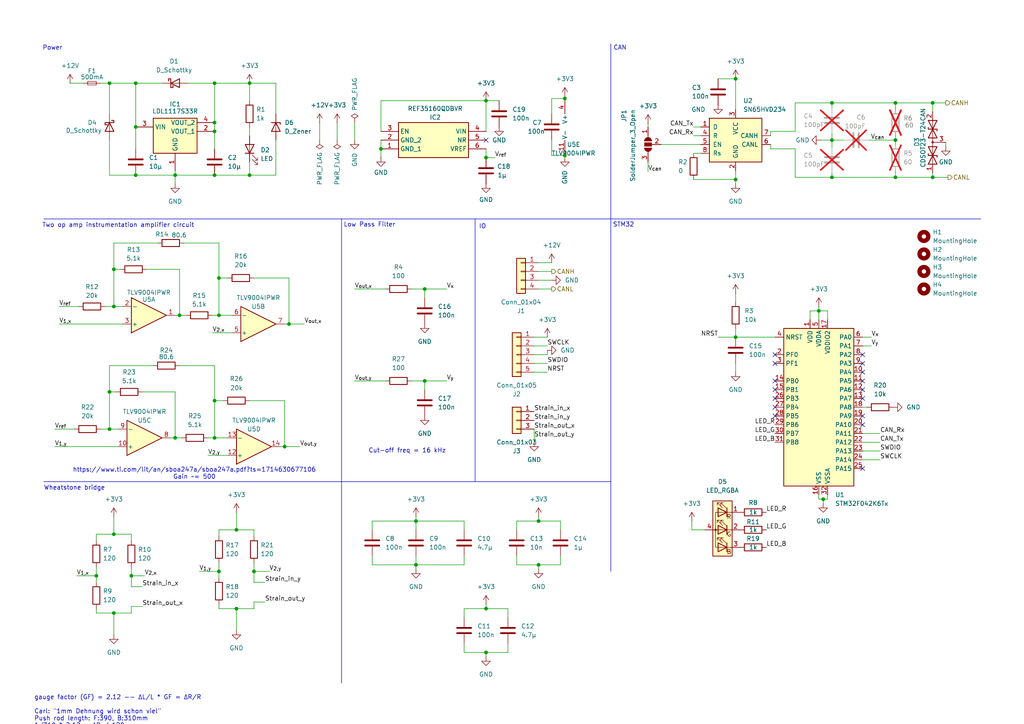
<source format=kicad_sch>
(kicad_sch
	(version 20231120)
	(generator "eeschema")
	(generator_version "8.0")
	(uuid "f8b6600d-b868-4177-9a19-9d3ea5a7ab39")
	(paper "A4")
	(lib_symbols
		(symbol "Amplifier_Operational:TLV9004xRUCR"
			(pin_names
				(offset 0.127)
			)
			(exclude_from_sim no)
			(in_bom yes)
			(on_board yes)
			(property "Reference" "U5"
				(at 0 -5.08 0)
				(effects
					(font
						(size 1.27 1.27)
					)
				)
			)
			(property "Value" "TLV9004IPWR"
				(at 0 -7.62 0)
				(effects
					(font
						(size 1.27 1.27)
					)
				)
			)
			(property "Footprint" "SLS:SOP65P640X120-14N"
				(at 0 0 0)
				(effects
					(font
						(size 1.27 1.27)
					)
					(hide yes)
				)
			)
			(property "Datasheet" "http://www.ti.com/lit/ds/symlink/tlv9004.pdf"
				(at 1.27 5.08 0)
				(effects
					(font
						(size 1.27 1.27)
					)
					(hide yes)
				)
			)
			(property "Description" "Low-Power, Quad-Operational Amplifiers, Texas S-PX2QFN-14"
				(at 0 0 0)
				(effects
					(font
						(size 1.27 1.27)
					)
					(hide yes)
				)
			)
			(property "ki_locked" ""
				(at 0 0 0)
				(effects
					(font
						(size 1.27 1.27)
					)
				)
			)
			(property "ki_keywords" "quad opamp"
				(at 0 0 0)
				(effects
					(font
						(size 1.27 1.27)
					)
					(hide yes)
				)
			)
			(property "ki_fp_filters" "Texas*S*PX2QFN*"
				(at 0 0 0)
				(effects
					(font
						(size 1.27 1.27)
					)
					(hide yes)
				)
			)
			(symbol "TLV9004xRUCR_1_1"
				(polyline
					(pts
						(xy -5.08 5.08) (xy 5.08 0) (xy -5.08 -5.08) (xy -5.08 5.08)
					)
					(stroke
						(width 0.254)
						(type default)
					)
					(fill
						(type background)
					)
				)
				(pin output line
					(at 7.62 0 180)
					(length 2.54)
					(name "~"
						(effects
							(font
								(size 1.27 1.27)
							)
						)
					)
					(number "1"
						(effects
							(font
								(size 1.27 1.27)
							)
						)
					)
				)
				(pin input line
					(at -7.62 2.54 0)
					(length 2.54)
					(name "-"
						(effects
							(font
								(size 1.27 1.27)
							)
						)
					)
					(number "2"
						(effects
							(font
								(size 1.27 1.27)
							)
						)
					)
				)
				(pin input line
					(at -7.62 -2.54 0)
					(length 2.54)
					(name "+"
						(effects
							(font
								(size 1.27 1.27)
							)
						)
					)
					(number "3"
						(effects
							(font
								(size 1.27 1.27)
							)
						)
					)
				)
			)
			(symbol "TLV9004xRUCR_2_1"
				(polyline
					(pts
						(xy -5.08 5.08) (xy 5.08 0) (xy -5.08 -5.08) (xy -5.08 5.08)
					)
					(stroke
						(width 0.254)
						(type default)
					)
					(fill
						(type background)
					)
				)
				(pin input line
					(at -7.62 2.54 0)
					(length 2.54)
					(name "+"
						(effects
							(font
								(size 1.27 1.27)
							)
						)
					)
					(number "5"
						(effects
							(font
								(size 1.27 1.27)
							)
						)
					)
				)
				(pin input line
					(at -7.62 -2.54 0)
					(length 2.54)
					(name "-"
						(effects
							(font
								(size 1.27 1.27)
							)
						)
					)
					(number "6"
						(effects
							(font
								(size 1.27 1.27)
							)
						)
					)
				)
				(pin output line
					(at 7.62 0 180)
					(length 2.54)
					(name "~"
						(effects
							(font
								(size 1.27 1.27)
							)
						)
					)
					(number "7"
						(effects
							(font
								(size 1.27 1.27)
							)
						)
					)
				)
			)
			(symbol "TLV9004xRUCR_3_1"
				(polyline
					(pts
						(xy -5.08 5.08) (xy 5.08 0) (xy -5.08 -5.08) (xy -5.08 5.08)
					)
					(stroke
						(width 0.254)
						(type default)
					)
					(fill
						(type background)
					)
				)
				(pin input line
					(at -7.62 2.54 0)
					(length 2.54)
					(name "+"
						(effects
							(font
								(size 1.27 1.27)
							)
						)
					)
					(number "10"
						(effects
							(font
								(size 1.27 1.27)
							)
						)
					)
				)
				(pin output line
					(at 7.62 0 180)
					(length 2.54)
					(name "~"
						(effects
							(font
								(size 1.27 1.27)
							)
						)
					)
					(number "8"
						(effects
							(font
								(size 1.27 1.27)
							)
						)
					)
				)
				(pin input line
					(at -7.62 -2.54 0)
					(length 2.54)
					(name "-"
						(effects
							(font
								(size 1.27 1.27)
							)
						)
					)
					(number "9"
						(effects
							(font
								(size 1.27 1.27)
							)
						)
					)
				)
			)
			(symbol "TLV9004xRUCR_4_1"
				(polyline
					(pts
						(xy -5.08 5.08) (xy 5.08 0) (xy -5.08 -5.08) (xy -5.08 5.08)
					)
					(stroke
						(width 0.254)
						(type default)
					)
					(fill
						(type background)
					)
				)
				(pin input line
					(at -7.62 2.54 0)
					(length 2.54)
					(name "+"
						(effects
							(font
								(size 1.27 1.27)
							)
						)
					)
					(number "12"
						(effects
							(font
								(size 1.27 1.27)
							)
						)
					)
				)
				(pin input line
					(at -7.62 -2.54 0)
					(length 2.54)
					(name "-"
						(effects
							(font
								(size 1.27 1.27)
							)
						)
					)
					(number "13"
						(effects
							(font
								(size 1.27 1.27)
							)
						)
					)
				)
				(pin output line
					(at 7.62 0 180)
					(length 2.54)
					(name "~"
						(effects
							(font
								(size 1.27 1.27)
							)
						)
					)
					(number "14"
						(effects
							(font
								(size 1.27 1.27)
							)
						)
					)
				)
			)
			(symbol "TLV9004xRUCR_5_1"
				(pin power_in line
					(at -2.54 -7.62 90)
					(length 3.81)
					(name "V-"
						(effects
							(font
								(size 1.27 1.27)
							)
						)
					)
					(number "11"
						(effects
							(font
								(size 1.27 1.27)
							)
						)
					)
				)
				(pin power_in line
					(at -2.54 7.62 270)
					(length 3.81)
					(name "V+"
						(effects
							(font
								(size 1.27 1.27)
							)
						)
					)
					(number "4"
						(effects
							(font
								(size 1.27 1.27)
							)
						)
					)
				)
			)
		)
		(symbol "Connector_Generic:Conn_01x03"
			(pin_names
				(offset 1.016) hide)
			(exclude_from_sim no)
			(in_bom yes)
			(on_board yes)
			(property "Reference" "J"
				(at 0 5.08 0)
				(effects
					(font
						(size 1.27 1.27)
					)
				)
			)
			(property "Value" "Conn_01x03"
				(at 0 -5.08 0)
				(effects
					(font
						(size 1.27 1.27)
					)
				)
			)
			(property "Footprint" ""
				(at 0 0 0)
				(effects
					(font
						(size 1.27 1.27)
					)
					(hide yes)
				)
			)
			(property "Datasheet" "~"
				(at 0 0 0)
				(effects
					(font
						(size 1.27 1.27)
					)
					(hide yes)
				)
			)
			(property "Description" "Generic connector, single row, 01x03, script generated (kicad-library-utils/schlib/autogen/connector/)"
				(at 0 0 0)
				(effects
					(font
						(size 1.27 1.27)
					)
					(hide yes)
				)
			)
			(property "ki_keywords" "connector"
				(at 0 0 0)
				(effects
					(font
						(size 1.27 1.27)
					)
					(hide yes)
				)
			)
			(property "ki_fp_filters" "Connector*:*_1x??_*"
				(at 0 0 0)
				(effects
					(font
						(size 1.27 1.27)
					)
					(hide yes)
				)
			)
			(symbol "Conn_01x03_1_1"
				(rectangle
					(start -1.27 -2.413)
					(end 0 -2.667)
					(stroke
						(width 0.1524)
						(type default)
					)
					(fill
						(type none)
					)
				)
				(rectangle
					(start -1.27 0.127)
					(end 0 -0.127)
					(stroke
						(width 0.1524)
						(type default)
					)
					(fill
						(type none)
					)
				)
				(rectangle
					(start -1.27 2.667)
					(end 0 2.413)
					(stroke
						(width 0.1524)
						(type default)
					)
					(fill
						(type none)
					)
				)
				(rectangle
					(start -1.27 3.81)
					(end 1.27 -3.81)
					(stroke
						(width 0.254)
						(type default)
					)
					(fill
						(type background)
					)
				)
				(pin passive line
					(at -5.08 2.54 0)
					(length 3.81)
					(name "Pin_1"
						(effects
							(font
								(size 1.27 1.27)
							)
						)
					)
					(number "1"
						(effects
							(font
								(size 1.27 1.27)
							)
						)
					)
				)
				(pin passive line
					(at -5.08 0 0)
					(length 3.81)
					(name "Pin_2"
						(effects
							(font
								(size 1.27 1.27)
							)
						)
					)
					(number "2"
						(effects
							(font
								(size 1.27 1.27)
							)
						)
					)
				)
				(pin passive line
					(at -5.08 -2.54 0)
					(length 3.81)
					(name "Pin_3"
						(effects
							(font
								(size 1.27 1.27)
							)
						)
					)
					(number "3"
						(effects
							(font
								(size 1.27 1.27)
							)
						)
					)
				)
			)
		)
		(symbol "Connector_Generic:Conn_01x04"
			(pin_names
				(offset 1.016) hide)
			(exclude_from_sim no)
			(in_bom yes)
			(on_board yes)
			(property "Reference" "J"
				(at 0 5.08 0)
				(effects
					(font
						(size 1.27 1.27)
					)
				)
			)
			(property "Value" "Conn_01x04"
				(at 0 -7.62 0)
				(effects
					(font
						(size 1.27 1.27)
					)
				)
			)
			(property "Footprint" ""
				(at 0 0 0)
				(effects
					(font
						(size 1.27 1.27)
					)
					(hide yes)
				)
			)
			(property "Datasheet" "~"
				(at 0 0 0)
				(effects
					(font
						(size 1.27 1.27)
					)
					(hide yes)
				)
			)
			(property "Description" "Generic connector, single row, 01x04, script generated (kicad-library-utils/schlib/autogen/connector/)"
				(at 0 0 0)
				(effects
					(font
						(size 1.27 1.27)
					)
					(hide yes)
				)
			)
			(property "ki_keywords" "connector"
				(at 0 0 0)
				(effects
					(font
						(size 1.27 1.27)
					)
					(hide yes)
				)
			)
			(property "ki_fp_filters" "Connector*:*_1x??_*"
				(at 0 0 0)
				(effects
					(font
						(size 1.27 1.27)
					)
					(hide yes)
				)
			)
			(symbol "Conn_01x04_1_1"
				(rectangle
					(start -1.27 -4.953)
					(end 0 -5.207)
					(stroke
						(width 0.1524)
						(type default)
					)
					(fill
						(type none)
					)
				)
				(rectangle
					(start -1.27 -2.413)
					(end 0 -2.667)
					(stroke
						(width 0.1524)
						(type default)
					)
					(fill
						(type none)
					)
				)
				(rectangle
					(start -1.27 0.127)
					(end 0 -0.127)
					(stroke
						(width 0.1524)
						(type default)
					)
					(fill
						(type none)
					)
				)
				(rectangle
					(start -1.27 2.667)
					(end 0 2.413)
					(stroke
						(width 0.1524)
						(type default)
					)
					(fill
						(type none)
					)
				)
				(rectangle
					(start -1.27 3.81)
					(end 1.27 -6.35)
					(stroke
						(width 0.254)
						(type default)
					)
					(fill
						(type background)
					)
				)
				(pin passive line
					(at -5.08 2.54 0)
					(length 3.81)
					(name "Pin_1"
						(effects
							(font
								(size 1.27 1.27)
							)
						)
					)
					(number "1"
						(effects
							(font
								(size 1.27 1.27)
							)
						)
					)
				)
				(pin passive line
					(at -5.08 0 0)
					(length 3.81)
					(name "Pin_2"
						(effects
							(font
								(size 1.27 1.27)
							)
						)
					)
					(number "2"
						(effects
							(font
								(size 1.27 1.27)
							)
						)
					)
				)
				(pin passive line
					(at -5.08 -2.54 0)
					(length 3.81)
					(name "Pin_3"
						(effects
							(font
								(size 1.27 1.27)
							)
						)
					)
					(number "3"
						(effects
							(font
								(size 1.27 1.27)
							)
						)
					)
				)
				(pin passive line
					(at -5.08 -5.08 0)
					(length 3.81)
					(name "Pin_4"
						(effects
							(font
								(size 1.27 1.27)
							)
						)
					)
					(number "4"
						(effects
							(font
								(size 1.27 1.27)
							)
						)
					)
				)
			)
		)
		(symbol "Connector_Generic:Conn_01x05"
			(pin_names
				(offset 1.016) hide)
			(exclude_from_sim no)
			(in_bom yes)
			(on_board yes)
			(property "Reference" "J"
				(at 0 7.62 0)
				(effects
					(font
						(size 1.27 1.27)
					)
				)
			)
			(property "Value" "Conn_01x05"
				(at 0 -7.62 0)
				(effects
					(font
						(size 1.27 1.27)
					)
				)
			)
			(property "Footprint" ""
				(at 0 0 0)
				(effects
					(font
						(size 1.27 1.27)
					)
					(hide yes)
				)
			)
			(property "Datasheet" "~"
				(at 0 0 0)
				(effects
					(font
						(size 1.27 1.27)
					)
					(hide yes)
				)
			)
			(property "Description" "Generic connector, single row, 01x05, script generated (kicad-library-utils/schlib/autogen/connector/)"
				(at 0 0 0)
				(effects
					(font
						(size 1.27 1.27)
					)
					(hide yes)
				)
			)
			(property "ki_keywords" "connector"
				(at 0 0 0)
				(effects
					(font
						(size 1.27 1.27)
					)
					(hide yes)
				)
			)
			(property "ki_fp_filters" "Connector*:*_1x??_*"
				(at 0 0 0)
				(effects
					(font
						(size 1.27 1.27)
					)
					(hide yes)
				)
			)
			(symbol "Conn_01x05_1_1"
				(rectangle
					(start -1.27 -4.953)
					(end 0 -5.207)
					(stroke
						(width 0.1524)
						(type default)
					)
					(fill
						(type none)
					)
				)
				(rectangle
					(start -1.27 -2.413)
					(end 0 -2.667)
					(stroke
						(width 0.1524)
						(type default)
					)
					(fill
						(type none)
					)
				)
				(rectangle
					(start -1.27 0.127)
					(end 0 -0.127)
					(stroke
						(width 0.1524)
						(type default)
					)
					(fill
						(type none)
					)
				)
				(rectangle
					(start -1.27 2.667)
					(end 0 2.413)
					(stroke
						(width 0.1524)
						(type default)
					)
					(fill
						(type none)
					)
				)
				(rectangle
					(start -1.27 5.207)
					(end 0 4.953)
					(stroke
						(width 0.1524)
						(type default)
					)
					(fill
						(type none)
					)
				)
				(rectangle
					(start -1.27 6.35)
					(end 1.27 -6.35)
					(stroke
						(width 0.254)
						(type default)
					)
					(fill
						(type background)
					)
				)
				(pin passive line
					(at -5.08 5.08 0)
					(length 3.81)
					(name "Pin_1"
						(effects
							(font
								(size 1.27 1.27)
							)
						)
					)
					(number "1"
						(effects
							(font
								(size 1.27 1.27)
							)
						)
					)
				)
				(pin passive line
					(at -5.08 2.54 0)
					(length 3.81)
					(name "Pin_2"
						(effects
							(font
								(size 1.27 1.27)
							)
						)
					)
					(number "2"
						(effects
							(font
								(size 1.27 1.27)
							)
						)
					)
				)
				(pin passive line
					(at -5.08 0 0)
					(length 3.81)
					(name "Pin_3"
						(effects
							(font
								(size 1.27 1.27)
							)
						)
					)
					(number "3"
						(effects
							(font
								(size 1.27 1.27)
							)
						)
					)
				)
				(pin passive line
					(at -5.08 -2.54 0)
					(length 3.81)
					(name "Pin_4"
						(effects
							(font
								(size 1.27 1.27)
							)
						)
					)
					(number "4"
						(effects
							(font
								(size 1.27 1.27)
							)
						)
					)
				)
				(pin passive line
					(at -5.08 -5.08 0)
					(length 3.81)
					(name "Pin_5"
						(effects
							(font
								(size 1.27 1.27)
							)
						)
					)
					(number "5"
						(effects
							(font
								(size 1.27 1.27)
							)
						)
					)
				)
			)
		)
		(symbol "Device:C"
			(pin_numbers hide)
			(pin_names
				(offset 0.254)
			)
			(exclude_from_sim no)
			(in_bom yes)
			(on_board yes)
			(property "Reference" "C"
				(at 0.635 2.54 0)
				(effects
					(font
						(size 1.27 1.27)
					)
					(justify left)
				)
			)
			(property "Value" "C"
				(at 0.635 -2.54 0)
				(effects
					(font
						(size 1.27 1.27)
					)
					(justify left)
				)
			)
			(property "Footprint" ""
				(at 0.9652 -3.81 0)
				(effects
					(font
						(size 1.27 1.27)
					)
					(hide yes)
				)
			)
			(property "Datasheet" "~"
				(at 0 0 0)
				(effects
					(font
						(size 1.27 1.27)
					)
					(hide yes)
				)
			)
			(property "Description" "Unpolarized capacitor"
				(at 0 0 0)
				(effects
					(font
						(size 1.27 1.27)
					)
					(hide yes)
				)
			)
			(property "ki_keywords" "cap capacitor"
				(at 0 0 0)
				(effects
					(font
						(size 1.27 1.27)
					)
					(hide yes)
				)
			)
			(property "ki_fp_filters" "C_*"
				(at 0 0 0)
				(effects
					(font
						(size 1.27 1.27)
					)
					(hide yes)
				)
			)
			(symbol "C_0_1"
				(polyline
					(pts
						(xy -2.032 -0.762) (xy 2.032 -0.762)
					)
					(stroke
						(width 0.508)
						(type default)
					)
					(fill
						(type none)
					)
				)
				(polyline
					(pts
						(xy -2.032 0.762) (xy 2.032 0.762)
					)
					(stroke
						(width 0.508)
						(type default)
					)
					(fill
						(type none)
					)
				)
			)
			(symbol "C_1_1"
				(pin passive line
					(at 0 3.81 270)
					(length 2.794)
					(name "~"
						(effects
							(font
								(size 1.27 1.27)
							)
						)
					)
					(number "1"
						(effects
							(font
								(size 1.27 1.27)
							)
						)
					)
				)
				(pin passive line
					(at 0 -3.81 90)
					(length 2.794)
					(name "~"
						(effects
							(font
								(size 1.27 1.27)
							)
						)
					)
					(number "2"
						(effects
							(font
								(size 1.27 1.27)
							)
						)
					)
				)
			)
		)
		(symbol "Device:D_Schottky"
			(pin_numbers hide)
			(pin_names
				(offset 1.016) hide)
			(exclude_from_sim no)
			(in_bom yes)
			(on_board yes)
			(property "Reference" "D"
				(at 0 2.54 0)
				(effects
					(font
						(size 1.27 1.27)
					)
				)
			)
			(property "Value" "D_Schottky"
				(at 0 -2.54 0)
				(effects
					(font
						(size 1.27 1.27)
					)
				)
			)
			(property "Footprint" ""
				(at 0 0 0)
				(effects
					(font
						(size 1.27 1.27)
					)
					(hide yes)
				)
			)
			(property "Datasheet" "~"
				(at 0 0 0)
				(effects
					(font
						(size 1.27 1.27)
					)
					(hide yes)
				)
			)
			(property "Description" "Schottky diode"
				(at 0 0 0)
				(effects
					(font
						(size 1.27 1.27)
					)
					(hide yes)
				)
			)
			(property "ki_keywords" "diode Schottky"
				(at 0 0 0)
				(effects
					(font
						(size 1.27 1.27)
					)
					(hide yes)
				)
			)
			(property "ki_fp_filters" "TO-???* *_Diode_* *SingleDiode* D_*"
				(at 0 0 0)
				(effects
					(font
						(size 1.27 1.27)
					)
					(hide yes)
				)
			)
			(symbol "D_Schottky_0_1"
				(polyline
					(pts
						(xy 1.27 0) (xy -1.27 0)
					)
					(stroke
						(width 0)
						(type default)
					)
					(fill
						(type none)
					)
				)
				(polyline
					(pts
						(xy 1.27 1.27) (xy 1.27 -1.27) (xy -1.27 0) (xy 1.27 1.27)
					)
					(stroke
						(width 0.254)
						(type default)
					)
					(fill
						(type none)
					)
				)
				(polyline
					(pts
						(xy -1.905 0.635) (xy -1.905 1.27) (xy -1.27 1.27) (xy -1.27 -1.27) (xy -0.635 -1.27) (xy -0.635 -0.635)
					)
					(stroke
						(width 0.254)
						(type default)
					)
					(fill
						(type none)
					)
				)
			)
			(symbol "D_Schottky_1_1"
				(pin passive line
					(at -3.81 0 0)
					(length 2.54)
					(name "K"
						(effects
							(font
								(size 1.27 1.27)
							)
						)
					)
					(number "1"
						(effects
							(font
								(size 1.27 1.27)
							)
						)
					)
				)
				(pin passive line
					(at 3.81 0 180)
					(length 2.54)
					(name "A"
						(effects
							(font
								(size 1.27 1.27)
							)
						)
					)
					(number "2"
						(effects
							(font
								(size 1.27 1.27)
							)
						)
					)
				)
			)
		)
		(symbol "Device:D_TVS_Dual_AAC"
			(pin_names
				(offset 1.016) hide)
			(exclude_from_sim no)
			(in_bom yes)
			(on_board yes)
			(property "Reference" "D"
				(at 0 4.445 0)
				(effects
					(font
						(size 1.27 1.27)
					)
				)
			)
			(property "Value" "D_TVS_Dual_AAC"
				(at 0 2.54 0)
				(effects
					(font
						(size 1.27 1.27)
					)
				)
			)
			(property "Footprint" ""
				(at -3.81 0 0)
				(effects
					(font
						(size 1.27 1.27)
					)
					(hide yes)
				)
			)
			(property "Datasheet" "~"
				(at -3.81 0 0)
				(effects
					(font
						(size 1.27 1.27)
					)
					(hide yes)
				)
			)
			(property "Description" "Bidirectional dual transient-voltage-suppression diode, center on pin 3"
				(at 0 0 0)
				(effects
					(font
						(size 1.27 1.27)
					)
					(hide yes)
				)
			)
			(property "ki_keywords" "diode TVS thyrector"
				(at 0 0 0)
				(effects
					(font
						(size 1.27 1.27)
					)
					(hide yes)
				)
			)
			(symbol "D_TVS_Dual_AAC_0_0"
				(polyline
					(pts
						(xy 0 -1.27) (xy 0 0)
					)
					(stroke
						(width 0)
						(type default)
					)
					(fill
						(type none)
					)
				)
			)
			(symbol "D_TVS_Dual_AAC_0_1"
				(polyline
					(pts
						(xy -6.35 0) (xy 6.35 0)
					)
					(stroke
						(width 0)
						(type default)
					)
					(fill
						(type none)
					)
				)
				(polyline
					(pts
						(xy -3.302 1.27) (xy -3.81 1.27) (xy -3.81 -1.27) (xy -4.318 -1.27)
					)
					(stroke
						(width 0.254)
						(type default)
					)
					(fill
						(type none)
					)
				)
				(polyline
					(pts
						(xy 4.318 1.27) (xy 3.81 1.27) (xy 3.81 -1.27) (xy 3.302 -1.27)
					)
					(stroke
						(width 0.254)
						(type default)
					)
					(fill
						(type none)
					)
				)
				(polyline
					(pts
						(xy -6.35 1.27) (xy -1.27 -1.27) (xy -1.27 1.27) (xy -6.35 -1.27) (xy -6.35 1.27)
					)
					(stroke
						(width 0.254)
						(type default)
					)
					(fill
						(type none)
					)
				)
				(polyline
					(pts
						(xy 6.35 1.27) (xy 1.27 -1.27) (xy 1.27 1.27) (xy 6.35 -1.27) (xy 6.35 1.27)
					)
					(stroke
						(width 0.254)
						(type default)
					)
					(fill
						(type none)
					)
				)
				(circle
					(center 0 0)
					(radius 0.254)
					(stroke
						(width 0)
						(type default)
					)
					(fill
						(type outline)
					)
				)
			)
			(symbol "D_TVS_Dual_AAC_1_1"
				(pin passive line
					(at -8.89 0 0)
					(length 2.54)
					(name "A1"
						(effects
							(font
								(size 1.27 1.27)
							)
						)
					)
					(number "1"
						(effects
							(font
								(size 1.27 1.27)
							)
						)
					)
				)
				(pin passive line
					(at 8.89 0 180)
					(length 2.54)
					(name "A2"
						(effects
							(font
								(size 1.27 1.27)
							)
						)
					)
					(number "2"
						(effects
							(font
								(size 1.27 1.27)
							)
						)
					)
				)
				(pin input line
					(at 0 -3.81 90)
					(length 2.54)
					(name "common"
						(effects
							(font
								(size 1.27 1.27)
							)
						)
					)
					(number "3"
						(effects
							(font
								(size 1.27 1.27)
							)
						)
					)
				)
			)
		)
		(symbol "Device:D_Zener"
			(pin_numbers hide)
			(pin_names
				(offset 1.016) hide)
			(exclude_from_sim no)
			(in_bom yes)
			(on_board yes)
			(property "Reference" "D"
				(at 0 2.54 0)
				(effects
					(font
						(size 1.27 1.27)
					)
				)
			)
			(property "Value" "D_Zener"
				(at 0 -2.54 0)
				(effects
					(font
						(size 1.27 1.27)
					)
				)
			)
			(property "Footprint" ""
				(at 0 0 0)
				(effects
					(font
						(size 1.27 1.27)
					)
					(hide yes)
				)
			)
			(property "Datasheet" "~"
				(at 0 0 0)
				(effects
					(font
						(size 1.27 1.27)
					)
					(hide yes)
				)
			)
			(property "Description" "Zener diode"
				(at 0 0 0)
				(effects
					(font
						(size 1.27 1.27)
					)
					(hide yes)
				)
			)
			(property "ki_keywords" "diode"
				(at 0 0 0)
				(effects
					(font
						(size 1.27 1.27)
					)
					(hide yes)
				)
			)
			(property "ki_fp_filters" "TO-???* *_Diode_* *SingleDiode* D_*"
				(at 0 0 0)
				(effects
					(font
						(size 1.27 1.27)
					)
					(hide yes)
				)
			)
			(symbol "D_Zener_0_1"
				(polyline
					(pts
						(xy 1.27 0) (xy -1.27 0)
					)
					(stroke
						(width 0)
						(type default)
					)
					(fill
						(type none)
					)
				)
				(polyline
					(pts
						(xy -1.27 -1.27) (xy -1.27 1.27) (xy -0.762 1.27)
					)
					(stroke
						(width 0.254)
						(type default)
					)
					(fill
						(type none)
					)
				)
				(polyline
					(pts
						(xy 1.27 -1.27) (xy 1.27 1.27) (xy -1.27 0) (xy 1.27 -1.27)
					)
					(stroke
						(width 0.254)
						(type default)
					)
					(fill
						(type none)
					)
				)
			)
			(symbol "D_Zener_1_1"
				(pin passive line
					(at -3.81 0 0)
					(length 2.54)
					(name "K"
						(effects
							(font
								(size 1.27 1.27)
							)
						)
					)
					(number "1"
						(effects
							(font
								(size 1.27 1.27)
							)
						)
					)
				)
				(pin passive line
					(at 3.81 0 180)
					(length 2.54)
					(name "A"
						(effects
							(font
								(size 1.27 1.27)
							)
						)
					)
					(number "2"
						(effects
							(font
								(size 1.27 1.27)
							)
						)
					)
				)
			)
		)
		(symbol "Device:Fuse_Small"
			(pin_numbers hide)
			(pin_names
				(offset 0.254) hide)
			(exclude_from_sim no)
			(in_bom yes)
			(on_board yes)
			(property "Reference" "F"
				(at 0 -1.524 0)
				(effects
					(font
						(size 1.27 1.27)
					)
				)
			)
			(property "Value" "Fuse_Small"
				(at 0 1.524 0)
				(effects
					(font
						(size 1.27 1.27)
					)
				)
			)
			(property "Footprint" ""
				(at 0 0 0)
				(effects
					(font
						(size 1.27 1.27)
					)
					(hide yes)
				)
			)
			(property "Datasheet" "~"
				(at 0 0 0)
				(effects
					(font
						(size 1.27 1.27)
					)
					(hide yes)
				)
			)
			(property "Description" "Fuse, small symbol"
				(at 0 0 0)
				(effects
					(font
						(size 1.27 1.27)
					)
					(hide yes)
				)
			)
			(property "ki_keywords" "fuse"
				(at 0 0 0)
				(effects
					(font
						(size 1.27 1.27)
					)
					(hide yes)
				)
			)
			(property "ki_fp_filters" "*Fuse*"
				(at 0 0 0)
				(effects
					(font
						(size 1.27 1.27)
					)
					(hide yes)
				)
			)
			(symbol "Fuse_Small_0_1"
				(rectangle
					(start -1.27 0.508)
					(end 1.27 -0.508)
					(stroke
						(width 0)
						(type default)
					)
					(fill
						(type none)
					)
				)
				(polyline
					(pts
						(xy -1.27 0) (xy 1.27 0)
					)
					(stroke
						(width 0)
						(type default)
					)
					(fill
						(type none)
					)
				)
			)
			(symbol "Fuse_Small_1_1"
				(pin passive line
					(at -2.54 0 0)
					(length 1.27)
					(name "~"
						(effects
							(font
								(size 1.27 1.27)
							)
						)
					)
					(number "1"
						(effects
							(font
								(size 1.27 1.27)
							)
						)
					)
				)
				(pin passive line
					(at 2.54 0 180)
					(length 1.27)
					(name "~"
						(effects
							(font
								(size 1.27 1.27)
							)
						)
					)
					(number "2"
						(effects
							(font
								(size 1.27 1.27)
							)
						)
					)
				)
			)
		)
		(symbol "Device:LED"
			(pin_numbers hide)
			(pin_names
				(offset 1.016) hide)
			(exclude_from_sim no)
			(in_bom yes)
			(on_board yes)
			(property "Reference" "D"
				(at 0 2.54 0)
				(effects
					(font
						(size 1.27 1.27)
					)
				)
			)
			(property "Value" "LED"
				(at 0 -2.54 0)
				(effects
					(font
						(size 1.27 1.27)
					)
				)
			)
			(property "Footprint" ""
				(at 0 0 0)
				(effects
					(font
						(size 1.27 1.27)
					)
					(hide yes)
				)
			)
			(property "Datasheet" "~"
				(at 0 0 0)
				(effects
					(font
						(size 1.27 1.27)
					)
					(hide yes)
				)
			)
			(property "Description" "Light emitting diode"
				(at 0 0 0)
				(effects
					(font
						(size 1.27 1.27)
					)
					(hide yes)
				)
			)
			(property "ki_keywords" "LED diode"
				(at 0 0 0)
				(effects
					(font
						(size 1.27 1.27)
					)
					(hide yes)
				)
			)
			(property "ki_fp_filters" "LED* LED_SMD:* LED_THT:*"
				(at 0 0 0)
				(effects
					(font
						(size 1.27 1.27)
					)
					(hide yes)
				)
			)
			(symbol "LED_0_1"
				(polyline
					(pts
						(xy -1.27 -1.27) (xy -1.27 1.27)
					)
					(stroke
						(width 0.254)
						(type default)
					)
					(fill
						(type none)
					)
				)
				(polyline
					(pts
						(xy -1.27 0) (xy 1.27 0)
					)
					(stroke
						(width 0)
						(type default)
					)
					(fill
						(type none)
					)
				)
				(polyline
					(pts
						(xy 1.27 -1.27) (xy 1.27 1.27) (xy -1.27 0) (xy 1.27 -1.27)
					)
					(stroke
						(width 0.254)
						(type default)
					)
					(fill
						(type none)
					)
				)
				(polyline
					(pts
						(xy -3.048 -0.762) (xy -4.572 -2.286) (xy -3.81 -2.286) (xy -4.572 -2.286) (xy -4.572 -1.524)
					)
					(stroke
						(width 0)
						(type default)
					)
					(fill
						(type none)
					)
				)
				(polyline
					(pts
						(xy -1.778 -0.762) (xy -3.302 -2.286) (xy -2.54 -2.286) (xy -3.302 -2.286) (xy -3.302 -1.524)
					)
					(stroke
						(width 0)
						(type default)
					)
					(fill
						(type none)
					)
				)
			)
			(symbol "LED_1_1"
				(pin passive line
					(at -3.81 0 0)
					(length 2.54)
					(name "K"
						(effects
							(font
								(size 1.27 1.27)
							)
						)
					)
					(number "1"
						(effects
							(font
								(size 1.27 1.27)
							)
						)
					)
				)
				(pin passive line
					(at 3.81 0 180)
					(length 2.54)
					(name "A"
						(effects
							(font
								(size 1.27 1.27)
							)
						)
					)
					(number "2"
						(effects
							(font
								(size 1.27 1.27)
							)
						)
					)
				)
			)
		)
		(symbol "Device:LED_RGBA"
			(pin_names
				(offset 0) hide)
			(exclude_from_sim no)
			(in_bom yes)
			(on_board yes)
			(property "Reference" "D"
				(at 0 9.398 0)
				(effects
					(font
						(size 1.27 1.27)
					)
				)
			)
			(property "Value" "LED_RGBA"
				(at 0 -8.89 0)
				(effects
					(font
						(size 1.27 1.27)
					)
				)
			)
			(property "Footprint" ""
				(at 0 -1.27 0)
				(effects
					(font
						(size 1.27 1.27)
					)
					(hide yes)
				)
			)
			(property "Datasheet" "~"
				(at 0 -1.27 0)
				(effects
					(font
						(size 1.27 1.27)
					)
					(hide yes)
				)
			)
			(property "Description" "RGB LED, red/green/blue/anode"
				(at 0 0 0)
				(effects
					(font
						(size 1.27 1.27)
					)
					(hide yes)
				)
			)
			(property "ki_keywords" "LED RGB diode"
				(at 0 0 0)
				(effects
					(font
						(size 1.27 1.27)
					)
					(hide yes)
				)
			)
			(property "ki_fp_filters" "LED* LED_SMD:* LED_THT:*"
				(at 0 0 0)
				(effects
					(font
						(size 1.27 1.27)
					)
					(hide yes)
				)
			)
			(symbol "LED_RGBA_0_0"
				(text "B"
					(at -1.905 -6.35 0)
					(effects
						(font
							(size 1.27 1.27)
						)
					)
				)
				(text "G"
					(at -1.905 -1.27 0)
					(effects
						(font
							(size 1.27 1.27)
						)
					)
				)
				(text "R"
					(at -1.905 3.81 0)
					(effects
						(font
							(size 1.27 1.27)
						)
					)
				)
			)
			(symbol "LED_RGBA_0_1"
				(polyline
					(pts
						(xy -1.27 -5.08) (xy -2.54 -5.08)
					)
					(stroke
						(width 0)
						(type default)
					)
					(fill
						(type none)
					)
				)
				(polyline
					(pts
						(xy -1.27 -5.08) (xy 1.27 -5.08)
					)
					(stroke
						(width 0)
						(type default)
					)
					(fill
						(type none)
					)
				)
				(polyline
					(pts
						(xy -1.27 -3.81) (xy -1.27 -6.35)
					)
					(stroke
						(width 0.254)
						(type default)
					)
					(fill
						(type none)
					)
				)
				(polyline
					(pts
						(xy -1.27 0) (xy -2.54 0)
					)
					(stroke
						(width 0)
						(type default)
					)
					(fill
						(type none)
					)
				)
				(polyline
					(pts
						(xy -1.27 1.27) (xy -1.27 -1.27)
					)
					(stroke
						(width 0.254)
						(type default)
					)
					(fill
						(type none)
					)
				)
				(polyline
					(pts
						(xy -1.27 5.08) (xy -2.54 5.08)
					)
					(stroke
						(width 0)
						(type default)
					)
					(fill
						(type none)
					)
				)
				(polyline
					(pts
						(xy -1.27 5.08) (xy 1.27 5.08)
					)
					(stroke
						(width 0)
						(type default)
					)
					(fill
						(type none)
					)
				)
				(polyline
					(pts
						(xy -1.27 6.35) (xy -1.27 3.81)
					)
					(stroke
						(width 0.254)
						(type default)
					)
					(fill
						(type none)
					)
				)
				(polyline
					(pts
						(xy 1.27 0) (xy -1.27 0)
					)
					(stroke
						(width 0)
						(type default)
					)
					(fill
						(type none)
					)
				)
				(polyline
					(pts
						(xy 1.27 0) (xy 2.54 0)
					)
					(stroke
						(width 0)
						(type default)
					)
					(fill
						(type none)
					)
				)
				(polyline
					(pts
						(xy -1.27 1.27) (xy -1.27 -1.27) (xy -1.27 -1.27)
					)
					(stroke
						(width 0)
						(type default)
					)
					(fill
						(type none)
					)
				)
				(polyline
					(pts
						(xy -1.27 6.35) (xy -1.27 3.81) (xy -1.27 3.81)
					)
					(stroke
						(width 0)
						(type default)
					)
					(fill
						(type none)
					)
				)
				(polyline
					(pts
						(xy 1.27 -5.08) (xy 2.032 -5.08) (xy 2.032 5.08) (xy 1.27 5.08)
					)
					(stroke
						(width 0)
						(type default)
					)
					(fill
						(type none)
					)
				)
				(polyline
					(pts
						(xy 1.27 -3.81) (xy 1.27 -6.35) (xy -1.27 -5.08) (xy 1.27 -3.81)
					)
					(stroke
						(width 0.254)
						(type default)
					)
					(fill
						(type none)
					)
				)
				(polyline
					(pts
						(xy 1.27 1.27) (xy 1.27 -1.27) (xy -1.27 0) (xy 1.27 1.27)
					)
					(stroke
						(width 0.254)
						(type default)
					)
					(fill
						(type none)
					)
				)
				(polyline
					(pts
						(xy 1.27 6.35) (xy 1.27 3.81) (xy -1.27 5.08) (xy 1.27 6.35)
					)
					(stroke
						(width 0.254)
						(type default)
					)
					(fill
						(type none)
					)
				)
				(polyline
					(pts
						(xy -1.016 -3.81) (xy 0.508 -2.286) (xy -0.254 -2.286) (xy 0.508 -2.286) (xy 0.508 -3.048)
					)
					(stroke
						(width 0)
						(type default)
					)
					(fill
						(type none)
					)
				)
				(polyline
					(pts
						(xy -1.016 1.27) (xy 0.508 2.794) (xy -0.254 2.794) (xy 0.508 2.794) (xy 0.508 2.032)
					)
					(stroke
						(width 0)
						(type default)
					)
					(fill
						(type none)
					)
				)
				(polyline
					(pts
						(xy -1.016 6.35) (xy 0.508 7.874) (xy -0.254 7.874) (xy 0.508 7.874) (xy 0.508 7.112)
					)
					(stroke
						(width 0)
						(type default)
					)
					(fill
						(type none)
					)
				)
				(polyline
					(pts
						(xy 0 -3.81) (xy 1.524 -2.286) (xy 0.762 -2.286) (xy 1.524 -2.286) (xy 1.524 -3.048)
					)
					(stroke
						(width 0)
						(type default)
					)
					(fill
						(type none)
					)
				)
				(polyline
					(pts
						(xy 0 1.27) (xy 1.524 2.794) (xy 0.762 2.794) (xy 1.524 2.794) (xy 1.524 2.032)
					)
					(stroke
						(width 0)
						(type default)
					)
					(fill
						(type none)
					)
				)
				(polyline
					(pts
						(xy 0 6.35) (xy 1.524 7.874) (xy 0.762 7.874) (xy 1.524 7.874) (xy 1.524 7.112)
					)
					(stroke
						(width 0)
						(type default)
					)
					(fill
						(type none)
					)
				)
				(rectangle
					(start 1.27 -1.27)
					(end 1.27 1.27)
					(stroke
						(width 0)
						(type default)
					)
					(fill
						(type none)
					)
				)
				(rectangle
					(start 1.27 1.27)
					(end 1.27 1.27)
					(stroke
						(width 0)
						(type default)
					)
					(fill
						(type none)
					)
				)
				(rectangle
					(start 1.27 3.81)
					(end 1.27 6.35)
					(stroke
						(width 0)
						(type default)
					)
					(fill
						(type none)
					)
				)
				(rectangle
					(start 1.27 6.35)
					(end 1.27 6.35)
					(stroke
						(width 0)
						(type default)
					)
					(fill
						(type none)
					)
				)
				(circle
					(center 2.032 0)
					(radius 0.254)
					(stroke
						(width 0)
						(type default)
					)
					(fill
						(type outline)
					)
				)
				(rectangle
					(start 2.794 8.382)
					(end -2.794 -7.62)
					(stroke
						(width 0.254)
						(type default)
					)
					(fill
						(type background)
					)
				)
			)
			(symbol "LED_RGBA_1_1"
				(pin passive line
					(at -5.08 5.08 0)
					(length 2.54)
					(name "RK"
						(effects
							(font
								(size 1.27 1.27)
							)
						)
					)
					(number "1"
						(effects
							(font
								(size 1.27 1.27)
							)
						)
					)
				)
				(pin passive line
					(at -5.08 0 0)
					(length 2.54)
					(name "GK"
						(effects
							(font
								(size 1.27 1.27)
							)
						)
					)
					(number "2"
						(effects
							(font
								(size 1.27 1.27)
							)
						)
					)
				)
				(pin passive line
					(at -5.08 -5.08 0)
					(length 2.54)
					(name "BK"
						(effects
							(font
								(size 1.27 1.27)
							)
						)
					)
					(number "3"
						(effects
							(font
								(size 1.27 1.27)
							)
						)
					)
				)
				(pin passive line
					(at 5.08 0 180)
					(length 2.54)
					(name "A"
						(effects
							(font
								(size 1.27 1.27)
							)
						)
					)
					(number "4"
						(effects
							(font
								(size 1.27 1.27)
							)
						)
					)
				)
			)
		)
		(symbol "Device:R"
			(pin_numbers hide)
			(pin_names
				(offset 0)
			)
			(exclude_from_sim no)
			(in_bom yes)
			(on_board yes)
			(property "Reference" "R"
				(at 2.032 0 90)
				(effects
					(font
						(size 1.27 1.27)
					)
				)
			)
			(property "Value" "R"
				(at 0 0 90)
				(effects
					(font
						(size 1.27 1.27)
					)
				)
			)
			(property "Footprint" ""
				(at -1.778 0 90)
				(effects
					(font
						(size 1.27 1.27)
					)
					(hide yes)
				)
			)
			(property "Datasheet" "~"
				(at 0 0 0)
				(effects
					(font
						(size 1.27 1.27)
					)
					(hide yes)
				)
			)
			(property "Description" "Resistor"
				(at 0 0 0)
				(effects
					(font
						(size 1.27 1.27)
					)
					(hide yes)
				)
			)
			(property "ki_keywords" "R res resistor"
				(at 0 0 0)
				(effects
					(font
						(size 1.27 1.27)
					)
					(hide yes)
				)
			)
			(property "ki_fp_filters" "R_*"
				(at 0 0 0)
				(effects
					(font
						(size 1.27 1.27)
					)
					(hide yes)
				)
			)
			(symbol "R_0_1"
				(rectangle
					(start -1.016 -2.54)
					(end 1.016 2.54)
					(stroke
						(width 0.254)
						(type default)
					)
					(fill
						(type none)
					)
				)
			)
			(symbol "R_1_1"
				(pin passive line
					(at 0 3.81 270)
					(length 1.27)
					(name "~"
						(effects
							(font
								(size 1.27 1.27)
							)
						)
					)
					(number "1"
						(effects
							(font
								(size 1.27 1.27)
							)
						)
					)
				)
				(pin passive line
					(at 0 -3.81 90)
					(length 1.27)
					(name "~"
						(effects
							(font
								(size 1.27 1.27)
							)
						)
					)
					(number "2"
						(effects
							(font
								(size 1.27 1.27)
							)
						)
					)
				)
			)
		)
		(symbol "Interface_CAN_LIN:SN65HVD234"
			(pin_names
				(offset 1.016)
			)
			(exclude_from_sim no)
			(in_bom yes)
			(on_board yes)
			(property "Reference" "U"
				(at -2.54 10.16 0)
				(effects
					(font
						(size 1.27 1.27)
					)
					(justify right)
				)
			)
			(property "Value" "SN65HVD234"
				(at -2.54 7.62 0)
				(effects
					(font
						(size 1.27 1.27)
					)
					(justify right)
				)
			)
			(property "Footprint" "Package_SO:SOIC-8_3.9x4.9mm_P1.27mm"
				(at 0 -12.7 0)
				(effects
					(font
						(size 1.27 1.27)
					)
					(hide yes)
				)
			)
			(property "Datasheet" "http://www.ti.com/lit/ds/symlink/sn65hvd234.pdf"
				(at -2.54 10.16 0)
				(effects
					(font
						(size 1.27 1.27)
					)
					(hide yes)
				)
			)
			(property "Description" "CAN Bus Transceiver, 3.3V, 1Mbps, Enable feature, SOIC-8"
				(at 0 0 0)
				(effects
					(font
						(size 1.27 1.27)
					)
					(hide yes)
				)
			)
			(property "ki_keywords" "can transeiver ti"
				(at 0 0 0)
				(effects
					(font
						(size 1.27 1.27)
					)
					(hide yes)
				)
			)
			(property "ki_fp_filters" "SOIC*3.9x4.9mm*P1.27mm*"
				(at 0 0 0)
				(effects
					(font
						(size 1.27 1.27)
					)
					(hide yes)
				)
			)
			(symbol "SN65HVD234_0_1"
				(rectangle
					(start -7.62 5.08)
					(end 7.62 -7.62)
					(stroke
						(width 0.254)
						(type default)
					)
					(fill
						(type background)
					)
				)
			)
			(symbol "SN65HVD234_1_1"
				(pin input line
					(at -10.16 2.54 0)
					(length 2.54)
					(name "D"
						(effects
							(font
								(size 1.27 1.27)
							)
						)
					)
					(number "1"
						(effects
							(font
								(size 1.27 1.27)
							)
						)
					)
				)
				(pin power_in line
					(at 0 -10.16 90)
					(length 2.54)
					(name "GND"
						(effects
							(font
								(size 1.27 1.27)
							)
						)
					)
					(number "2"
						(effects
							(font
								(size 1.27 1.27)
							)
						)
					)
				)
				(pin power_in line
					(at 0 7.62 270)
					(length 2.54)
					(name "VCC"
						(effects
							(font
								(size 1.27 1.27)
							)
						)
					)
					(number "3"
						(effects
							(font
								(size 1.27 1.27)
							)
						)
					)
				)
				(pin output line
					(at -10.16 0 0)
					(length 2.54)
					(name "R"
						(effects
							(font
								(size 1.27 1.27)
							)
						)
					)
					(number "4"
						(effects
							(font
								(size 1.27 1.27)
							)
						)
					)
				)
				(pin input line
					(at -10.16 -2.54 0)
					(length 2.54)
					(name "EN"
						(effects
							(font
								(size 1.27 1.27)
							)
						)
					)
					(number "5"
						(effects
							(font
								(size 1.27 1.27)
							)
						)
					)
				)
				(pin bidirectional line
					(at 10.16 -2.54 180)
					(length 2.54)
					(name "CANL"
						(effects
							(font
								(size 1.27 1.27)
							)
						)
					)
					(number "6"
						(effects
							(font
								(size 1.27 1.27)
							)
						)
					)
				)
				(pin bidirectional line
					(at 10.16 0 180)
					(length 2.54)
					(name "CANH"
						(effects
							(font
								(size 1.27 1.27)
							)
						)
					)
					(number "7"
						(effects
							(font
								(size 1.27 1.27)
							)
						)
					)
				)
				(pin input line
					(at -10.16 -5.08 0)
					(length 2.54)
					(name "Rs"
						(effects
							(font
								(size 1.27 1.27)
							)
						)
					)
					(number "8"
						(effects
							(font
								(size 1.27 1.27)
							)
						)
					)
				)
			)
		)
		(symbol "Jumper:SolderJumper_3_Open"
			(pin_names
				(offset 0) hide)
			(exclude_from_sim no)
			(in_bom yes)
			(on_board yes)
			(property "Reference" "JP"
				(at -2.54 -2.54 0)
				(effects
					(font
						(size 1.27 1.27)
					)
				)
			)
			(property "Value" "SolderJumper_3_Open"
				(at 0 2.794 0)
				(effects
					(font
						(size 1.27 1.27)
					)
				)
			)
			(property "Footprint" ""
				(at 0 0 0)
				(effects
					(font
						(size 1.27 1.27)
					)
					(hide yes)
				)
			)
			(property "Datasheet" "~"
				(at 0 0 0)
				(effects
					(font
						(size 1.27 1.27)
					)
					(hide yes)
				)
			)
			(property "Description" "Solder Jumper, 3-pole, open"
				(at 0 0 0)
				(effects
					(font
						(size 1.27 1.27)
					)
					(hide yes)
				)
			)
			(property "ki_keywords" "Solder Jumper SPDT"
				(at 0 0 0)
				(effects
					(font
						(size 1.27 1.27)
					)
					(hide yes)
				)
			)
			(property "ki_fp_filters" "SolderJumper*Open*"
				(at 0 0 0)
				(effects
					(font
						(size 1.27 1.27)
					)
					(hide yes)
				)
			)
			(symbol "SolderJumper_3_Open_0_1"
				(arc
					(start -1.016 1.016)
					(mid -2.0276 0)
					(end -1.016 -1.016)
					(stroke
						(width 0)
						(type default)
					)
					(fill
						(type none)
					)
				)
				(arc
					(start -1.016 1.016)
					(mid -2.0276 0)
					(end -1.016 -1.016)
					(stroke
						(width 0)
						(type default)
					)
					(fill
						(type outline)
					)
				)
				(rectangle
					(start -0.508 1.016)
					(end 0.508 -1.016)
					(stroke
						(width 0)
						(type default)
					)
					(fill
						(type outline)
					)
				)
				(polyline
					(pts
						(xy -2.54 0) (xy -2.032 0)
					)
					(stroke
						(width 0)
						(type default)
					)
					(fill
						(type none)
					)
				)
				(polyline
					(pts
						(xy -1.016 1.016) (xy -1.016 -1.016)
					)
					(stroke
						(width 0)
						(type default)
					)
					(fill
						(type none)
					)
				)
				(polyline
					(pts
						(xy 0 -1.27) (xy 0 -1.016)
					)
					(stroke
						(width 0)
						(type default)
					)
					(fill
						(type none)
					)
				)
				(polyline
					(pts
						(xy 1.016 1.016) (xy 1.016 -1.016)
					)
					(stroke
						(width 0)
						(type default)
					)
					(fill
						(type none)
					)
				)
				(polyline
					(pts
						(xy 2.54 0) (xy 2.032 0)
					)
					(stroke
						(width 0)
						(type default)
					)
					(fill
						(type none)
					)
				)
				(arc
					(start 1.016 -1.016)
					(mid 2.0276 0)
					(end 1.016 1.016)
					(stroke
						(width 0)
						(type default)
					)
					(fill
						(type none)
					)
				)
				(arc
					(start 1.016 -1.016)
					(mid 2.0276 0)
					(end 1.016 1.016)
					(stroke
						(width 0)
						(type default)
					)
					(fill
						(type outline)
					)
				)
			)
			(symbol "SolderJumper_3_Open_1_1"
				(pin passive line
					(at -5.08 0 0)
					(length 2.54)
					(name "A"
						(effects
							(font
								(size 1.27 1.27)
							)
						)
					)
					(number "1"
						(effects
							(font
								(size 1.27 1.27)
							)
						)
					)
				)
				(pin passive line
					(at 0 -3.81 90)
					(length 2.54)
					(name "C"
						(effects
							(font
								(size 1.27 1.27)
							)
						)
					)
					(number "2"
						(effects
							(font
								(size 1.27 1.27)
							)
						)
					)
				)
				(pin passive line
					(at 5.08 0 180)
					(length 2.54)
					(name "B"
						(effects
							(font
								(size 1.27 1.27)
							)
						)
					)
					(number "3"
						(effects
							(font
								(size 1.27 1.27)
							)
						)
					)
				)
			)
		)
		(symbol "LDL1117S33R:LDL1117S33R"
			(exclude_from_sim no)
			(in_bom yes)
			(on_board yes)
			(property "Reference" "IC1"
				(at 16.51 5.334 0)
				(effects
					(font
						(size 1.27 1.27)
					)
				)
			)
			(property "Value" "LDL1117S33R"
				(at 16.51 3.302 0)
				(effects
					(font
						(size 1.27 1.27)
					)
				)
			)
			(property "Footprint" "SOT230P700X180-4N"
				(at 29.21 -94.92 0)
				(effects
					(font
						(size 1.27 1.27)
					)
					(justify left top)
					(hide yes)
				)
			)
			(property "Datasheet" "https://componentsearchengine.com/Datasheets/2/LDL1117S33R.pdf"
				(at 29.21 -194.92 0)
				(effects
					(font
						(size 1.27 1.27)
					)
					(justify left top)
					(hide yes)
				)
			)
			(property "Description" "STMICROELECTRONICS - LDL1117S33R - LDO, FIXED, 3.3V, 1.2A, SOT-223-3"
				(at 16.51 7.874 0)
				(effects
					(font
						(size 1.27 1.27)
					)
					(hide yes)
				)
			)
			(property "Height" "1.8"
				(at 29.21 -394.92 0)
				(effects
					(font
						(size 1.27 1.27)
					)
					(justify left top)
					(hide yes)
				)
			)
			(property "Mouser Part Number" "511-LDL1117S33R"
				(at 29.21 -494.92 0)
				(effects
					(font
						(size 1.27 1.27)
					)
					(justify left top)
					(hide yes)
				)
			)
			(property "Mouser Price/Stock" "https://www.mouser.co.uk/ProductDetail/STMicroelectronics/LDL1117S33R?qs=AQlKX63v8Rt9Bf6AWSrbFg%3D%3D"
				(at 29.21 -594.92 0)
				(effects
					(font
						(size 1.27 1.27)
					)
					(justify left top)
					(hide yes)
				)
			)
			(property "Manufacturer_Name" "STMicroelectronics"
				(at 29.21 -694.92 0)
				(effects
					(font
						(size 1.27 1.27)
					)
					(justify left top)
					(hide yes)
				)
			)
			(property "Manufacturer_Part_Number" "LDL1117S33R"
				(at 29.21 -794.92 0)
				(effects
					(font
						(size 1.27 1.27)
					)
					(justify left top)
					(hide yes)
				)
			)
			(symbol "LDL1117S33R_1_1"
				(rectangle
					(start 10.16 1.27)
					(end 22.86 -8.89)
					(stroke
						(width 0.254)
						(type default)
					)
					(fill
						(type background)
					)
				)
				(pin power_in line
					(at 16.51 -13.97 90)
					(length 5.08)
					(name "GND"
						(effects
							(font
								(size 1.27 1.27)
							)
						)
					)
					(number "1"
						(effects
							(font
								(size 1.27 1.27)
							)
						)
					)
				)
				(pin output line
					(at 27.94 -2.54 180)
					(length 5.08)
					(name "VOUT_1"
						(effects
							(font
								(size 1.27 1.27)
							)
						)
					)
					(number "2"
						(effects
							(font
								(size 1.27 1.27)
							)
						)
					)
				)
				(pin input line
					(at 5.08 -1.27 0)
					(length 5.08)
					(name "VIN"
						(effects
							(font
								(size 1.27 1.27)
							)
						)
					)
					(number "3"
						(effects
							(font
								(size 1.27 1.27)
							)
						)
					)
				)
				(pin output line
					(at 27.94 0 180)
					(length 5.08)
					(name "VOUT_2"
						(effects
							(font
								(size 1.27 1.27)
							)
						)
					)
					(number "4"
						(effects
							(font
								(size 1.27 1.27)
							)
						)
					)
				)
			)
		)
		(symbol "MCU_ST_STM32F0:STM32F042K6Tx"
			(exclude_from_sim no)
			(in_bom yes)
			(on_board yes)
			(property "Reference" "U"
				(at -10.16 24.13 0)
				(effects
					(font
						(size 1.27 1.27)
					)
					(justify left)
				)
			)
			(property "Value" "STM32F042K6Tx"
				(at 5.08 24.13 0)
				(effects
					(font
						(size 1.27 1.27)
					)
					(justify left)
				)
			)
			(property "Footprint" "Package_QFP:LQFP-32_7x7mm_P0.8mm"
				(at -10.16 -22.86 0)
				(effects
					(font
						(size 1.27 1.27)
					)
					(justify right)
					(hide yes)
				)
			)
			(property "Datasheet" "https://www.st.com/resource/en/datasheet/stm32f042k6.pdf"
				(at 0 0 0)
				(effects
					(font
						(size 1.27 1.27)
					)
					(hide yes)
				)
			)
			(property "Description" "STMicroelectronics Arm Cortex-M0 MCU, 32KB flash, 6KB RAM, 48 MHz, 2.0-3.6V, 26 GPIO, LQFP32"
				(at 0 0 0)
				(effects
					(font
						(size 1.27 1.27)
					)
					(hide yes)
				)
			)
			(property "ki_locked" ""
				(at 0 0 0)
				(effects
					(font
						(size 1.27 1.27)
					)
				)
			)
			(property "ki_keywords" "Arm Cortex-M0 STM32F0 STM32F0x2"
				(at 0 0 0)
				(effects
					(font
						(size 1.27 1.27)
					)
					(hide yes)
				)
			)
			(property "ki_fp_filters" "LQFP*7x7mm*P0.8mm*"
				(at 0 0 0)
				(effects
					(font
						(size 1.27 1.27)
					)
					(hide yes)
				)
			)
			(symbol "STM32F042K6Tx_0_1"
				(rectangle
					(start -10.16 -22.86)
					(end 10.16 22.86)
					(stroke
						(width 0.254)
						(type default)
					)
					(fill
						(type background)
					)
				)
			)
			(symbol "STM32F042K6Tx_1_1"
				(pin power_in line
					(at -2.54 25.4 270)
					(length 2.54)
					(name "VDD"
						(effects
							(font
								(size 1.27 1.27)
							)
						)
					)
					(number "1"
						(effects
							(font
								(size 1.27 1.27)
							)
						)
					)
				)
				(pin bidirectional line
					(at 12.7 10.16 180)
					(length 2.54)
					(name "PA4"
						(effects
							(font
								(size 1.27 1.27)
							)
						)
					)
					(number "10"
						(effects
							(font
								(size 1.27 1.27)
							)
						)
					)
					(alternate "ADC_IN4" bidirectional line)
					(alternate "I2S1_WS" bidirectional line)
					(alternate "SPI1_NSS" bidirectional line)
					(alternate "TIM14_CH1" bidirectional line)
					(alternate "TSC_G2_IO1" bidirectional line)
					(alternate "USART2_CK" bidirectional line)
					(alternate "USB_NOE" bidirectional line)
				)
				(pin bidirectional line
					(at 12.7 7.62 180)
					(length 2.54)
					(name "PA5"
						(effects
							(font
								(size 1.27 1.27)
							)
						)
					)
					(number "11"
						(effects
							(font
								(size 1.27 1.27)
							)
						)
					)
					(alternate "ADC_IN5" bidirectional line)
					(alternate "CEC" bidirectional line)
					(alternate "I2S1_CK" bidirectional line)
					(alternate "SPI1_SCK" bidirectional line)
					(alternate "TIM2_CH1" bidirectional line)
					(alternate "TIM2_ETR" bidirectional line)
					(alternate "TSC_G2_IO2" bidirectional line)
				)
				(pin bidirectional line
					(at 12.7 5.08 180)
					(length 2.54)
					(name "PA6"
						(effects
							(font
								(size 1.27 1.27)
							)
						)
					)
					(number "12"
						(effects
							(font
								(size 1.27 1.27)
							)
						)
					)
					(alternate "ADC_IN6" bidirectional line)
					(alternate "I2S1_MCK" bidirectional line)
					(alternate "SPI1_MISO" bidirectional line)
					(alternate "TIM16_CH1" bidirectional line)
					(alternate "TIM1_BKIN" bidirectional line)
					(alternate "TIM3_CH1" bidirectional line)
					(alternate "TSC_G2_IO3" bidirectional line)
				)
				(pin bidirectional line
					(at 12.7 2.54 180)
					(length 2.54)
					(name "PA7"
						(effects
							(font
								(size 1.27 1.27)
							)
						)
					)
					(number "13"
						(effects
							(font
								(size 1.27 1.27)
							)
						)
					)
					(alternate "ADC_IN7" bidirectional line)
					(alternate "I2S1_SD" bidirectional line)
					(alternate "SPI1_MOSI" bidirectional line)
					(alternate "TIM14_CH1" bidirectional line)
					(alternate "TIM17_CH1" bidirectional line)
					(alternate "TIM1_CH1N" bidirectional line)
					(alternate "TIM3_CH2" bidirectional line)
					(alternate "TSC_G2_IO4" bidirectional line)
				)
				(pin bidirectional line
					(at -12.7 7.62 0)
					(length 2.54)
					(name "PB0"
						(effects
							(font
								(size 1.27 1.27)
							)
						)
					)
					(number "14"
						(effects
							(font
								(size 1.27 1.27)
							)
						)
					)
					(alternate "ADC_IN8" bidirectional line)
					(alternate "TIM1_CH2N" bidirectional line)
					(alternate "TIM3_CH3" bidirectional line)
					(alternate "TSC_G3_IO2" bidirectional line)
				)
				(pin bidirectional line
					(at -12.7 5.08 0)
					(length 2.54)
					(name "PB1"
						(effects
							(font
								(size 1.27 1.27)
							)
						)
					)
					(number "15"
						(effects
							(font
								(size 1.27 1.27)
							)
						)
					)
					(alternate "ADC_IN9" bidirectional line)
					(alternate "TIM14_CH1" bidirectional line)
					(alternate "TIM1_CH3N" bidirectional line)
					(alternate "TIM3_CH4" bidirectional line)
					(alternate "TSC_G3_IO3" bidirectional line)
				)
				(pin power_in line
					(at 0 -25.4 90)
					(length 2.54)
					(name "VSS"
						(effects
							(font
								(size 1.27 1.27)
							)
						)
					)
					(number "16"
						(effects
							(font
								(size 1.27 1.27)
							)
						)
					)
				)
				(pin power_in line
					(at 2.54 25.4 270)
					(length 2.54)
					(name "VDDIO2"
						(effects
							(font
								(size 1.27 1.27)
							)
						)
					)
					(number "17"
						(effects
							(font
								(size 1.27 1.27)
							)
						)
					)
				)
				(pin bidirectional line
					(at 12.7 0 180)
					(length 2.54)
					(name "PA8"
						(effects
							(font
								(size 1.27 1.27)
							)
						)
					)
					(number "18"
						(effects
							(font
								(size 1.27 1.27)
							)
						)
					)
					(alternate "CRS_SYNC" bidirectional line)
					(alternate "RCC_MCO" bidirectional line)
					(alternate "TIM1_CH1" bidirectional line)
					(alternate "USART1_CK" bidirectional line)
				)
				(pin bidirectional line
					(at 12.7 -2.54 180)
					(length 2.54)
					(name "PA9"
						(effects
							(font
								(size 1.27 1.27)
							)
						)
					)
					(number "19"
						(effects
							(font
								(size 1.27 1.27)
							)
						)
					)
					(alternate "I2C1_SCL" bidirectional line)
					(alternate "TIM1_CH2" bidirectional line)
					(alternate "TSC_G4_IO1" bidirectional line)
					(alternate "USART1_TX" bidirectional line)
				)
				(pin bidirectional line
					(at -12.7 15.24 0)
					(length 2.54)
					(name "PF0"
						(effects
							(font
								(size 1.27 1.27)
							)
						)
					)
					(number "2"
						(effects
							(font
								(size 1.27 1.27)
							)
						)
					)
					(alternate "CRS_SYNC" bidirectional line)
					(alternate "I2C1_SDA" bidirectional line)
					(alternate "RCC_OSC_IN" bidirectional line)
				)
				(pin bidirectional line
					(at 12.7 -5.08 180)
					(length 2.54)
					(name "PA10"
						(effects
							(font
								(size 1.27 1.27)
							)
						)
					)
					(number "20"
						(effects
							(font
								(size 1.27 1.27)
							)
						)
					)
					(alternate "I2C1_SDA" bidirectional line)
					(alternate "TIM17_BKIN" bidirectional line)
					(alternate "TIM1_CH3" bidirectional line)
					(alternate "TSC_G4_IO2" bidirectional line)
					(alternate "USART1_RX" bidirectional line)
				)
				(pin bidirectional line
					(at 12.7 -7.62 180)
					(length 2.54)
					(name "PA11"
						(effects
							(font
								(size 1.27 1.27)
							)
						)
					)
					(number "21"
						(effects
							(font
								(size 1.27 1.27)
							)
						)
					)
					(alternate "CAN_RX" bidirectional line)
					(alternate "I2C1_SCL" bidirectional line)
					(alternate "TIM1_CH4" bidirectional line)
					(alternate "TSC_G4_IO3" bidirectional line)
					(alternate "USART1_CTS" bidirectional line)
					(alternate "USB_DM" bidirectional line)
				)
				(pin bidirectional line
					(at 12.7 -10.16 180)
					(length 2.54)
					(name "PA12"
						(effects
							(font
								(size 1.27 1.27)
							)
						)
					)
					(number "22"
						(effects
							(font
								(size 1.27 1.27)
							)
						)
					)
					(alternate "CAN_TX" bidirectional line)
					(alternate "I2C1_SDA" bidirectional line)
					(alternate "TIM1_ETR" bidirectional line)
					(alternate "TSC_G4_IO4" bidirectional line)
					(alternate "USART1_DE" bidirectional line)
					(alternate "USART1_RTS" bidirectional line)
					(alternate "USB_DP" bidirectional line)
				)
				(pin bidirectional line
					(at 12.7 -12.7 180)
					(length 2.54)
					(name "PA13"
						(effects
							(font
								(size 1.27 1.27)
							)
						)
					)
					(number "23"
						(effects
							(font
								(size 1.27 1.27)
							)
						)
					)
					(alternate "IR_OUT" bidirectional line)
					(alternate "SYS_SWDIO" bidirectional line)
					(alternate "USB_NOE" bidirectional line)
				)
				(pin bidirectional line
					(at 12.7 -15.24 180)
					(length 2.54)
					(name "PA14"
						(effects
							(font
								(size 1.27 1.27)
							)
						)
					)
					(number "24"
						(effects
							(font
								(size 1.27 1.27)
							)
						)
					)
					(alternate "SYS_SWCLK" bidirectional line)
					(alternate "USART2_TX" bidirectional line)
				)
				(pin bidirectional line
					(at 12.7 -17.78 180)
					(length 2.54)
					(name "PA15"
						(effects
							(font
								(size 1.27 1.27)
							)
						)
					)
					(number "25"
						(effects
							(font
								(size 1.27 1.27)
							)
						)
					)
					(alternate "I2S1_WS" bidirectional line)
					(alternate "SPI1_NSS" bidirectional line)
					(alternate "TIM2_CH1" bidirectional line)
					(alternate "TIM2_ETR" bidirectional line)
					(alternate "USART2_RX" bidirectional line)
					(alternate "USB_NOE" bidirectional line)
				)
				(pin bidirectional line
					(at -12.7 2.54 0)
					(length 2.54)
					(name "PB3"
						(effects
							(font
								(size 1.27 1.27)
							)
						)
					)
					(number "26"
						(effects
							(font
								(size 1.27 1.27)
							)
						)
					)
					(alternate "I2S1_CK" bidirectional line)
					(alternate "SPI1_SCK" bidirectional line)
					(alternate "TIM2_CH2" bidirectional line)
					(alternate "TSC_G5_IO1" bidirectional line)
				)
				(pin bidirectional line
					(at -12.7 0 0)
					(length 2.54)
					(name "PB4"
						(effects
							(font
								(size 1.27 1.27)
							)
						)
					)
					(number "27"
						(effects
							(font
								(size 1.27 1.27)
							)
						)
					)
					(alternate "I2S1_MCK" bidirectional line)
					(alternate "SPI1_MISO" bidirectional line)
					(alternate "TIM17_BKIN" bidirectional line)
					(alternate "TIM3_CH1" bidirectional line)
					(alternate "TSC_G5_IO2" bidirectional line)
				)
				(pin bidirectional line
					(at -12.7 -2.54 0)
					(length 2.54)
					(name "PB5"
						(effects
							(font
								(size 1.27 1.27)
							)
						)
					)
					(number "28"
						(effects
							(font
								(size 1.27 1.27)
							)
						)
					)
					(alternate "I2C1_SMBA" bidirectional line)
					(alternate "I2S1_SD" bidirectional line)
					(alternate "SPI1_MOSI" bidirectional line)
					(alternate "SYS_WKUP6" bidirectional line)
					(alternate "TIM16_BKIN" bidirectional line)
					(alternate "TIM3_CH2" bidirectional line)
				)
				(pin bidirectional line
					(at -12.7 -5.08 0)
					(length 2.54)
					(name "PB6"
						(effects
							(font
								(size 1.27 1.27)
							)
						)
					)
					(number "29"
						(effects
							(font
								(size 1.27 1.27)
							)
						)
					)
					(alternate "I2C1_SCL" bidirectional line)
					(alternate "TIM16_CH1N" bidirectional line)
					(alternate "TSC_G5_IO3" bidirectional line)
					(alternate "USART1_TX" bidirectional line)
				)
				(pin bidirectional line
					(at -12.7 12.7 0)
					(length 2.54)
					(name "PF1"
						(effects
							(font
								(size 1.27 1.27)
							)
						)
					)
					(number "3"
						(effects
							(font
								(size 1.27 1.27)
							)
						)
					)
					(alternate "I2C1_SCL" bidirectional line)
					(alternate "RCC_OSC_OUT" bidirectional line)
				)
				(pin bidirectional line
					(at -12.7 -7.62 0)
					(length 2.54)
					(name "PB7"
						(effects
							(font
								(size 1.27 1.27)
							)
						)
					)
					(number "30"
						(effects
							(font
								(size 1.27 1.27)
							)
						)
					)
					(alternate "I2C1_SDA" bidirectional line)
					(alternate "TIM17_CH1N" bidirectional line)
					(alternate "TSC_G5_IO4" bidirectional line)
					(alternate "USART1_RX" bidirectional line)
				)
				(pin bidirectional line
					(at -12.7 -10.16 0)
					(length 2.54)
					(name "PB8"
						(effects
							(font
								(size 1.27 1.27)
							)
						)
					)
					(number "31"
						(effects
							(font
								(size 1.27 1.27)
							)
						)
					)
					(alternate "CAN_RX" bidirectional line)
					(alternate "CEC" bidirectional line)
					(alternate "I2C1_SCL" bidirectional line)
					(alternate "TIM16_CH1" bidirectional line)
					(alternate "TSC_SYNC" bidirectional line)
				)
				(pin power_in line
					(at 2.54 -25.4 90)
					(length 2.54)
					(name "VSSA"
						(effects
							(font
								(size 1.27 1.27)
							)
						)
					)
					(number "32"
						(effects
							(font
								(size 1.27 1.27)
							)
						)
					)
				)
				(pin input line
					(at -12.7 20.32 0)
					(length 2.54)
					(name "NRST"
						(effects
							(font
								(size 1.27 1.27)
							)
						)
					)
					(number "4"
						(effects
							(font
								(size 1.27 1.27)
							)
						)
					)
				)
				(pin power_in line
					(at 0 25.4 270)
					(length 2.54)
					(name "VDDA"
						(effects
							(font
								(size 1.27 1.27)
							)
						)
					)
					(number "5"
						(effects
							(font
								(size 1.27 1.27)
							)
						)
					)
				)
				(pin bidirectional line
					(at 12.7 20.32 180)
					(length 2.54)
					(name "PA0"
						(effects
							(font
								(size 1.27 1.27)
							)
						)
					)
					(number "6"
						(effects
							(font
								(size 1.27 1.27)
							)
						)
					)
					(alternate "ADC_IN0" bidirectional line)
					(alternate "RTC_TAMP2" bidirectional line)
					(alternate "SYS_WKUP1" bidirectional line)
					(alternate "TIM2_CH1" bidirectional line)
					(alternate "TIM2_ETR" bidirectional line)
					(alternate "TSC_G1_IO1" bidirectional line)
					(alternate "USART2_CTS" bidirectional line)
				)
				(pin bidirectional line
					(at 12.7 17.78 180)
					(length 2.54)
					(name "PA1"
						(effects
							(font
								(size 1.27 1.27)
							)
						)
					)
					(number "7"
						(effects
							(font
								(size 1.27 1.27)
							)
						)
					)
					(alternate "ADC_IN1" bidirectional line)
					(alternate "TIM2_CH2" bidirectional line)
					(alternate "TSC_G1_IO2" bidirectional line)
					(alternate "USART2_DE" bidirectional line)
					(alternate "USART2_RTS" bidirectional line)
				)
				(pin bidirectional line
					(at 12.7 15.24 180)
					(length 2.54)
					(name "PA2"
						(effects
							(font
								(size 1.27 1.27)
							)
						)
					)
					(number "8"
						(effects
							(font
								(size 1.27 1.27)
							)
						)
					)
					(alternate "ADC_IN2" bidirectional line)
					(alternate "SYS_WKUP4" bidirectional line)
					(alternate "TIM2_CH3" bidirectional line)
					(alternate "TSC_G1_IO3" bidirectional line)
					(alternate "USART2_TX" bidirectional line)
				)
				(pin bidirectional line
					(at 12.7 12.7 180)
					(length 2.54)
					(name "PA3"
						(effects
							(font
								(size 1.27 1.27)
							)
						)
					)
					(number "9"
						(effects
							(font
								(size 1.27 1.27)
							)
						)
					)
					(alternate "ADC_IN3" bidirectional line)
					(alternate "TIM2_CH4" bidirectional line)
					(alternate "TSC_G1_IO4" bidirectional line)
					(alternate "USART2_RX" bidirectional line)
				)
			)
		)
		(symbol "Mechanical:MountingHole"
			(pin_names
				(offset 1.016)
			)
			(exclude_from_sim no)
			(in_bom yes)
			(on_board yes)
			(property "Reference" "H"
				(at 0 5.08 0)
				(effects
					(font
						(size 1.27 1.27)
					)
				)
			)
			(property "Value" "MountingHole"
				(at 0 3.175 0)
				(effects
					(font
						(size 1.27 1.27)
					)
				)
			)
			(property "Footprint" ""
				(at 0 0 0)
				(effects
					(font
						(size 1.27 1.27)
					)
					(hide yes)
				)
			)
			(property "Datasheet" "~"
				(at 0 0 0)
				(effects
					(font
						(size 1.27 1.27)
					)
					(hide yes)
				)
			)
			(property "Description" "Mounting Hole without connection"
				(at 0 0 0)
				(effects
					(font
						(size 1.27 1.27)
					)
					(hide yes)
				)
			)
			(property "ki_keywords" "mounting hole"
				(at 0 0 0)
				(effects
					(font
						(size 1.27 1.27)
					)
					(hide yes)
				)
			)
			(property "ki_fp_filters" "MountingHole*"
				(at 0 0 0)
				(effects
					(font
						(size 1.27 1.27)
					)
					(hide yes)
				)
			)
			(symbol "MountingHole_0_1"
				(circle
					(center 0 0)
					(radius 1.27)
					(stroke
						(width 1.27)
						(type default)
					)
					(fill
						(type none)
					)
				)
			)
		)
		(symbol "REF35160QDBVR:REF35160QDBVR"
			(exclude_from_sim no)
			(in_bom yes)
			(on_board yes)
			(property "Reference" "IC"
				(at 26.67 7.62 0)
				(effects
					(font
						(size 1.27 1.27)
					)
					(justify left top)
				)
			)
			(property "Value" "REF35160QDBVR"
				(at 26.67 5.08 0)
				(effects
					(font
						(size 1.27 1.27)
					)
					(justify left top)
				)
			)
			(property "Footprint" "SOT95P280X145-6N"
				(at 26.67 -94.92 0)
				(effects
					(font
						(size 1.27 1.27)
					)
					(justify left top)
					(hide yes)
				)
			)
			(property "Datasheet" "https://www.ti.com/lit/ds/symlink/ref35.pdf?ts=1675771464754&ref_url=https%253A%252F%252Fwww.ti.com%252Fproduct%252FREF35%252Fpart-details%252FREF35125QDBVR%253FkeyMatch%253DREF35125QDBVR%2526tisearch%253Dsearch-everything%2526usecase%253DOPN"
				(at 26.67 -194.92 0)
				(effects
					(font
						(size 1.27 1.27)
					)
					(justify left top)
					(hide yes)
				)
			)
			(property "Description" "Voltage References 650-nA quiescent current, 12-ppm/C drift, ultra-low-power precision voltage reference"
				(at 0 0 0)
				(effects
					(font
						(size 1.27 1.27)
					)
					(hide yes)
				)
			)
			(property "Height" "1.45"
				(at 26.67 -394.92 0)
				(effects
					(font
						(size 1.27 1.27)
					)
					(justify left top)
					(hide yes)
				)
			)
			(property "Mouser Part Number" "595-REF35160QDBVR"
				(at 26.67 -494.92 0)
				(effects
					(font
						(size 1.27 1.27)
					)
					(justify left top)
					(hide yes)
				)
			)
			(property "Mouser Price/Stock" "https://www.mouser.co.uk/ProductDetail/Texas-Instruments/REF35160QDBVR?qs=rQFj71Wb1eVJh8regkgQhg%3D%3D"
				(at 26.67 -594.92 0)
				(effects
					(font
						(size 1.27 1.27)
					)
					(justify left top)
					(hide yes)
				)
			)
			(property "Manufacturer_Name" "Texas Instruments"
				(at 26.67 -694.92 0)
				(effects
					(font
						(size 1.27 1.27)
					)
					(justify left top)
					(hide yes)
				)
			)
			(property "Manufacturer_Part_Number" "REF35160QDBVR"
				(at 26.67 -794.92 0)
				(effects
					(font
						(size 1.27 1.27)
					)
					(justify left top)
					(hide yes)
				)
			)
			(symbol "REF35160QDBVR_1_1"
				(rectangle
					(start 5.08 2.54)
					(end 25.4 -7.62)
					(stroke
						(width 0.254)
						(type default)
					)
					(fill
						(type background)
					)
				)
				(pin passive line
					(at 0 0 0)
					(length 5.08)
					(name "GND_1"
						(effects
							(font
								(size 1.27 1.27)
							)
						)
					)
					(number "1"
						(effects
							(font
								(size 1.27 1.27)
							)
						)
					)
				)
				(pin passive line
					(at 0 -2.54 0)
					(length 5.08)
					(name "GND_2"
						(effects
							(font
								(size 1.27 1.27)
							)
						)
					)
					(number "2"
						(effects
							(font
								(size 1.27 1.27)
							)
						)
					)
				)
				(pin passive line
					(at 0 -5.08 0)
					(length 5.08)
					(name "EN"
						(effects
							(font
								(size 1.27 1.27)
							)
						)
					)
					(number "3"
						(effects
							(font
								(size 1.27 1.27)
							)
						)
					)
				)
				(pin passive line
					(at 30.48 -5.08 180)
					(length 5.08)
					(name "VIN"
						(effects
							(font
								(size 1.27 1.27)
							)
						)
					)
					(number "4"
						(effects
							(font
								(size 1.27 1.27)
							)
						)
					)
				)
				(pin passive line
					(at 30.48 -2.54 180)
					(length 5.08)
					(name "NR"
						(effects
							(font
								(size 1.27 1.27)
							)
						)
					)
					(number "5"
						(effects
							(font
								(size 1.27 1.27)
							)
						)
					)
				)
				(pin passive line
					(at 30.48 0 180)
					(length 5.08)
					(name "VREF"
						(effects
							(font
								(size 1.27 1.27)
							)
						)
					)
					(number "6"
						(effects
							(font
								(size 1.27 1.27)
							)
						)
					)
				)
			)
		)
		(symbol "TLV9004xRUCR_1"
			(pin_names
				(offset 0.127)
			)
			(exclude_from_sim no)
			(in_bom yes)
			(on_board yes)
			(property "Reference" "U5"
				(at 0 -5.08 0)
				(effects
					(font
						(size 1.27 1.27)
					)
				)
			)
			(property "Value" "TLV9004IPWR"
				(at 0 -7.62 0)
				(effects
					(font
						(size 1.27 1.27)
					)
				)
			)
			(property "Footprint" "SLS:SOP65P640X120-14N"
				(at 0 0 0)
				(effects
					(font
						(size 1.27 1.27)
					)
					(hide yes)
				)
			)
			(property "Datasheet" "http://www.ti.com/lit/ds/symlink/tlv9004.pdf"
				(at 1.27 5.08 0)
				(effects
					(font
						(size 1.27 1.27)
					)
					(hide yes)
				)
			)
			(property "Description" "Low-Power, Quad-Operational Amplifiers, Texas S-PX2QFN-14"
				(at 0 0 0)
				(effects
					(font
						(size 1.27 1.27)
					)
					(hide yes)
				)
			)
			(property "ki_locked" ""
				(at 0 0 0)
				(effects
					(font
						(size 1.27 1.27)
					)
				)
			)
			(property "ki_keywords" "quad opamp"
				(at 0 0 0)
				(effects
					(font
						(size 1.27 1.27)
					)
					(hide yes)
				)
			)
			(property "ki_fp_filters" "Texas*S*PX2QFN*"
				(at 0 0 0)
				(effects
					(font
						(size 1.27 1.27)
					)
					(hide yes)
				)
			)
			(symbol "TLV9004xRUCR_1_1_1"
				(polyline
					(pts
						(xy -5.08 5.08) (xy 5.08 0) (xy -5.08 -5.08) (xy -5.08 5.08)
					)
					(stroke
						(width 0.254)
						(type default)
					)
					(fill
						(type background)
					)
				)
				(pin output line
					(at 7.62 0 180)
					(length 2.54)
					(name "~"
						(effects
							(font
								(size 1.27 1.27)
							)
						)
					)
					(number "1"
						(effects
							(font
								(size 1.27 1.27)
							)
						)
					)
				)
				(pin input line
					(at -7.62 2.54 0)
					(length 2.54)
					(name "-"
						(effects
							(font
								(size 1.27 1.27)
							)
						)
					)
					(number "2"
						(effects
							(font
								(size 1.27 1.27)
							)
						)
					)
				)
				(pin input line
					(at -7.62 -2.54 0)
					(length 2.54)
					(name "+"
						(effects
							(font
								(size 1.27 1.27)
							)
						)
					)
					(number "3"
						(effects
							(font
								(size 1.27 1.27)
							)
						)
					)
				)
			)
			(symbol "TLV9004xRUCR_1_2_1"
				(polyline
					(pts
						(xy -5.08 5.08) (xy 5.08 0) (xy -5.08 -5.08) (xy -5.08 5.08)
					)
					(stroke
						(width 0.254)
						(type default)
					)
					(fill
						(type background)
					)
				)
				(pin input line
					(at -7.62 2.54 0)
					(length 2.54)
					(name "+"
						(effects
							(font
								(size 1.27 1.27)
							)
						)
					)
					(number "5"
						(effects
							(font
								(size 1.27 1.27)
							)
						)
					)
				)
				(pin input line
					(at -7.62 -2.54 0)
					(length 2.54)
					(name "-"
						(effects
							(font
								(size 1.27 1.27)
							)
						)
					)
					(number "6"
						(effects
							(font
								(size 1.27 1.27)
							)
						)
					)
				)
				(pin output line
					(at 7.62 0 180)
					(length 2.54)
					(name "~"
						(effects
							(font
								(size 1.27 1.27)
							)
						)
					)
					(number "7"
						(effects
							(font
								(size 1.27 1.27)
							)
						)
					)
				)
			)
			(symbol "TLV9004xRUCR_1_3_1"
				(polyline
					(pts
						(xy -5.08 5.08) (xy 5.08 0) (xy -5.08 -5.08) (xy -5.08 5.08)
					)
					(stroke
						(width 0.254)
						(type default)
					)
					(fill
						(type background)
					)
				)
				(pin input line
					(at -7.62 2.54 0)
					(length 2.54)
					(name "+"
						(effects
							(font
								(size 1.27 1.27)
							)
						)
					)
					(number "10"
						(effects
							(font
								(size 1.27 1.27)
							)
						)
					)
				)
				(pin output line
					(at 7.62 0 180)
					(length 2.54)
					(name "~"
						(effects
							(font
								(size 1.27 1.27)
							)
						)
					)
					(number "8"
						(effects
							(font
								(size 1.27 1.27)
							)
						)
					)
				)
				(pin input line
					(at -7.62 -2.54 0)
					(length 2.54)
					(name "-"
						(effects
							(font
								(size 1.27 1.27)
							)
						)
					)
					(number "9"
						(effects
							(font
								(size 1.27 1.27)
							)
						)
					)
				)
			)
			(symbol "TLV9004xRUCR_1_4_1"
				(polyline
					(pts
						(xy -5.08 5.08) (xy 5.08 0) (xy -5.08 -5.08) (xy -5.08 5.08)
					)
					(stroke
						(width 0.254)
						(type default)
					)
					(fill
						(type background)
					)
				)
				(pin input line
					(at -7.62 2.54 0)
					(length 2.54)
					(name "+"
						(effects
							(font
								(size 1.27 1.27)
							)
						)
					)
					(number "12"
						(effects
							(font
								(size 1.27 1.27)
							)
						)
					)
				)
				(pin input line
					(at -7.62 -2.54 0)
					(length 2.54)
					(name "-"
						(effects
							(font
								(size 1.27 1.27)
							)
						)
					)
					(number "13"
						(effects
							(font
								(size 1.27 1.27)
							)
						)
					)
				)
				(pin output line
					(at 7.62 0 180)
					(length 2.54)
					(name "~"
						(effects
							(font
								(size 1.27 1.27)
							)
						)
					)
					(number "14"
						(effects
							(font
								(size 1.27 1.27)
							)
						)
					)
				)
			)
			(symbol "TLV9004xRUCR_1_5_1"
				(pin power_in line
					(at -2.54 -7.62 90)
					(length 3.81)
					(name "V-"
						(effects
							(font
								(size 1.27 1.27)
							)
						)
					)
					(number "11"
						(effects
							(font
								(size 1.27 1.27)
							)
						)
					)
				)
				(pin power_in line
					(at -2.54 7.62 270)
					(length 3.81)
					(name "V+"
						(effects
							(font
								(size 1.27 1.27)
							)
						)
					)
					(number "4"
						(effects
							(font
								(size 1.27 1.27)
							)
						)
					)
				)
			)
		)
		(symbol "TLV9004xRUCR_2"
			(pin_names
				(offset 0.127)
			)
			(exclude_from_sim no)
			(in_bom yes)
			(on_board yes)
			(property "Reference" "U5"
				(at 0 -5.08 0)
				(effects
					(font
						(size 1.27 1.27)
					)
				)
			)
			(property "Value" "TLV9004IPWR"
				(at 0 -7.62 0)
				(effects
					(font
						(size 1.27 1.27)
					)
				)
			)
			(property "Footprint" "SLS:SOP65P640X120-14N"
				(at 0 0 0)
				(effects
					(font
						(size 1.27 1.27)
					)
					(hide yes)
				)
			)
			(property "Datasheet" "http://www.ti.com/lit/ds/symlink/tlv9004.pdf"
				(at 1.27 5.08 0)
				(effects
					(font
						(size 1.27 1.27)
					)
					(hide yes)
				)
			)
			(property "Description" "Low-Power, Quad-Operational Amplifiers, Texas S-PX2QFN-14"
				(at 0 0 0)
				(effects
					(font
						(size 1.27 1.27)
					)
					(hide yes)
				)
			)
			(property "ki_locked" ""
				(at 0 0 0)
				(effects
					(font
						(size 1.27 1.27)
					)
				)
			)
			(property "ki_keywords" "quad opamp"
				(at 0 0 0)
				(effects
					(font
						(size 1.27 1.27)
					)
					(hide yes)
				)
			)
			(property "ki_fp_filters" "Texas*S*PX2QFN*"
				(at 0 0 0)
				(effects
					(font
						(size 1.27 1.27)
					)
					(hide yes)
				)
			)
			(symbol "TLV9004xRUCR_2_1_1"
				(polyline
					(pts
						(xy -5.08 5.08) (xy 5.08 0) (xy -5.08 -5.08) (xy -5.08 5.08)
					)
					(stroke
						(width 0.254)
						(type default)
					)
					(fill
						(type background)
					)
				)
				(pin output line
					(at 7.62 0 180)
					(length 2.54)
					(name "~"
						(effects
							(font
								(size 1.27 1.27)
							)
						)
					)
					(number "1"
						(effects
							(font
								(size 1.27 1.27)
							)
						)
					)
				)
				(pin input line
					(at -7.62 2.54 0)
					(length 2.54)
					(name "-"
						(effects
							(font
								(size 1.27 1.27)
							)
						)
					)
					(number "2"
						(effects
							(font
								(size 1.27 1.27)
							)
						)
					)
				)
				(pin input line
					(at -7.62 -2.54 0)
					(length 2.54)
					(name "+"
						(effects
							(font
								(size 1.27 1.27)
							)
						)
					)
					(number "3"
						(effects
							(font
								(size 1.27 1.27)
							)
						)
					)
				)
			)
			(symbol "TLV9004xRUCR_2_2_1"
				(polyline
					(pts
						(xy -5.08 5.08) (xy 5.08 0) (xy -5.08 -5.08) (xy -5.08 5.08)
					)
					(stroke
						(width 0.254)
						(type default)
					)
					(fill
						(type background)
					)
				)
				(pin input line
					(at -7.62 2.54 0)
					(length 2.54)
					(name "+"
						(effects
							(font
								(size 1.27 1.27)
							)
						)
					)
					(number "5"
						(effects
							(font
								(size 1.27 1.27)
							)
						)
					)
				)
				(pin input line
					(at -7.62 -2.54 0)
					(length 2.54)
					(name "-"
						(effects
							(font
								(size 1.27 1.27)
							)
						)
					)
					(number "6"
						(effects
							(font
								(size 1.27 1.27)
							)
						)
					)
				)
				(pin output line
					(at 7.62 0 180)
					(length 2.54)
					(name "~"
						(effects
							(font
								(size 1.27 1.27)
							)
						)
					)
					(number "7"
						(effects
							(font
								(size 1.27 1.27)
							)
						)
					)
				)
			)
			(symbol "TLV9004xRUCR_2_3_1"
				(polyline
					(pts
						(xy -5.08 5.08) (xy 5.08 0) (xy -5.08 -5.08) (xy -5.08 5.08)
					)
					(stroke
						(width 0.254)
						(type default)
					)
					(fill
						(type background)
					)
				)
				(pin input line
					(at -7.62 2.54 0)
					(length 2.54)
					(name "+"
						(effects
							(font
								(size 1.27 1.27)
							)
						)
					)
					(number "10"
						(effects
							(font
								(size 1.27 1.27)
							)
						)
					)
				)
				(pin output line
					(at 7.62 0 180)
					(length 2.54)
					(name "~"
						(effects
							(font
								(size 1.27 1.27)
							)
						)
					)
					(number "8"
						(effects
							(font
								(size 1.27 1.27)
							)
						)
					)
				)
				(pin input line
					(at -7.62 -2.54 0)
					(length 2.54)
					(name "-"
						(effects
							(font
								(size 1.27 1.27)
							)
						)
					)
					(number "9"
						(effects
							(font
								(size 1.27 1.27)
							)
						)
					)
				)
			)
			(symbol "TLV9004xRUCR_2_4_1"
				(polyline
					(pts
						(xy -5.08 5.08) (xy 5.08 0) (xy -5.08 -5.08) (xy -5.08 5.08)
					)
					(stroke
						(width 0.254)
						(type default)
					)
					(fill
						(type background)
					)
				)
				(pin input line
					(at -7.62 2.54 0)
					(length 2.54)
					(name "+"
						(effects
							(font
								(size 1.27 1.27)
							)
						)
					)
					(number "12"
						(effects
							(font
								(size 1.27 1.27)
							)
						)
					)
				)
				(pin input line
					(at -7.62 -2.54 0)
					(length 2.54)
					(name "-"
						(effects
							(font
								(size 1.27 1.27)
							)
						)
					)
					(number "13"
						(effects
							(font
								(size 1.27 1.27)
							)
						)
					)
				)
				(pin output line
					(at 7.62 0 180)
					(length 2.54)
					(name "~"
						(effects
							(font
								(size 1.27 1.27)
							)
						)
					)
					(number "14"
						(effects
							(font
								(size 1.27 1.27)
							)
						)
					)
				)
			)
			(symbol "TLV9004xRUCR_2_5_1"
				(pin power_in line
					(at -2.54 -7.62 90)
					(length 3.81)
					(name "V-"
						(effects
							(font
								(size 1.27 1.27)
							)
						)
					)
					(number "11"
						(effects
							(font
								(size 1.27 1.27)
							)
						)
					)
				)
				(pin power_in line
					(at -2.54 7.62 270)
					(length 3.81)
					(name "V+"
						(effects
							(font
								(size 1.27 1.27)
							)
						)
					)
					(number "4"
						(effects
							(font
								(size 1.27 1.27)
							)
						)
					)
				)
			)
		)
		(symbol "TLV9004xRUCR_3"
			(pin_names
				(offset 0.127)
			)
			(exclude_from_sim no)
			(in_bom yes)
			(on_board yes)
			(property "Reference" "U5"
				(at 0 -5.08 0)
				(effects
					(font
						(size 1.27 1.27)
					)
				)
			)
			(property "Value" "TLV9004IPWR"
				(at 0 -7.62 0)
				(effects
					(font
						(size 1.27 1.27)
					)
				)
			)
			(property "Footprint" "SLS:SOP65P640X120-14N"
				(at 0 0 0)
				(effects
					(font
						(size 1.27 1.27)
					)
					(hide yes)
				)
			)
			(property "Datasheet" "http://www.ti.com/lit/ds/symlink/tlv9004.pdf"
				(at 1.27 5.08 0)
				(effects
					(font
						(size 1.27 1.27)
					)
					(hide yes)
				)
			)
			(property "Description" "Low-Power, Quad-Operational Amplifiers, Texas S-PX2QFN-14"
				(at 0 0 0)
				(effects
					(font
						(size 1.27 1.27)
					)
					(hide yes)
				)
			)
			(property "ki_locked" ""
				(at 0 0 0)
				(effects
					(font
						(size 1.27 1.27)
					)
				)
			)
			(property "ki_keywords" "quad opamp"
				(at 0 0 0)
				(effects
					(font
						(size 1.27 1.27)
					)
					(hide yes)
				)
			)
			(property "ki_fp_filters" "Texas*S*PX2QFN*"
				(at 0 0 0)
				(effects
					(font
						(size 1.27 1.27)
					)
					(hide yes)
				)
			)
			(symbol "TLV9004xRUCR_3_1_1"
				(polyline
					(pts
						(xy -5.08 5.08) (xy 5.08 0) (xy -5.08 -5.08) (xy -5.08 5.08)
					)
					(stroke
						(width 0.254)
						(type default)
					)
					(fill
						(type background)
					)
				)
				(pin output line
					(at 7.62 0 180)
					(length 2.54)
					(name "~"
						(effects
							(font
								(size 1.27 1.27)
							)
						)
					)
					(number "1"
						(effects
							(font
								(size 1.27 1.27)
							)
						)
					)
				)
				(pin input line
					(at -7.62 2.54 0)
					(length 2.54)
					(name "-"
						(effects
							(font
								(size 1.27 1.27)
							)
						)
					)
					(number "2"
						(effects
							(font
								(size 1.27 1.27)
							)
						)
					)
				)
				(pin input line
					(at -7.62 -2.54 0)
					(length 2.54)
					(name "+"
						(effects
							(font
								(size 1.27 1.27)
							)
						)
					)
					(number "3"
						(effects
							(font
								(size 1.27 1.27)
							)
						)
					)
				)
			)
			(symbol "TLV9004xRUCR_3_2_1"
				(polyline
					(pts
						(xy -5.08 5.08) (xy 5.08 0) (xy -5.08 -5.08) (xy -5.08 5.08)
					)
					(stroke
						(width 0.254)
						(type default)
					)
					(fill
						(type background)
					)
				)
				(pin input line
					(at -7.62 2.54 0)
					(length 2.54)
					(name "+"
						(effects
							(font
								(size 1.27 1.27)
							)
						)
					)
					(number "5"
						(effects
							(font
								(size 1.27 1.27)
							)
						)
					)
				)
				(pin input line
					(at -7.62 -2.54 0)
					(length 2.54)
					(name "-"
						(effects
							(font
								(size 1.27 1.27)
							)
						)
					)
					(number "6"
						(effects
							(font
								(size 1.27 1.27)
							)
						)
					)
				)
				(pin output line
					(at 7.62 0 180)
					(length 2.54)
					(name "~"
						(effects
							(font
								(size 1.27 1.27)
							)
						)
					)
					(number "7"
						(effects
							(font
								(size 1.27 1.27)
							)
						)
					)
				)
			)
			(symbol "TLV9004xRUCR_3_3_1"
				(polyline
					(pts
						(xy -5.08 5.08) (xy 5.08 0) (xy -5.08 -5.08) (xy -5.08 5.08)
					)
					(stroke
						(width 0.254)
						(type default)
					)
					(fill
						(type background)
					)
				)
				(pin input line
					(at -7.62 2.54 0)
					(length 2.54)
					(name "+"
						(effects
							(font
								(size 1.27 1.27)
							)
						)
					)
					(number "10"
						(effects
							(font
								(size 1.27 1.27)
							)
						)
					)
				)
				(pin output line
					(at 7.62 0 180)
					(length 2.54)
					(name "~"
						(effects
							(font
								(size 1.27 1.27)
							)
						)
					)
					(number "8"
						(effects
							(font
								(size 1.27 1.27)
							)
						)
					)
				)
				(pin input line
					(at -7.62 -2.54 0)
					(length 2.54)
					(name "-"
						(effects
							(font
								(size 1.27 1.27)
							)
						)
					)
					(number "9"
						(effects
							(font
								(size 1.27 1.27)
							)
						)
					)
				)
			)
			(symbol "TLV9004xRUCR_3_4_1"
				(polyline
					(pts
						(xy -5.08 5.08) (xy 5.08 0) (xy -5.08 -5.08) (xy -5.08 5.08)
					)
					(stroke
						(width 0.254)
						(type default)
					)
					(fill
						(type background)
					)
				)
				(pin input line
					(at -7.62 2.54 0)
					(length 2.54)
					(name "+"
						(effects
							(font
								(size 1.27 1.27)
							)
						)
					)
					(number "12"
						(effects
							(font
								(size 1.27 1.27)
							)
						)
					)
				)
				(pin input line
					(at -7.62 -2.54 0)
					(length 2.54)
					(name "-"
						(effects
							(font
								(size 1.27 1.27)
							)
						)
					)
					(number "13"
						(effects
							(font
								(size 1.27 1.27)
							)
						)
					)
				)
				(pin output line
					(at 7.62 0 180)
					(length 2.54)
					(name "~"
						(effects
							(font
								(size 1.27 1.27)
							)
						)
					)
					(number "14"
						(effects
							(font
								(size 1.27 1.27)
							)
						)
					)
				)
			)
			(symbol "TLV9004xRUCR_3_5_1"
				(pin power_in line
					(at -2.54 -7.62 90)
					(length 3.81)
					(name "V-"
						(effects
							(font
								(size 1.27 1.27)
							)
						)
					)
					(number "11"
						(effects
							(font
								(size 1.27 1.27)
							)
						)
					)
				)
				(pin power_in line
					(at -2.54 7.62 270)
					(length 3.81)
					(name "V+"
						(effects
							(font
								(size 1.27 1.27)
							)
						)
					)
					(number "4"
						(effects
							(font
								(size 1.27 1.27)
							)
						)
					)
				)
			)
		)
		(symbol "TLV9004xRUCR_4"
			(pin_names
				(offset 0.127)
			)
			(exclude_from_sim no)
			(in_bom yes)
			(on_board yes)
			(property "Reference" "U5"
				(at 0 -5.08 0)
				(effects
					(font
						(size 1.27 1.27)
					)
				)
			)
			(property "Value" "TLV9004IPWR"
				(at 0 -7.62 0)
				(effects
					(font
						(size 1.27 1.27)
					)
				)
			)
			(property "Footprint" "SLS:SOP65P640X120-14N"
				(at 0 0 0)
				(effects
					(font
						(size 1.27 1.27)
					)
					(hide yes)
				)
			)
			(property "Datasheet" "http://www.ti.com/lit/ds/symlink/tlv9004.pdf"
				(at 1.27 5.08 0)
				(effects
					(font
						(size 1.27 1.27)
					)
					(hide yes)
				)
			)
			(property "Description" "Low-Power, Quad-Operational Amplifiers, Texas S-PX2QFN-14"
				(at 0 0 0)
				(effects
					(font
						(size 1.27 1.27)
					)
					(hide yes)
				)
			)
			(property "ki_locked" ""
				(at 0 0 0)
				(effects
					(font
						(size 1.27 1.27)
					)
				)
			)
			(property "ki_keywords" "quad opamp"
				(at 0 0 0)
				(effects
					(font
						(size 1.27 1.27)
					)
					(hide yes)
				)
			)
			(property "ki_fp_filters" "Texas*S*PX2QFN*"
				(at 0 0 0)
				(effects
					(font
						(size 1.27 1.27)
					)
					(hide yes)
				)
			)
			(symbol "TLV9004xRUCR_4_1_1"
				(polyline
					(pts
						(xy -5.08 5.08) (xy 5.08 0) (xy -5.08 -5.08) (xy -5.08 5.08)
					)
					(stroke
						(width 0.254)
						(type default)
					)
					(fill
						(type background)
					)
				)
				(pin output line
					(at 7.62 0 180)
					(length 2.54)
					(name "~"
						(effects
							(font
								(size 1.27 1.27)
							)
						)
					)
					(number "1"
						(effects
							(font
								(size 1.27 1.27)
							)
						)
					)
				)
				(pin input line
					(at -7.62 2.54 0)
					(length 2.54)
					(name "-"
						(effects
							(font
								(size 1.27 1.27)
							)
						)
					)
					(number "2"
						(effects
							(font
								(size 1.27 1.27)
							)
						)
					)
				)
				(pin input line
					(at -7.62 -2.54 0)
					(length 2.54)
					(name "+"
						(effects
							(font
								(size 1.27 1.27)
							)
						)
					)
					(number "3"
						(effects
							(font
								(size 1.27 1.27)
							)
						)
					)
				)
			)
			(symbol "TLV9004xRUCR_4_2_1"
				(polyline
					(pts
						(xy -5.08 5.08) (xy 5.08 0) (xy -5.08 -5.08) (xy -5.08 5.08)
					)
					(stroke
						(width 0.254)
						(type default)
					)
					(fill
						(type background)
					)
				)
				(pin input line
					(at -7.62 2.54 0)
					(length 2.54)
					(name "+"
						(effects
							(font
								(size 1.27 1.27)
							)
						)
					)
					(number "5"
						(effects
							(font
								(size 1.27 1.27)
							)
						)
					)
				)
				(pin input line
					(at -7.62 -2.54 0)
					(length 2.54)
					(name "-"
						(effects
							(font
								(size 1.27 1.27)
							)
						)
					)
					(number "6"
						(effects
							(font
								(size 1.27 1.27)
							)
						)
					)
				)
				(pin output line
					(at 7.62 0 180)
					(length 2.54)
					(name "~"
						(effects
							(font
								(size 1.27 1.27)
							)
						)
					)
					(number "7"
						(effects
							(font
								(size 1.27 1.27)
							)
						)
					)
				)
			)
			(symbol "TLV9004xRUCR_4_3_1"
				(polyline
					(pts
						(xy -5.08 5.08) (xy 5.08 0) (xy -5.08 -5.08) (xy -5.08 5.08)
					)
					(stroke
						(width 0.254)
						(type default)
					)
					(fill
						(type background)
					)
				)
				(pin input line
					(at -7.62 2.54 0)
					(length 2.54)
					(name "+"
						(effects
							(font
								(size 1.27 1.27)
							)
						)
					)
					(number "10"
						(effects
							(font
								(size 1.27 1.27)
							)
						)
					)
				)
				(pin output line
					(at 7.62 0 180)
					(length 2.54)
					(name "~"
						(effects
							(font
								(size 1.27 1.27)
							)
						)
					)
					(number "8"
						(effects
							(font
								(size 1.27 1.27)
							)
						)
					)
				)
				(pin input line
					(at -7.62 -2.54 0)
					(length 2.54)
					(name "-"
						(effects
							(font
								(size 1.27 1.27)
							)
						)
					)
					(number "9"
						(effects
							(font
								(size 1.27 1.27)
							)
						)
					)
				)
			)
			(symbol "TLV9004xRUCR_4_4_1"
				(polyline
					(pts
						(xy -5.08 5.08) (xy 5.08 0) (xy -5.08 -5.08) (xy -5.08 5.08)
					)
					(stroke
						(width 0.254)
						(type default)
					)
					(fill
						(type background)
					)
				)
				(pin input line
					(at -7.62 2.54 0)
					(length 2.54)
					(name "+"
						(effects
							(font
								(size 1.27 1.27)
							)
						)
					)
					(number "12"
						(effects
							(font
								(size 1.27 1.27)
							)
						)
					)
				)
				(pin input line
					(at -7.62 -2.54 0)
					(length 2.54)
					(name "-"
						(effects
							(font
								(size 1.27 1.27)
							)
						)
					)
					(number "13"
						(effects
							(font
								(size 1.27 1.27)
							)
						)
					)
				)
				(pin output line
					(at 7.62 0 180)
					(length 2.54)
					(name "~"
						(effects
							(font
								(size 1.27 1.27)
							)
						)
					)
					(number "14"
						(effects
							(font
								(size 1.27 1.27)
							)
						)
					)
				)
			)
			(symbol "TLV9004xRUCR_4_5_1"
				(pin power_in line
					(at -2.54 -7.62 90)
					(length 3.81)
					(name "V-"
						(effects
							(font
								(size 1.27 1.27)
							)
						)
					)
					(number "11"
						(effects
							(font
								(size 1.27 1.27)
							)
						)
					)
				)
				(pin power_in line
					(at -2.54 7.62 270)
					(length 3.81)
					(name "V+"
						(effects
							(font
								(size 1.27 1.27)
							)
						)
					)
					(number "4"
						(effects
							(font
								(size 1.27 1.27)
							)
						)
					)
				)
			)
		)
		(symbol "power:+12V"
			(power)
			(pin_numbers hide)
			(pin_names
				(offset 0) hide)
			(exclude_from_sim no)
			(in_bom yes)
			(on_board yes)
			(property "Reference" "#PWR"
				(at 0 -3.81 0)
				(effects
					(font
						(size 1.27 1.27)
					)
					(hide yes)
				)
			)
			(property "Value" "+12V"
				(at 0 3.556 0)
				(effects
					(font
						(size 1.27 1.27)
					)
				)
			)
			(property "Footprint" ""
				(at 0 0 0)
				(effects
					(font
						(size 1.27 1.27)
					)
					(hide yes)
				)
			)
			(property "Datasheet" ""
				(at 0 0 0)
				(effects
					(font
						(size 1.27 1.27)
					)
					(hide yes)
				)
			)
			(property "Description" "Power symbol creates a global label with name \"+12V\""
				(at 0 0 0)
				(effects
					(font
						(size 1.27 1.27)
					)
					(hide yes)
				)
			)
			(property "ki_keywords" "global power"
				(at 0 0 0)
				(effects
					(font
						(size 1.27 1.27)
					)
					(hide yes)
				)
			)
			(symbol "+12V_0_1"
				(polyline
					(pts
						(xy -0.762 1.27) (xy 0 2.54)
					)
					(stroke
						(width 0)
						(type default)
					)
					(fill
						(type none)
					)
				)
				(polyline
					(pts
						(xy 0 0) (xy 0 2.54)
					)
					(stroke
						(width 0)
						(type default)
					)
					(fill
						(type none)
					)
				)
				(polyline
					(pts
						(xy 0 2.54) (xy 0.762 1.27)
					)
					(stroke
						(width 0)
						(type default)
					)
					(fill
						(type none)
					)
				)
			)
			(symbol "+12V_1_1"
				(pin power_in line
					(at 0 0 90)
					(length 0)
					(name "~"
						(effects
							(font
								(size 1.27 1.27)
							)
						)
					)
					(number "1"
						(effects
							(font
								(size 1.27 1.27)
							)
						)
					)
				)
			)
		)
		(symbol "power:+3V3"
			(power)
			(pin_numbers hide)
			(pin_names
				(offset 0) hide)
			(exclude_from_sim no)
			(in_bom yes)
			(on_board yes)
			(property "Reference" "#PWR"
				(at 0 -3.81 0)
				(effects
					(font
						(size 1.27 1.27)
					)
					(hide yes)
				)
			)
			(property "Value" "+3V3"
				(at 0 3.556 0)
				(effects
					(font
						(size 1.27 1.27)
					)
				)
			)
			(property "Footprint" ""
				(at 0 0 0)
				(effects
					(font
						(size 1.27 1.27)
					)
					(hide yes)
				)
			)
			(property "Datasheet" ""
				(at 0 0 0)
				(effects
					(font
						(size 1.27 1.27)
					)
					(hide yes)
				)
			)
			(property "Description" "Power symbol creates a global label with name \"+3V3\""
				(at 0 0 0)
				(effects
					(font
						(size 1.27 1.27)
					)
					(hide yes)
				)
			)
			(property "ki_keywords" "global power"
				(at 0 0 0)
				(effects
					(font
						(size 1.27 1.27)
					)
					(hide yes)
				)
			)
			(symbol "+3V3_0_1"
				(polyline
					(pts
						(xy -0.762 1.27) (xy 0 2.54)
					)
					(stroke
						(width 0)
						(type default)
					)
					(fill
						(type none)
					)
				)
				(polyline
					(pts
						(xy 0 0) (xy 0 2.54)
					)
					(stroke
						(width 0)
						(type default)
					)
					(fill
						(type none)
					)
				)
				(polyline
					(pts
						(xy 0 2.54) (xy 0.762 1.27)
					)
					(stroke
						(width 0)
						(type default)
					)
					(fill
						(type none)
					)
				)
			)
			(symbol "+3V3_1_1"
				(pin power_in line
					(at 0 0 90)
					(length 0)
					(name "~"
						(effects
							(font
								(size 1.27 1.27)
							)
						)
					)
					(number "1"
						(effects
							(font
								(size 1.27 1.27)
							)
						)
					)
				)
			)
		)
		(symbol "power:GND"
			(power)
			(pin_numbers hide)
			(pin_names
				(offset 0) hide)
			(exclude_from_sim no)
			(in_bom yes)
			(on_board yes)
			(property "Reference" "#PWR"
				(at 0 -6.35 0)
				(effects
					(font
						(size 1.27 1.27)
					)
					(hide yes)
				)
			)
			(property "Value" "GND"
				(at 0 -3.81 0)
				(effects
					(font
						(size 1.27 1.27)
					)
				)
			)
			(property "Footprint" ""
				(at 0 0 0)
				(effects
					(font
						(size 1.27 1.27)
					)
					(hide yes)
				)
			)
			(property "Datasheet" ""
				(at 0 0 0)
				(effects
					(font
						(size 1.27 1.27)
					)
					(hide yes)
				)
			)
			(property "Description" "Power symbol creates a global label with name \"GND\" , ground"
				(at 0 0 0)
				(effects
					(font
						(size 1.27 1.27)
					)
					(hide yes)
				)
			)
			(property "ki_keywords" "global power"
				(at 0 0 0)
				(effects
					(font
						(size 1.27 1.27)
					)
					(hide yes)
				)
			)
			(symbol "GND_0_1"
				(polyline
					(pts
						(xy 0 0) (xy 0 -1.27) (xy 1.27 -1.27) (xy 0 -2.54) (xy -1.27 -1.27) (xy 0 -1.27)
					)
					(stroke
						(width 0)
						(type default)
					)
					(fill
						(type none)
					)
				)
			)
			(symbol "GND_1_1"
				(pin power_in line
					(at 0 0 270)
					(length 0)
					(name "~"
						(effects
							(font
								(size 1.27 1.27)
							)
						)
					)
					(number "1"
						(effects
							(font
								(size 1.27 1.27)
							)
						)
					)
				)
			)
		)
		(symbol "power:PWR_FLAG"
			(power)
			(pin_numbers hide)
			(pin_names
				(offset 0) hide)
			(exclude_from_sim no)
			(in_bom yes)
			(on_board yes)
			(property "Reference" "#FLG"
				(at 0 1.905 0)
				(effects
					(font
						(size 1.27 1.27)
					)
					(hide yes)
				)
			)
			(property "Value" "PWR_FLAG"
				(at 0 3.81 0)
				(effects
					(font
						(size 1.27 1.27)
					)
				)
			)
			(property "Footprint" ""
				(at 0 0 0)
				(effects
					(font
						(size 1.27 1.27)
					)
					(hide yes)
				)
			)
			(property "Datasheet" "~"
				(at 0 0 0)
				(effects
					(font
						(size 1.27 1.27)
					)
					(hide yes)
				)
			)
			(property "Description" "Special symbol for telling ERC where power comes from"
				(at 0 0 0)
				(effects
					(font
						(size 1.27 1.27)
					)
					(hide yes)
				)
			)
			(property "ki_keywords" "flag power"
				(at 0 0 0)
				(effects
					(font
						(size 1.27 1.27)
					)
					(hide yes)
				)
			)
			(symbol "PWR_FLAG_0_0"
				(pin power_out line
					(at 0 0 90)
					(length 0)
					(name "~"
						(effects
							(font
								(size 1.27 1.27)
							)
						)
					)
					(number "1"
						(effects
							(font
								(size 1.27 1.27)
							)
						)
					)
				)
			)
			(symbol "PWR_FLAG_0_1"
				(polyline
					(pts
						(xy 0 0) (xy 0 1.27) (xy -1.016 1.905) (xy 0 2.54) (xy 1.016 1.905) (xy 0 1.27)
					)
					(stroke
						(width 0)
						(type default)
					)
					(fill
						(type none)
					)
				)
			)
		)
	)
	(junction
		(at 110.49 43.18)
		(diameter 0)
		(color 0 0 0 0)
		(uuid "0113b979-ae6c-4a78-addd-dd9086cd4f25")
	)
	(junction
		(at 120.65 163.83)
		(diameter 0)
		(color 0 0 0 0)
		(uuid "02636ae5-f5e7-48bf-a0d1-c67c747587fa")
	)
	(junction
		(at 123.19 110.49)
		(diameter 0)
		(color 0 0 0 0)
		(uuid "02cf3ef6-915c-40d9-bd0c-a78796192899")
	)
	(junction
		(at 238.76 144.78)
		(diameter 0)
		(color 0 0 0 0)
		(uuid "05fcef2d-9dc5-4eef-a6b3-cb266273c987")
	)
	(junction
		(at 38.1 167.005)
		(diameter 0)
		(color 0 0 0 0)
		(uuid "0cd1ac54-a145-4af4-b770-c89d6a25ee93")
	)
	(junction
		(at 68.58 176.53)
		(diameter 0)
		(color 0 0 0 0)
		(uuid "0ecc5059-6d0d-421b-bff1-e9f5bdf853b2")
	)
	(junction
		(at 31.75 113.665)
		(diameter 0)
		(color 0 0 0 0)
		(uuid "108324a0-b3ca-4a14-8552-f845970e3669")
	)
	(junction
		(at 62.23 50.8)
		(diameter 0)
		(color 0 0 0 0)
		(uuid "1274ab03-0e54-47dc-a354-b50c482e6800")
	)
	(junction
		(at 63.5 80.645)
		(diameter 0)
		(color 0 0 0 0)
		(uuid "15f752ea-ebd5-4da6-aede-5820ecc96bbb")
	)
	(junction
		(at 270.51 29.845)
		(diameter 0)
		(color 0 0 0 0)
		(uuid "18aab0ba-466c-44b3-ab6f-6a1ed7fe0afe")
	)
	(junction
		(at 39.37 36.83)
		(diameter 0)
		(color 0 0 0 0)
		(uuid "18f22e87-554e-4295-b07b-eb273fe0a1db")
	)
	(junction
		(at 72.39 24.13)
		(diameter 0)
		(color 0 0 0 0)
		(uuid "1c558620-1a98-420b-9444-5ad7f0359b56")
	)
	(junction
		(at 140.97 176.53)
		(diameter 0)
		(color 0 0 0 0)
		(uuid "2068c275-be4a-4ddc-9370-0aa09735babc")
	)
	(junction
		(at 123.19 83.82)
		(diameter 0)
		(color 0 0 0 0)
		(uuid "223cd497-0b94-4d9c-b5e2-168862fd1218")
	)
	(junction
		(at 213.36 22.86)
		(diameter 0)
		(color 0 0 0 0)
		(uuid "2f9f5215-e82d-4a84-b692-9090a2e3a715")
	)
	(junction
		(at 62.23 116.205)
		(diameter 0)
		(color 0 0 0 0)
		(uuid "30b7c96f-9666-42bc-a80e-2670f7a34634")
	)
	(junction
		(at 82.55 129.54)
		(diameter 0)
		(color 0 0 0 0)
		(uuid "342446af-cc0c-416c-be6e-45e11d47f5d3")
	)
	(junction
		(at 68.58 153.67)
		(diameter 0)
		(color 0 0 0 0)
		(uuid "34d5cdd5-5657-402b-a208-c88a593f4d33")
	)
	(junction
		(at 62.23 24.13)
		(diameter 0)
		(color 0 0 0 0)
		(uuid "3b3fd521-b43f-4ec9-a61a-bdad4bca688c")
	)
	(junction
		(at 120.65 151.13)
		(diameter 0)
		(color 0 0 0 0)
		(uuid "3f2f3144-da7f-4ef0-bea4-5b0d0d13fd1b")
	)
	(junction
		(at 83.82 93.98)
		(diameter 0)
		(color 0 0 0 0)
		(uuid "3f651083-ceb7-48e7-b1b2-045e37d86172")
	)
	(junction
		(at 33.02 154.94)
		(diameter 0)
		(color 0 0 0 0)
		(uuid "42578307-91be-4b18-bd8b-b3c4fd4a5a83")
	)
	(junction
		(at 62.23 38.1)
		(diameter 0)
		(color 0 0 0 0)
		(uuid "44c8823b-28ac-4513-9c88-389e5aa2a3b3")
	)
	(junction
		(at 39.37 50.8)
		(diameter 0)
		(color 0 0 0 0)
		(uuid "47ba72a5-4248-4eb6-8c32-01d0c37386c2")
	)
	(junction
		(at 50.8 127)
		(diameter 0)
		(color 0 0 0 0)
		(uuid "47e3064c-e84e-4a22-9811-7e88965b25f6")
	)
	(junction
		(at 213.36 97.79)
		(diameter 0)
		(color 0 0 0 0)
		(uuid "4a3f6074-2441-4dbb-9060-1f6521322b69")
	)
	(junction
		(at 39.37 24.13)
		(diameter 0)
		(color 0 0 0 0)
		(uuid "53ddbd20-4971-4223-9330-8998a94ec2be")
	)
	(junction
		(at 241.3 40.64)
		(diameter 0)
		(color 0 0 0 0)
		(uuid "59324dc7-0930-4c87-a34c-04356d262356")
	)
	(junction
		(at 27.94 167.005)
		(diameter 0)
		(color 0 0 0 0)
		(uuid "59ef493a-90c8-487f-83e0-d3eb3e5f62f2")
	)
	(junction
		(at 140.97 45.72)
		(diameter 0)
		(color 0 0 0 0)
		(uuid "5bf45bd7-2a16-40d0-a149-2850a8188caa")
	)
	(junction
		(at 33.02 78.105)
		(diameter 0)
		(color 0 0 0 0)
		(uuid "5e41560a-fefe-42bb-9f14-345b1e2ced71")
	)
	(junction
		(at 156.21 163.83)
		(diameter 0)
		(color 0 0 0 0)
		(uuid "608c0f87-740b-421b-b82b-596682e21913")
	)
	(junction
		(at 50.8 50.8)
		(diameter 0)
		(color 0 0 0 0)
		(uuid "6574a473-b1d9-470d-80ee-9fdf3fb4b41f")
	)
	(junction
		(at 52.07 91.44)
		(diameter 0)
		(color 0 0 0 0)
		(uuid "66ec02f7-e458-44b1-aeca-cf9359803764")
	)
	(junction
		(at 31.75 24.13)
		(diameter 0)
		(color 0 0 0 0)
		(uuid "714a975b-3475-4259-948c-c306fb6e4177")
	)
	(junction
		(at 31.75 124.46)
		(diameter 0)
		(color 0 0 0 0)
		(uuid "73d5a064-3e7c-46a4-a367-509218ba5b7e")
	)
	(junction
		(at 163.83 45.085)
		(diameter 0)
		(color 0 0 0 0)
		(uuid "8b0db2fc-17cb-437f-8da2-99ba6e46a7e5")
	)
	(junction
		(at 241.3 51.435)
		(diameter 0)
		(color 0 0 0 0)
		(uuid "8cddb896-25c8-45c4-9da8-9f4a22485cb6")
	)
	(junction
		(at 140.97 29.21)
		(diameter 0)
		(color 0 0 0 0)
		(uuid "90a85d0d-9be5-42b6-bf79-6111eb7d6e3d")
	)
	(junction
		(at 259.715 40.64)
		(diameter 0)
		(color 0 0 0 0)
		(uuid "971428a6-e6a3-428e-8996-3365e1415a7a")
	)
	(junction
		(at 156.21 151.13)
		(diameter 0)
		(color 0 0 0 0)
		(uuid "99845d11-7ec7-464f-9f0f-482eae093d4c")
	)
	(junction
		(at 140.97 189.23)
		(diameter 0)
		(color 0 0 0 0)
		(uuid "9e232b2f-2ab0-468b-9669-f57663f79ef7")
	)
	(junction
		(at 33.02 88.9)
		(diameter 0)
		(color 0 0 0 0)
		(uuid "a431dc62-ba6f-4d8a-986f-5c23e121f439")
	)
	(junction
		(at 163.83 28.575)
		(diameter 0)
		(color 0 0 0 0)
		(uuid "aa50d7ee-e23b-442b-a050-7b4edb0ac4fd")
	)
	(junction
		(at 241.3 29.845)
		(diameter 0)
		(color 0 0 0 0)
		(uuid "affa2bdb-72df-41b6-9386-ac5839bc4c33")
	)
	(junction
		(at 73.66 165.735)
		(diameter 0)
		(color 0 0 0 0)
		(uuid "d56f7833-7feb-4535-8a82-f9365a9c579e")
	)
	(junction
		(at 270.51 51.435)
		(diameter 0)
		(color 0 0 0 0)
		(uuid "dbe45813-95eb-48d7-81a3-962cd7ddbc04")
	)
	(junction
		(at 72.39 50.8)
		(diameter 0)
		(color 0 0 0 0)
		(uuid "e05dcd12-26d0-4f21-b15d-3699451334e4")
	)
	(junction
		(at 63.5 165.735)
		(diameter 0)
		(color 0 0 0 0)
		(uuid "e2b84fda-1f4b-4c40-b5de-7da58edd4e12")
	)
	(junction
		(at 237.49 90.17)
		(diameter 0)
		(color 0 0 0 0)
		(uuid "e308ba93-7af4-45c6-a51f-d4d9b8d7cb7b")
	)
	(junction
		(at 62.23 127)
		(diameter 0)
		(color 0 0 0 0)
		(uuid "e8c56e05-1e60-4005-84ae-364f5fa4a525")
	)
	(junction
		(at 33.02 177.8)
		(diameter 0)
		(color 0 0 0 0)
		(uuid "ea5b451f-7703-4d6c-857f-24711d0bfb20")
	)
	(junction
		(at 213.36 52.07)
		(diameter 0)
		(color 0 0 0 0)
		(uuid "ec86ed57-28f2-494f-8bd7-d1859c4d7aeb")
	)
	(junction
		(at 63.5 91.44)
		(diameter 0)
		(color 0 0 0 0)
		(uuid "efa13037-4d28-4fff-92bd-0f1e8f5b32c1")
	)
	(junction
		(at 259.715 29.845)
		(diameter 0)
		(color 0 0 0 0)
		(uuid "f22c6796-88a6-4583-b5fb-10286df5dff5")
	)
	(junction
		(at 259.715 51.435)
		(diameter 0)
		(color 0 0 0 0)
		(uuid "f59fe935-3d90-45db-bf79-550fe3a27049")
	)
	(junction
		(at 62.23 35.56)
		(diameter 0)
		(color 0 0 0 0)
		(uuid "fab02c0a-ce37-40a3-b016-902294032dec")
	)
	(no_connect
		(at 250.19 120.65)
		(uuid "011e21b3-b88d-48a0-9d5e-c901bd666664")
	)
	(no_connect
		(at 250.19 115.57)
		(uuid "2e3f0ee1-7a11-4d5f-abfb-ffde1fad48ac")
	)
	(no_connect
		(at 224.79 110.49)
		(uuid "3de57669-5315-4a25-a8eb-0ee6f377387a")
	)
	(no_connect
		(at 250.19 110.49)
		(uuid "4cb08239-7d61-4c53-848c-439b0236758b")
	)
	(no_connect
		(at 140.97 40.64)
		(uuid "54644852-1250-4726-9ec8-ada8de9d6f35")
	)
	(no_connect
		(at 224.79 115.57)
		(uuid "576c9c93-a1dc-46aa-8d59-ec64518b7b78")
	)
	(no_connect
		(at 224.79 105.41)
		(uuid "74d37084-0a7e-4bf4-a863-3cf08d058cde")
	)
	(no_connect
		(at 224.79 113.03)
		(uuid "762b8d8d-a8ca-4b3e-8ff7-bbd012e14687")
	)
	(no_connect
		(at 250.19 102.87)
		(uuid "806ee23d-364e-4f82-b471-1fe5dc77d4ac")
	)
	(no_connect
		(at 250.19 105.41)
		(uuid "978aebbd-ccf9-43d0-aea5-fd0c751587c1")
	)
	(no_connect
		(at 250.19 123.19)
		(uuid "9dda198c-30f3-494f-8d56-3ca5ea66041e")
	)
	(no_connect
		(at 250.19 107.95)
		(uuid "b8233062-00c3-4336-b76d-bc355acc5921")
	)
	(no_connect
		(at 250.19 113.03)
		(uuid "bf95490b-5f80-4b63-9514-be8f71732242")
	)
	(no_connect
		(at 224.79 102.87)
		(uuid "ccecc7cc-0218-43b9-ac07-759a0545a62e")
	)
	(no_connect
		(at 224.79 118.11)
		(uuid "d430a219-39ed-4a59-9bd6-bff0f7928992")
	)
	(no_connect
		(at 224.79 120.65)
		(uuid "fe44cb1b-97b2-43e8-9eb7-b332eb0062c4")
	)
	(no_connect
		(at 250.19 135.89)
		(uuid "fff99822-a65f-4e72-9759-c772dadeb206")
	)
	(wire
		(pts
			(xy 73.66 153.67) (xy 73.66 155.575)
		)
		(stroke
			(width 0)
			(type default)
		)
		(uuid "000b2c59-48d7-4017-8847-53f5c5823dc1")
	)
	(wire
		(pts
			(xy 83.82 93.98) (xy 82.55 93.98)
		)
		(stroke
			(width 0)
			(type default)
		)
		(uuid "00280999-aead-4b90-9b09-845f183420a0")
	)
	(wire
		(pts
			(xy 63.5 91.44) (xy 67.31 91.44)
		)
		(stroke
			(width 0)
			(type default)
		)
		(uuid "0310d591-604c-4c26-8301-24057c1b2341")
	)
	(wire
		(pts
			(xy 163.83 27.94) (xy 163.83 28.575)
		)
		(stroke
			(width 0)
			(type default)
		)
		(uuid "042b232e-f9cb-4c2b-ba07-970c1be8d24c")
	)
	(wire
		(pts
			(xy 31.75 24.13) (xy 39.37 24.13)
		)
		(stroke
			(width 0)
			(type default)
		)
		(uuid "05c21496-2040-4273-bc27-cd6a300b478b")
	)
	(wire
		(pts
			(xy 62.23 50.8) (xy 50.8 50.8)
		)
		(stroke
			(width 0)
			(type default)
		)
		(uuid "063bad33-447b-4eec-8a86-60eb22fc1ae6")
	)
	(wire
		(pts
			(xy 34.925 78.105) (xy 33.02 78.105)
		)
		(stroke
			(width 0)
			(type default)
		)
		(uuid "069b2aa2-a234-48ce-b17c-328526d09eb7")
	)
	(polyline
		(pts
			(xy 12.7 63.5) (xy 99.06 63.5)
		)
		(stroke
			(width 0)
			(type default)
		)
		(uuid "06e5fcf3-7a79-456b-9e2f-585370566cb8")
	)
	(wire
		(pts
			(xy 53.34 70.485) (xy 63.5 70.485)
		)
		(stroke
			(width 0)
			(type default)
		)
		(uuid "06f06cbd-7bb8-4a64-b25a-cbe46248fc32")
	)
	(wire
		(pts
			(xy 156.21 83.82) (xy 160.02 83.82)
		)
		(stroke
			(width 0)
			(type default)
		)
		(uuid "06f863bd-09fb-404b-bb84-6d24da4bced6")
	)
	(wire
		(pts
			(xy 241.3 51.435) (xy 259.715 51.435)
		)
		(stroke
			(width 0)
			(type default)
		)
		(uuid "095b1cd1-9a0c-4002-89f1-b5b2cdd36522")
	)
	(wire
		(pts
			(xy 73.66 165.735) (xy 78.105 165.735)
		)
		(stroke
			(width 0)
			(type default)
		)
		(uuid "0c384d6f-f045-4948-acc1-2590a8f31af3")
	)
	(wire
		(pts
			(xy 201.168 52.07) (xy 213.36 52.07)
		)
		(stroke
			(width 0)
			(type default)
		)
		(uuid "0c911aa3-c435-499e-9389-99cf5d2b2b9c")
	)
	(wire
		(pts
			(xy 147.32 189.23) (xy 147.32 186.69)
		)
		(stroke
			(width 0)
			(type default)
		)
		(uuid "0ce8dfc3-b7e4-4e1d-a601-2339048041c9")
	)
	(wire
		(pts
			(xy 241.427 29.845) (xy 241.427 29.718)
		)
		(stroke
			(width 0)
			(type default)
		)
		(uuid "0d4194ca-3726-4e15-8ee1-5df1bbd9cf3e")
	)
	(wire
		(pts
			(xy 140.97 45.72) (xy 140.97 43.18)
		)
		(stroke
			(width 0)
			(type default)
		)
		(uuid "0e059004-e4c6-443c-9ae9-d824401392f4")
	)
	(wire
		(pts
			(xy 213.36 85.09) (xy 213.36 87.63)
		)
		(stroke
			(width 0)
			(type default)
		)
		(uuid "0e1d89c7-9f47-4922-a602-fc1e86b0b19e")
	)
	(wire
		(pts
			(xy 63.5 80.645) (xy 63.5 91.44)
		)
		(stroke
			(width 0)
			(type default)
		)
		(uuid "0ef95fe0-3690-482b-bd53-fa86adb5d1e5")
	)
	(wire
		(pts
			(xy 201.168 36.83) (xy 203.2 36.83)
		)
		(stroke
			(width 0)
			(type default)
		)
		(uuid "0f5537fc-d328-4fd1-a1a3-1f83bddc76ec")
	)
	(wire
		(pts
			(xy 134.62 176.53) (xy 140.97 176.53)
		)
		(stroke
			(width 0)
			(type default)
		)
		(uuid "0f88d33a-72a9-4f30-aad1-8ffc47253642")
	)
	(wire
		(pts
			(xy 27.94 177.8) (xy 27.94 176.53)
		)
		(stroke
			(width 0)
			(type default)
		)
		(uuid "104e6e70-864a-4e5b-8b3e-6f752188f023")
	)
	(wire
		(pts
			(xy 255.27 128.27) (xy 250.19 128.27)
		)
		(stroke
			(width 0)
			(type default)
		)
		(uuid "12dcbea1-3261-4fd0-8e4c-9bcdcdf9fa51")
	)
	(wire
		(pts
			(xy 38.1 175.895) (xy 38.1 177.8)
		)
		(stroke
			(width 0)
			(type default)
		)
		(uuid "1310dc17-41e6-4dea-9c15-cdb66a7a83da")
	)
	(wire
		(pts
			(xy 82.55 129.54) (xy 86.995 129.54)
		)
		(stroke
			(width 0)
			(type default)
		)
		(uuid "1323afff-cdb2-4f34-ad75-e9de675677e5")
	)
	(wire
		(pts
			(xy 213.36 31.75) (xy 213.36 22.86)
		)
		(stroke
			(width 0)
			(type default)
		)
		(uuid "132dced9-bc89-44e4-8110-c9eadfa7c1e2")
	)
	(wire
		(pts
			(xy 107.95 153.67) (xy 107.95 151.13)
		)
		(stroke
			(width 0)
			(type default)
		)
		(uuid "15d351c6-00b0-40fb-9381-1f23c8a35151")
	)
	(wire
		(pts
			(xy 241.3 50.165) (xy 241.3 51.435)
		)
		(stroke
			(width 0)
			(type default)
		)
		(uuid "17c80241-ad75-4b36-b401-7697b6679a17")
	)
	(wire
		(pts
			(xy 102.87 110.49) (xy 111.76 110.49)
		)
		(stroke
			(width 0)
			(type default)
		)
		(uuid "1a8e1d6e-531f-48ce-89ff-c4d8bb153b57")
	)
	(wire
		(pts
			(xy 72.39 46.99) (xy 72.39 50.8)
		)
		(stroke
			(width 0)
			(type default)
		)
		(uuid "1b596011-c73a-4822-b798-5a4033510421")
	)
	(wire
		(pts
			(xy 72.39 36.83) (xy 72.39 39.37)
		)
		(stroke
			(width 0)
			(type default)
		)
		(uuid "1c9b533d-b6b0-407d-8e84-162db6022663")
	)
	(wire
		(pts
			(xy 50.8 91.44) (xy 52.07 91.44)
		)
		(stroke
			(width 0)
			(type default)
		)
		(uuid "1d36a3b5-9c9b-4447-b1ea-8e9bccb03d70")
	)
	(wire
		(pts
			(xy 213.36 52.07) (xy 213.36 53.34)
		)
		(stroke
			(width 0)
			(type default)
		)
		(uuid "1d89fe2c-9548-43c0-8776-e2e7dcdbf91b")
	)
	(polyline
		(pts
			(xy 99.06 63.5) (xy 99.06 198.12)
		)
		(stroke
			(width 0)
			(type default)
		)
		(uuid "1e150bea-a095-4860-8a7f-d8499367ddbc")
	)
	(wire
		(pts
			(xy 250.19 118.11) (xy 251.46 118.11)
		)
		(stroke
			(width 0)
			(type default)
		)
		(uuid "1ed35ed8-bfa9-42bc-8e68-7dc6f3016af2")
	)
	(wire
		(pts
			(xy 234.95 92.71) (xy 234.95 90.17)
		)
		(stroke
			(width 0)
			(type default)
		)
		(uuid "1f8a2569-8cf7-48fa-a888-7b62e6816d99")
	)
	(wire
		(pts
			(xy 241.3 40.64) (xy 244.475 40.64)
		)
		(stroke
			(width 0)
			(type default)
		)
		(uuid "204fd81c-f2a0-45b9-8a27-e13ae4452fcb")
	)
	(wire
		(pts
			(xy 237.49 143.51) (xy 237.49 144.78)
		)
		(stroke
			(width 0)
			(type default)
		)
		(uuid "20e58788-9604-4f53-88a5-e6c489e75ae9")
	)
	(wire
		(pts
			(xy 63.5 155.575) (xy 63.5 153.67)
		)
		(stroke
			(width 0)
			(type default)
		)
		(uuid "229dab19-10b9-4a26-be7c-d85158f75741")
	)
	(wire
		(pts
			(xy 52.07 78.105) (xy 42.545 78.105)
		)
		(stroke
			(width 0)
			(type default)
		)
		(uuid "23d9ae05-97f3-4b6d-8b66-03143e5c7e90")
	)
	(polyline
		(pts
			(xy 99.06 139.7) (xy 177.165 139.7)
		)
		(stroke
			(width 0)
			(type default)
		)
		(uuid "23e43f90-4bda-4fa4-b933-7c5db8a8469a")
	)
	(wire
		(pts
			(xy 31.75 113.665) (xy 31.75 106.045)
		)
		(stroke
			(width 0)
			(type default)
		)
		(uuid "23e730ca-6d28-4d1d-b7e4-683948994d03")
	)
	(wire
		(pts
			(xy 238.76 144.78) (xy 238.76 146.05)
		)
		(stroke
			(width 0)
			(type default)
		)
		(uuid "2421dcc1-b121-49f1-b83b-336e60dc130c")
	)
	(wire
		(pts
			(xy 68.58 148.59) (xy 68.58 153.67)
		)
		(stroke
			(width 0)
			(type default)
		)
		(uuid "2438b333-d5c6-4881-9875-554817174b83")
	)
	(polyline
		(pts
			(xy 12.7 139.7) (xy 99.06 139.7)
		)
		(stroke
			(width 0)
			(type default)
		)
		(uuid "254fb170-8939-4346-b737-b2bf1807eac8")
	)
	(polyline
		(pts
			(xy 137.795 63.5) (xy 137.795 139.7)
		)
		(stroke
			(width 0)
			(type default)
		)
		(uuid "27a048a3-84ac-437a-a594-4a1fabeb99d0")
	)
	(wire
		(pts
			(xy 259.715 40.64) (xy 259.715 41.91)
		)
		(stroke
			(width 0)
			(type default)
		)
		(uuid "2947efbf-9a51-4392-94c7-5d2a2ad047ef")
	)
	(wire
		(pts
			(xy 140.97 29.21) (xy 140.97 38.1)
		)
		(stroke
			(width 0)
			(type default)
		)
		(uuid "2a159aeb-a156-4079-a8ad-68f07053ab08")
	)
	(wire
		(pts
			(xy 250.19 133.35) (xy 255.27 133.35)
		)
		(stroke
			(width 0)
			(type default)
		)
		(uuid "2a5c6140-b454-4238-b3fa-bb175a7686ed")
	)
	(wire
		(pts
			(xy 140.97 176.53) (xy 147.32 176.53)
		)
		(stroke
			(width 0)
			(type default)
		)
		(uuid "2aa0ce68-9b67-44e5-908a-2a133d53b282")
	)
	(wire
		(pts
			(xy 156.21 78.74) (xy 160.02 78.74)
		)
		(stroke
			(width 0)
			(type default)
		)
		(uuid "2c7568ad-643d-467a-87f3-08f0b73f8fa5")
	)
	(wire
		(pts
			(xy 259.715 39.37) (xy 259.715 40.64)
		)
		(stroke
			(width 0)
			(type default)
		)
		(uuid "2e17b979-0001-4a6f-a7e5-7a9f3e1a7b72")
	)
	(wire
		(pts
			(xy 29.21 24.13) (xy 31.75 24.13)
		)
		(stroke
			(width 0)
			(type default)
		)
		(uuid "320c7e1c-3303-429d-9c0f-1a1fd378a2d8")
	)
	(wire
		(pts
			(xy 72.39 24.13) (xy 80.01 24.13)
		)
		(stroke
			(width 0)
			(type default)
		)
		(uuid "32501b11-7f5e-40fb-ae05-6e80de7aee01")
	)
	(wire
		(pts
			(xy 110.49 43.18) (xy 110.49 45.72)
		)
		(stroke
			(width 0)
			(type default)
		)
		(uuid "34a34465-7d06-400d-89a3-97e65bf7805c")
	)
	(polyline
		(pts
			(xy 177.165 63.5) (xy 177.165 165.735)
		)
		(stroke
			(width 0)
			(type default)
		)
		(uuid "3583523b-d8a5-474d-b216-275e019db74c")
	)
	(wire
		(pts
			(xy 17.145 88.9) (xy 22.86 88.9)
		)
		(stroke
			(width 0)
			(type default)
		)
		(uuid "36d7dfa2-a471-4336-9504-d796bd57582a")
	)
	(wire
		(pts
			(xy 62.23 127) (xy 66.04 127)
		)
		(stroke
			(width 0)
			(type default)
		)
		(uuid "3744e0d7-60dd-409c-b05e-6fc400c2b361")
	)
	(wire
		(pts
			(xy 230.632 43.18) (xy 230.632 51.435)
		)
		(stroke
			(width 0)
			(type default)
		)
		(uuid "376f7c79-f0cd-4f85-952f-0208b2c2461c")
	)
	(wire
		(pts
			(xy 120.65 165.1) (xy 120.65 163.83)
		)
		(stroke
			(width 0)
			(type default)
		)
		(uuid "387a082b-1d5e-4623-a1a5-eec1ea844f5b")
	)
	(wire
		(pts
			(xy 82.55 116.205) (xy 82.55 129.54)
		)
		(stroke
			(width 0)
			(type default)
		)
		(uuid "391c7dc4-3031-4956-b7fc-b016b5eb7c01")
	)
	(wire
		(pts
			(xy 163.83 28.575) (xy 160.02 28.575)
		)
		(stroke
			(width 0)
			(type default)
		)
		(uuid "3d8c9252-cac0-49bf-a530-6d678495247c")
	)
	(wire
		(pts
			(xy 61.595 96.52) (xy 67.31 96.52)
		)
		(stroke
			(width 0)
			(type default)
		)
		(uuid "3e8952f0-f08c-4b6e-8d98-fcef1a1f0943")
	)
	(wire
		(pts
			(xy 160.02 45.085) (xy 160.02 40.64)
		)
		(stroke
			(width 0)
			(type default)
		)
		(uuid "4144c416-feee-4319-b0d8-63c62a7aa590")
	)
	(wire
		(pts
			(xy 62.23 24.13) (xy 54.61 24.13)
		)
		(stroke
			(width 0)
			(type default)
		)
		(uuid "41aedd68-caa4-4647-9016-9a536f40f869")
	)
	(wire
		(pts
			(xy 120.65 149.86) (xy 120.65 151.13)
		)
		(stroke
			(width 0)
			(type default)
		)
		(uuid "42db72ac-9a9b-483f-a4a0-b25ba839651d")
	)
	(wire
		(pts
			(xy 223.52 43.18) (xy 223.52 41.91)
		)
		(stroke
			(width 0)
			(type default)
		)
		(uuid "44458fcf-e717-42b4-94b6-f699e6aa5e32")
	)
	(wire
		(pts
			(xy 163.83 45.72) (xy 163.83 45.085)
		)
		(stroke
			(width 0)
			(type default)
		)
		(uuid "4464ddfe-6e87-4762-aed6-6cd04aa33895")
	)
	(wire
		(pts
			(xy 140.97 29.21) (xy 110.49 29.21)
		)
		(stroke
			(width 0)
			(type default)
		)
		(uuid "44c6a455-dd4f-4ebd-b1ce-a92d37a79308")
	)
	(wire
		(pts
			(xy 102.87 35.56) (xy 102.87 40.64)
		)
		(stroke
			(width 0)
			(type default)
		)
		(uuid "458519c6-0720-4a49-833a-c96c73d72eb0")
	)
	(wire
		(pts
			(xy 237.49 90.17) (xy 237.49 92.71)
		)
		(stroke
			(width 0)
			(type default)
		)
		(uuid "45c90e8a-1aa0-4034-8542-7a75d95d084b")
	)
	(wire
		(pts
			(xy 120.65 151.13) (xy 120.65 153.67)
		)
		(stroke
			(width 0)
			(type default)
		)
		(uuid "46026f39-bfc0-48e8-9cd9-a4bf4fdcc719")
	)
	(wire
		(pts
			(xy 61.595 91.44) (xy 63.5 91.44)
		)
		(stroke
			(width 0)
			(type default)
		)
		(uuid "4937320c-adb6-4381-8ff5-f908fdee9766")
	)
	(wire
		(pts
			(xy 119.38 110.49) (xy 123.19 110.49)
		)
		(stroke
			(width 0)
			(type default)
		)
		(uuid "498ec7f8-5c3e-4430-b4a6-c50b2639dc02")
	)
	(wire
		(pts
			(xy 270.51 29.845) (xy 259.715 29.845)
		)
		(stroke
			(width 0)
			(type default)
		)
		(uuid "4a396bcf-66e8-42da-aa9e-3f91156ead46")
	)
	(wire
		(pts
			(xy 63.5 176.53) (xy 63.5 175.26)
		)
		(stroke
			(width 0)
			(type default)
		)
		(uuid "4c2fb879-d0fa-4d82-ba30-fb125d1bb2e1")
	)
	(wire
		(pts
			(xy 270.51 29.845) (xy 274.32 29.845)
		)
		(stroke
			(width 0)
			(type default)
		)
		(uuid "4c97ac6d-ea4d-4a2b-8525-c847bb0f6b09")
	)
	(wire
		(pts
			(xy 149.86 153.67) (xy 149.86 151.13)
		)
		(stroke
			(width 0)
			(type default)
		)
		(uuid "4f82ae54-76dd-4469-8cca-35c95bf773b1")
	)
	(wire
		(pts
			(xy 237.49 88.9) (xy 237.49 90.17)
		)
		(stroke
			(width 0)
			(type default)
		)
		(uuid "4fa41436-6c9c-4b65-a2a8-5bb7d5784ac1")
	)
	(wire
		(pts
			(xy 134.62 186.69) (xy 134.62 189.23)
		)
		(stroke
			(width 0)
			(type default)
		)
		(uuid "56305bf8-57df-4d27-a8a6-6dbf45a25735")
	)
	(wire
		(pts
			(xy 15.875 129.54) (xy 34.29 129.54)
		)
		(stroke
			(width 0)
			(type default)
		)
		(uuid "58bd8447-1c1e-4436-b326-b719a7c8a499")
	)
	(wire
		(pts
			(xy 27.94 156.845) (xy 27.94 154.94)
		)
		(stroke
			(width 0)
			(type default)
		)
		(uuid "58e81686-c857-4470-9f9b-398e8947ff08")
	)
	(wire
		(pts
			(xy 123.19 110.49) (xy 129.54 110.49)
		)
		(stroke
			(width 0)
			(type default)
		)
		(uuid "5949a42f-e431-4fef-a675-091ca2caeb94")
	)
	(wire
		(pts
			(xy 38.1 154.94) (xy 38.1 156.845)
		)
		(stroke
			(width 0)
			(type default)
		)
		(uuid "59c5f239-b5dc-406d-8feb-3e00fafd875f")
	)
	(wire
		(pts
			(xy 49.53 127) (xy 50.8 127)
		)
		(stroke
			(width 0)
			(type default)
		)
		(uuid "5bb53b0d-0e47-4e84-86e7-aeb466ad9fcc")
	)
	(wire
		(pts
			(xy 31.75 50.8) (xy 39.37 50.8)
		)
		(stroke
			(width 0)
			(type default)
		)
		(uuid "5c28fc97-a1c5-41d5-9085-2d9a73743a48")
	)
	(wire
		(pts
			(xy 123.19 83.82) (xy 123.19 86.36)
		)
		(stroke
			(width 0)
			(type default)
		)
		(uuid "5fa5515f-3b69-45c9-a7bc-56aa165bc91e")
	)
	(polyline
		(pts
			(xy 177.165 12.7) (xy 177.165 63.5)
		)
		(stroke
			(width 0)
			(type default)
		)
		(uuid "5fde731f-f99b-4659-a2f3-bd2cb335181c")
	)
	(wire
		(pts
			(xy 68.58 153.67) (xy 73.66 153.67)
		)
		(stroke
			(width 0)
			(type default)
		)
		(uuid "5fe87144-229e-497c-b290-5e8c39061401")
	)
	(wire
		(pts
			(xy 162.56 163.83) (xy 162.56 161.29)
		)
		(stroke
			(width 0)
			(type default)
		)
		(uuid "603e02e8-c534-4655-9ed6-49e53ae53953")
	)
	(wire
		(pts
			(xy 33.02 88.9) (xy 35.56 88.9)
		)
		(stroke
			(width 0)
			(type default)
		)
		(uuid "618a99e0-a36e-43b5-a443-2d53731522e4")
	)
	(wire
		(pts
			(xy 62.23 24.13) (xy 62.23 35.56)
		)
		(stroke
			(width 0)
			(type default)
		)
		(uuid "6465069e-f1b2-4ecf-abe7-df549e3e25a1")
	)
	(wire
		(pts
			(xy 147.32 176.53) (xy 147.32 179.07)
		)
		(stroke
			(width 0)
			(type default)
		)
		(uuid "6472004c-be6b-4848-8e8a-041d61a50214")
	)
	(wire
		(pts
			(xy 240.03 144.78) (xy 240.03 143.51)
		)
		(stroke
			(width 0)
			(type default)
		)
		(uuid "6635867c-6b9d-4c26-b2e0-1eefc19f35f7")
	)
	(wire
		(pts
			(xy 156.21 149.86) (xy 156.21 151.13)
		)
		(stroke
			(width 0)
			(type default)
		)
		(uuid "6712d1cb-8cf1-4415-b264-38dbf2baae3e")
	)
	(wire
		(pts
			(xy 140.97 189.23) (xy 147.32 189.23)
		)
		(stroke
			(width 0)
			(type default)
		)
		(uuid "68311f9e-2b8a-4029-87e1-b828b957f949")
	)
	(wire
		(pts
			(xy 97.79 35.56) (xy 97.79 40.64)
		)
		(stroke
			(width 0)
			(type default)
		)
		(uuid "68e80d02-30bb-4992-9645-88a83eb28be3")
	)
	(wire
		(pts
			(xy 213.36 105.41) (xy 213.36 107.95)
		)
		(stroke
			(width 0)
			(type default)
		)
		(uuid "690e2898-6cb9-497e-a8eb-114f6c9728f6")
	)
	(wire
		(pts
			(xy 15.875 124.46) (xy 21.59 124.46)
		)
		(stroke
			(width 0)
			(type default)
		)
		(uuid "693a626d-43a4-418c-a662-8ad626da2d89")
	)
	(wire
		(pts
			(xy 156.21 163.83) (xy 156.21 165.1)
		)
		(stroke
			(width 0)
			(type default)
		)
		(uuid "6941a1e4-fde9-4a22-b2b1-5d20bab42043")
	)
	(wire
		(pts
			(xy 110.49 29.21) (xy 110.49 38.1)
		)
		(stroke
			(width 0)
			(type default)
		)
		(uuid "69867d43-771f-44ed-bb50-f0c1a9a8fab1")
	)
	(wire
		(pts
			(xy 252.095 40.64) (xy 259.715 40.64)
		)
		(stroke
			(width 0)
			(type default)
		)
		(uuid "6a0e5d92-3f24-43ef-bf9b-bba4c8446950")
	)
	(wire
		(pts
			(xy 120.65 151.13) (xy 134.62 151.13)
		)
		(stroke
			(width 0)
			(type default)
		)
		(uuid "6a550cd0-8dec-453e-9042-14232bad69d6")
	)
	(wire
		(pts
			(xy 163.83 45.085) (xy 163.83 44.45)
		)
		(stroke
			(width 0)
			(type default)
		)
		(uuid "6bce5c92-b979-4e7f-b61e-34bbda85a042")
	)
	(wire
		(pts
			(xy 50.8 113.665) (xy 41.275 113.665)
		)
		(stroke
			(width 0)
			(type default)
		)
		(uuid "6bd6a54b-31dd-41f2-bb6e-2e59d01c9bca")
	)
	(wire
		(pts
			(xy 27.94 177.8) (xy 33.02 177.8)
		)
		(stroke
			(width 0)
			(type default)
		)
		(uuid "6c474314-fa19-40b6-a695-89e688a77dff")
	)
	(wire
		(pts
			(xy 213.36 97.79) (xy 224.79 97.79)
		)
		(stroke
			(width 0)
			(type default)
		)
		(uuid "6ca2ac6f-9e69-45f6-b007-3bbaecaab6e1")
	)
	(wire
		(pts
			(xy 72.39 24.13) (xy 72.39 29.21)
		)
		(stroke
			(width 0)
			(type default)
		)
		(uuid "6caa099b-59f8-486a-a4c0-0f89ef07f236")
	)
	(wire
		(pts
			(xy 156.21 76.2) (xy 160.02 76.2)
		)
		(stroke
			(width 0)
			(type default)
		)
		(uuid "6f701bce-adad-4582-950d-25e5c2e53447")
	)
	(wire
		(pts
			(xy 60.325 127) (xy 62.23 127)
		)
		(stroke
			(width 0)
			(type default)
		)
		(uuid "70b53259-50e3-4c6b-af7d-b3d4eb5d4b92")
	)
	(wire
		(pts
			(xy 237.998 40.64) (xy 241.3 40.64)
		)
		(stroke
			(width 0)
			(type default)
		)
		(uuid "7238d858-9da9-45c0-9213-e59184585788")
	)
	(wire
		(pts
			(xy 270.51 51.435) (xy 274.955 51.435)
		)
		(stroke
			(width 0)
			(type default)
		)
		(uuid "76c26d6a-0fa5-4227-806c-365842650d0f")
	)
	(wire
		(pts
			(xy 80.01 50.8) (xy 72.39 50.8)
		)
		(stroke
			(width 0)
			(type default)
		)
		(uuid "7778c020-f444-4c2e-a304-cae94ffc0154")
	)
	(wire
		(pts
			(xy 63.5 70.485) (xy 63.5 80.645)
		)
		(stroke
			(width 0)
			(type default)
		)
		(uuid "77e6d798-e15f-44ed-9dc4-2179497f4f43")
	)
	(wire
		(pts
			(xy 134.62 163.83) (xy 134.62 161.29)
		)
		(stroke
			(width 0)
			(type default)
		)
		(uuid "7bab9181-e488-4a58-98b2-755a152ce61a")
	)
	(wire
		(pts
			(xy 107.95 151.13) (xy 120.65 151.13)
		)
		(stroke
			(width 0)
			(type default)
		)
		(uuid "7bfcbe3a-c203-49f7-bf94-c2d0b30b048e")
	)
	(wire
		(pts
			(xy 27.94 154.94) (xy 33.02 154.94)
		)
		(stroke
			(width 0)
			(type default)
		)
		(uuid "7cf74372-fc75-4a2c-9efe-7e97ec09b893")
	)
	(wire
		(pts
			(xy 50.8 49.53) (xy 50.8 50.8)
		)
		(stroke
			(width 0)
			(type default)
		)
		(uuid "7d6035a0-44fd-461f-a127-07d2fdcb539d")
	)
	(wire
		(pts
			(xy 156.21 151.13) (xy 162.56 151.13)
		)
		(stroke
			(width 0)
			(type default)
		)
		(uuid "7d6d6e4a-b6d4-49df-9526-f47d055eba87")
	)
	(wire
		(pts
			(xy 107.95 161.29) (xy 107.95 163.83)
		)
		(stroke
			(width 0)
			(type default)
		)
		(uuid "7eebbf57-95a2-428a-87c2-e05d8c9ab596")
	)
	(wire
		(pts
			(xy 33.02 177.8) (xy 38.1 177.8)
		)
		(stroke
			(width 0)
			(type default)
		)
		(uuid "7fef7447-08ce-450c-873d-60c8eef3bb54")
	)
	(wire
		(pts
			(xy 33.02 70.485) (xy 45.72 70.485)
		)
		(stroke
			(width 0)
			(type default)
		)
		(uuid "855e353b-759c-455d-8128-fd244117ece2")
	)
	(wire
		(pts
			(xy 223.52 43.18) (xy 230.632 43.18)
		)
		(stroke
			(width 0)
			(type default)
		)
		(uuid "85c30127-3cf3-4e78-8e5a-7937005e6f73")
	)
	(wire
		(pts
			(xy 187.96 46.99) (xy 187.96 49.784)
		)
		(stroke
			(width 0)
			(type default)
		)
		(uuid "899bf97a-8757-4ee8-8d0a-f79ea2770819")
	)
	(wire
		(pts
			(xy 62.23 35.56) (xy 62.23 38.1)
		)
		(stroke
			(width 0)
			(type default)
		)
		(uuid "8b220399-1ce2-4e96-9893-cff77ce36286")
	)
	(wire
		(pts
			(xy 234.95 90.17) (xy 237.49 90.17)
		)
		(stroke
			(width 0)
			(type default)
		)
		(uuid "8be657de-2b3f-4e43-8ef6-ab0885e9e2fa")
	)
	(wire
		(pts
			(xy 83.82 93.98) (xy 88.265 93.98)
		)
		(stroke
			(width 0)
			(type default)
		)
		(uuid "8dd11519-38db-4d6d-9103-43831645b96e")
	)
	(wire
		(pts
			(xy 72.39 116.205) (xy 82.55 116.205)
		)
		(stroke
			(width 0)
			(type default)
		)
		(uuid "8e4a3191-f2de-48fd-9796-b722e9288961")
	)
	(wire
		(pts
			(xy 120.65 161.29) (xy 120.65 163.83)
		)
		(stroke
			(width 0)
			(type default)
		)
		(uuid "8ea6e887-f7d4-47e4-88a0-8a96fe04cf32")
	)
	(wire
		(pts
			(xy 149.86 161.29) (xy 149.86 163.83)
		)
		(stroke
			(width 0)
			(type default)
		)
		(uuid "908f5b7c-91b7-483d-b587-7ddc9176ec65")
	)
	(wire
		(pts
			(xy 110.49 40.64) (xy 110.49 43.18)
		)
		(stroke
			(width 0)
			(type default)
		)
		(uuid "90db6e3f-dda2-4216-93bb-d867849a3fde")
	)
	(wire
		(pts
			(xy 250.19 97.79) (xy 252.73 97.79)
		)
		(stroke
			(width 0)
			(type default)
		)
		(uuid "93d0469f-82bb-429a-9ea3-f171d0dc6574")
	)
	(wire
		(pts
			(xy 241.3 38.735) (xy 241.3 40.64)
		)
		(stroke
			(width 0)
			(type default)
		)
		(uuid "94f16936-1fea-40b4-8a2b-d19a44e8f4ff")
	)
	(wire
		(pts
			(xy 38.1 167.005) (xy 38.1 170.18)
		)
		(stroke
			(width 0)
			(type default)
		)
		(uuid "959e0f14-6a36-4495-b02e-7ccd361d2717")
	)
	(wire
		(pts
			(xy 134.62 179.07) (xy 134.62 176.53)
		)
		(stroke
			(width 0)
			(type default)
		)
		(uuid "96038f6e-3cb2-47bb-8b30-14c1cdc88481")
	)
	(wire
		(pts
			(xy 38.1 175.895) (xy 41.275 175.895)
		)
		(stroke
			(width 0)
			(type default)
		)
		(uuid "9e77a6d7-1b17-4ffa-a877-82b523e28942")
	)
	(wire
		(pts
			(xy 154.94 107.95) (xy 158.75 107.95)
		)
		(stroke
			(width 0)
			(type default)
		)
		(uuid "9f749afb-1c5d-4d65-944b-937240cf5973")
	)
	(wire
		(pts
			(xy 73.66 168.91) (xy 76.835 168.91)
		)
		(stroke
			(width 0)
			(type default)
		)
		(uuid "a0a0354a-1b75-44ad-82ae-f5a313d245bb")
	)
	(wire
		(pts
			(xy 31.75 124.46) (xy 34.29 124.46)
		)
		(stroke
			(width 0)
			(type default)
		)
		(uuid "a2714ea0-fb08-4a2e-9dae-97b7511d199c")
	)
	(wire
		(pts
			(xy 270.51 50.165) (xy 270.51 51.435)
		)
		(stroke
			(width 0)
			(type default)
		)
		(uuid "a2b90846-3dbc-4c4a-8892-6c2d9a1fdc82")
	)
	(wire
		(pts
			(xy 73.66 80.645) (xy 83.82 80.645)
		)
		(stroke
			(width 0)
			(type default)
		)
		(uuid "a3d06e50-ccd4-4e5f-b054-a023f3533778")
	)
	(wire
		(pts
			(xy 154.94 105.41) (xy 158.75 105.41)
		)
		(stroke
			(width 0)
			(type default)
		)
		(uuid "a3d90e26-f77e-46b1-a70c-39d9c37d96a7")
	)
	(wire
		(pts
			(xy 140.97 29.21) (xy 144.78 29.21)
		)
		(stroke
			(width 0)
			(type default)
		)
		(uuid "a431a2bc-af5e-4adf-a79a-95ad52576f7e")
	)
	(wire
		(pts
			(xy 29.21 124.46) (xy 31.75 124.46)
		)
		(stroke
			(width 0)
			(type default)
		)
		(uuid "a4bb7848-336e-471d-a34f-1bd461377e86")
	)
	(wire
		(pts
			(xy 46.99 24.13) (xy 39.37 24.13)
		)
		(stroke
			(width 0)
			(type default)
		)
		(uuid "a6ad502b-56c6-47e0-b3a2-671b1b517282")
	)
	(wire
		(pts
			(xy 52.07 106.045) (xy 62.23 106.045)
		)
		(stroke
			(width 0)
			(type default)
		)
		(uuid "a7a064fe-faf2-4f3c-8941-440b6c03772b")
	)
	(wire
		(pts
			(xy 50.8 50.8) (xy 50.8 53.34)
		)
		(stroke
			(width 0)
			(type default)
		)
		(uuid "a7c5373f-7395-4dfc-80b5-ed6f15d7ad13")
	)
	(wire
		(pts
			(xy 143.51 45.72) (xy 140.97 45.72)
		)
		(stroke
			(width 0)
			(type default)
		)
		(uuid "a867a866-2e05-4d57-ae99-ea8fe4b9eeb3")
	)
	(wire
		(pts
			(xy 140.97 175.26) (xy 140.97 176.53)
		)
		(stroke
			(width 0)
			(type default)
		)
		(uuid "a86ec96b-4ac7-4f76-86c8-0f18e7c0667d")
	)
	(wire
		(pts
			(xy 68.58 176.53) (xy 68.58 182.88)
		)
		(stroke
			(width 0)
			(type default)
		)
		(uuid "a98c83fe-1b8c-4112-9f18-57108888d82f")
	)
	(wire
		(pts
			(xy 120.65 163.83) (xy 134.62 163.83)
		)
		(stroke
			(width 0)
			(type default)
		)
		(uuid "a9a5d14e-9ae3-4bfa-ab83-e05d0cf5f292")
	)
	(wire
		(pts
			(xy 208.28 97.79) (xy 213.36 97.79)
		)
		(stroke
			(width 0)
			(type default)
		)
		(uuid "a9fb4f29-eaff-4eae-9edd-ae1d74a6010f")
	)
	(wire
		(pts
			(xy 31.75 106.045) (xy 44.45 106.045)
		)
		(stroke
			(width 0)
			(type default)
		)
		(uuid "ababc238-c393-452c-ac6c-22d52754e986")
	)
	(wire
		(pts
			(xy 200.66 153.67) (xy 204.47 153.67)
		)
		(stroke
			(width 0)
			(type default)
		)
		(uuid "ac4a597b-27b6-4dbb-bcc9-36b4548f17de")
	)
	(wire
		(pts
			(xy 31.75 113.665) (xy 31.75 124.46)
		)
		(stroke
			(width 0)
			(type default)
		)
		(uuid "ad4f00e8-1a40-4d27-8b05-5f6455f3341e")
	)
	(polyline
		(pts
			(xy 99.06 63.5) (xy 284.48 63.5)
		)
		(stroke
			(width 0)
			(type default)
		)
		(uuid "ad686be9-2281-4c7b-859e-59d0043d3f61")
	)
	(wire
		(pts
			(xy 241.3 29.845) (xy 241.3 29.718)
		)
		(stroke
			(width 0)
			(type default)
		)
		(uuid "aed2f8f2-1388-4b18-b671-f755c45854ad")
	)
	(wire
		(pts
			(xy 223.52 38.1) (xy 223.52 39.37)
		)
		(stroke
			(width 0)
			(type default)
		)
		(uuid "af279d85-8bca-46ed-9368-db5e41057a68")
	)
	(wire
		(pts
			(xy 208.28 22.86) (xy 213.36 22.86)
		)
		(stroke
			(width 0)
			(type default)
		)
		(uuid "af2d1f34-1219-4d28-aa06-5ab291fddfed")
	)
	(wire
		(pts
			(xy 27.94 168.91) (xy 27.94 167.005)
		)
		(stroke
			(width 0)
			(type default)
		)
		(uuid "af2e8e55-93d9-40a5-83af-21ac1cf8c292")
	)
	(wire
		(pts
			(xy 73.66 174.625) (xy 73.66 176.53)
		)
		(stroke
			(width 0)
			(type default)
		)
		(uuid "b0c168d7-c585-4e53-97ee-fa42b9b08ebb")
	)
	(wire
		(pts
			(xy 162.56 151.13) (xy 162.56 153.67)
		)
		(stroke
			(width 0)
			(type default)
		)
		(uuid "b14a2e6b-5e1b-400a-8b4e-e5f46b89a603")
	)
	(wire
		(pts
			(xy 63.5 165.735) (xy 63.5 163.195)
		)
		(stroke
			(width 0)
			(type default)
		)
		(uuid "b20b7116-afdf-4cb0-8256-d79c0db3473a")
	)
	(wire
		(pts
			(xy 33.02 149.86) (xy 33.02 154.94)
		)
		(stroke
			(width 0)
			(type default)
		)
		(uuid "b3923c70-6cf3-4117-97c6-65a27abd44e0")
	)
	(wire
		(pts
			(xy 241.3 29.845) (xy 241.3 31.115)
		)
		(stroke
			(width 0)
			(type default)
		)
		(uuid "b430c903-2280-4e44-9983-c63738279235")
	)
	(wire
		(pts
			(xy 38.1 167.005) (xy 41.91 167.005)
		)
		(stroke
			(width 0)
			(type default)
		)
		(uuid "b47d0eda-8622-4a31-96c3-073171563aec")
	)
	(wire
		(pts
			(xy 50.8 127) (xy 50.8 113.665)
		)
		(stroke
			(width 0)
			(type default)
		)
		(uuid "b7f72310-3662-4d2f-a451-93a39bd6828e")
	)
	(wire
		(pts
			(xy 259.715 51.435) (xy 270.51 51.435)
		)
		(stroke
			(width 0)
			(type default)
		)
		(uuid "baa33a10-12f9-44b6-82ef-c638063aa86f")
	)
	(wire
		(pts
			(xy 154.94 124.46) (xy 154.94 128.27)
		)
		(stroke
			(width 0)
			(type default)
		)
		(uuid "bae8c7df-20f7-4726-b8a3-f85dd81f22f5")
	)
	(wire
		(pts
			(xy 80.01 33.02) (xy 80.01 24.13)
		)
		(stroke
			(width 0)
			(type default)
		)
		(uuid "bafccd30-fdb0-4006-afbe-7788f8035b88")
	)
	(wire
		(pts
			(xy 158.75 102.87) (xy 154.94 102.87)
		)
		(stroke
			(width 0)
			(type default)
		)
		(uuid "bb649bf8-982a-45c8-a411-3415eea0a54b")
	)
	(wire
		(pts
			(xy 154.94 100.33) (xy 158.75 100.33)
		)
		(stroke
			(width 0)
			(type default)
		)
		(uuid "bc6805b8-6a36-4bd9-8518-9f5797078f0b")
	)
	(wire
		(pts
			(xy 270.51 29.845) (xy 270.51 32.385)
		)
		(stroke
			(width 0)
			(type default)
		)
		(uuid "bc75f8c0-2548-4d98-9b00-72af9a81fbb2")
	)
	(wire
		(pts
			(xy 68.58 176.53) (xy 73.66 176.53)
		)
		(stroke
			(width 0)
			(type default)
		)
		(uuid "bd5c679a-d22d-4b7f-bdd0-a9e754c3ca18")
	)
	(wire
		(pts
			(xy 27.94 167.005) (xy 27.94 164.465)
		)
		(stroke
			(width 0)
			(type default)
		)
		(uuid "be4db4e3-e31c-4d3b-80af-58f3e0e9000a")
	)
	(wire
		(pts
			(xy 39.37 24.13) (xy 39.37 36.83)
		)
		(stroke
			(width 0)
			(type default)
		)
		(uuid "be4f6ea2-bd45-40ca-be07-6d77ad13f052")
	)
	(wire
		(pts
			(xy 60.325 132.08) (xy 66.04 132.08)
		)
		(stroke
			(width 0)
			(type default)
		)
		(uuid "be6ae3fd-5bd8-416f-8cd6-de4334dae027")
	)
	(wire
		(pts
			(xy 83.82 80.645) (xy 83.82 93.98)
		)
		(stroke
			(width 0)
			(type default)
		)
		(uuid "bf0002dd-9f1e-43c4-9417-22bef4333458")
	)
	(wire
		(pts
			(xy 33.02 78.105) (xy 33.02 88.9)
		)
		(stroke
			(width 0)
			(type default)
		)
		(uuid "bf8b1159-5f3a-4a0f-93c1-010310abe121")
	)
	(wire
		(pts
			(xy 123.19 110.49) (xy 123.19 113.03)
		)
		(stroke
			(width 0)
			(type default)
		)
		(uuid "bfc9f8d4-79e0-4d98-b0f2-803db11b8db8")
	)
	(wire
		(pts
			(xy 201.168 39.37) (xy 203.2 39.37)
		)
		(stroke
			(width 0)
			(type default)
		)
		(uuid "c20e7305-592c-4c94-8439-aa6332cb546c")
	)
	(wire
		(pts
			(xy 73.66 163.195) (xy 73.66 165.735)
		)
		(stroke
			(width 0)
			(type default)
		)
		(uuid "c2a8491f-38bf-4c79-804a-e2db63fa0037")
	)
	(wire
		(pts
			(xy 149.86 163.83) (xy 156.21 163.83)
		)
		(stroke
			(width 0)
			(type default)
		)
		(uuid "c33658a3-b14a-43de-964a-462aa52bb1b5")
	)
	(wire
		(pts
			(xy 163.83 28.575) (xy 163.83 29.21)
		)
		(stroke
			(width 0)
			(type default)
		)
		(uuid "c3f8639d-b464-4240-b089-bd564b946693")
	)
	(wire
		(pts
			(xy 156.21 81.28) (xy 160.02 81.28)
		)
		(stroke
			(width 0)
			(type default)
		)
		(uuid "c4c9e099-4071-4b4d-bab2-43eb94c0cffa")
	)
	(wire
		(pts
			(xy 63.5 176.53) (xy 68.58 176.53)
		)
		(stroke
			(width 0)
			(type default)
		)
		(uuid "c5d5e120-2844-48d5-b439-82eca1649951")
	)
	(wire
		(pts
			(xy 250.19 130.81) (xy 255.27 130.81)
		)
		(stroke
			(width 0)
			(type default)
		)
		(uuid "c5e6e6f5-df9c-4f24-a55b-337ab38ad6ca")
	)
	(wire
		(pts
			(xy 20.32 24.13) (xy 24.13 24.13)
		)
		(stroke
			(width 0)
			(type default)
		)
		(uuid "c75dc7df-0425-417c-b72b-846a539289b3")
	)
	(wire
		(pts
			(xy 63.5 80.645) (xy 66.04 80.645)
		)
		(stroke
			(width 0)
			(type default)
		)
		(uuid "c79341bf-a641-48b3-8b47-c5534b056f73")
	)
	(wire
		(pts
			(xy 102.87 83.82) (xy 111.76 83.82)
		)
		(stroke
			(width 0)
			(type default)
		)
		(uuid "c8663129-76cf-4674-b7f9-191e00f81e49")
	)
	(wire
		(pts
			(xy 156.21 163.83) (xy 162.56 163.83)
		)
		(stroke
			(width 0)
			(type default)
		)
		(uuid "c8817182-5167-4663-8e13-af28cba1fd4e")
	)
	(wire
		(pts
			(xy 241.427 29.845) (xy 259.715 29.845)
		)
		(stroke
			(width 0)
			(type default)
		)
		(uuid "ca560882-add3-45f5-ab7a-39f8cf963045")
	)
	(wire
		(pts
			(xy 241.3 40.64) (xy 241.3 42.545)
		)
		(stroke
			(width 0)
			(type default)
		)
		(uuid "cb14c24c-61fe-4ed2-b1ee-19206ee0ae8f")
	)
	(wire
		(pts
			(xy 213.36 95.25) (xy 213.36 97.79)
		)
		(stroke
			(width 0)
			(type default)
		)
		(uuid "cb21641e-bc77-4f92-a524-93af9b0a799a")
	)
	(wire
		(pts
			(xy 134.62 151.13) (xy 134.62 153.67)
		)
		(stroke
			(width 0)
			(type default)
		)
		(uuid "cb59c4de-3987-4eaa-8da2-3d7053fd14d0")
	)
	(wire
		(pts
			(xy 17.145 93.98) (xy 35.56 93.98)
		)
		(stroke
			(width 0)
			(type default)
		)
		(uuid "cbd8433f-d14a-4db1-aeaa-872022479d97")
	)
	(wire
		(pts
			(xy 240.03 90.17) (xy 240.03 92.71)
		)
		(stroke
			(width 0)
			(type default)
		)
		(uuid "cc8ac6e1-d47c-42d0-ae96-ea7eee8dc98b")
	)
	(wire
		(pts
			(xy 33.02 177.8) (xy 33.02 184.15)
		)
		(stroke
			(width 0)
			(type default)
		)
		(uuid "cd9bdbc0-b0ec-451f-af90-bc248ef50de3")
	)
	(wire
		(pts
			(xy 63.5 153.67) (xy 68.58 153.67)
		)
		(stroke
			(width 0)
			(type default)
		)
		(uuid "cdeffd46-5223-4178-b4a0-88df1c378ccc")
	)
	(wire
		(pts
			(xy 30.48 88.9) (xy 33.02 88.9)
		)
		(stroke
			(width 0)
			(type default)
		)
		(uuid "cf794baf-d7c8-494b-8bee-1b804e091b64")
	)
	(wire
		(pts
			(xy 134.62 189.23) (xy 140.97 189.23)
		)
		(stroke
			(width 0)
			(type default)
		)
		(uuid "cff60349-33c3-45a9-bc07-ec8056687f88")
	)
	(wire
		(pts
			(xy 187.96 35.814) (xy 187.96 36.83)
		)
		(stroke
			(width 0)
			(type default)
		)
		(uuid "d22ea530-7190-4c08-9e8d-44c6703c2a63")
	)
	(wire
		(pts
			(xy 52.07 91.44) (xy 52.07 78.105)
		)
		(stroke
			(width 0)
			(type default)
		)
		(uuid "d24cc033-a267-4f64-903d-a6306a3c89e7")
	)
	(wire
		(pts
			(xy 140.97 189.23) (xy 140.97 190.5)
		)
		(stroke
			(width 0)
			(type default)
		)
		(uuid "d2f4682f-1802-4598-b86a-e64d45d13b79")
	)
	(wire
		(pts
			(xy 200.66 151.13) (xy 200.66 153.67)
		)
		(stroke
			(width 0)
			(type default)
		)
		(uuid "d34a1c3a-9feb-4a5f-a3ed-9881520231bb")
	)
	(wire
		(pts
			(xy 62.23 116.205) (xy 62.23 127)
		)
		(stroke
			(width 0)
			(type default)
		)
		(uuid "d3821b34-266b-4cb8-8f8a-ae000172c7e3")
	)
	(wire
		(pts
			(xy 38.1 170.18) (xy 41.275 170.18)
		)
		(stroke
			(width 0)
			(type default)
		)
		(uuid "d6704434-5e86-4c28-8779-7a16519277ea")
	)
	(wire
		(pts
			(xy 62.23 116.205) (xy 64.77 116.205)
		)
		(stroke
			(width 0)
			(type default)
		)
		(uuid "d688bf4c-a7b6-45f8-bff9-923315a911a7")
	)
	(wire
		(pts
			(xy 119.38 83.82) (xy 123.19 83.82)
		)
		(stroke
			(width 0)
			(type default)
		)
		(uuid "d721572a-473d-4093-a61e-e55fd2ef00ba")
	)
	(wire
		(pts
			(xy 39.37 50.8) (xy 50.8 50.8)
		)
		(stroke
			(width 0)
			(type default)
		)
		(uuid "d8819ea2-88cc-4b88-8293-d5f92ff2f2f1")
	)
	(wire
		(pts
			(xy 158.75 101.6) (xy 158.75 102.87)
		)
		(stroke
			(width 0)
			(type default)
		)
		(uuid "d9b2b518-5c68-45c7-bc7c-64cb9c251080")
	)
	(wire
		(pts
			(xy 250.19 100.33) (xy 252.73 100.33)
		)
		(stroke
			(width 0)
			(type default)
		)
		(uuid "d9babc0e-1563-43f9-a593-298f2ae3deac")
	)
	(wire
		(pts
			(xy 274.32 41.275) (xy 274.32 42.545)
		)
		(stroke
			(width 0)
			(type default)
		)
		(uuid "dafcc277-673d-4f8c-87dc-024697fa9166")
	)
	(wire
		(pts
			(xy 73.66 174.625) (xy 76.835 174.625)
		)
		(stroke
			(width 0)
			(type default)
		)
		(uuid "dc3bd621-3347-45f9-bcfb-3926fe50bd41")
	)
	(wire
		(pts
			(xy 255.27 125.73) (xy 250.19 125.73)
		)
		(stroke
			(width 0)
			(type default)
		)
		(uuid "dcf3e30f-bc7f-4738-a015-136474fda94a")
	)
	(wire
		(pts
			(xy 237.49 144.78) (xy 238.76 144.78)
		)
		(stroke
			(width 0)
			(type default)
		)
		(uuid "ded84bc7-27e3-4aa1-8f6a-3fdd7da15708")
	)
	(wire
		(pts
			(xy 33.02 78.105) (xy 33.02 70.485)
		)
		(stroke
			(width 0)
			(type default)
		)
		(uuid "dfba6044-2a0f-49f2-a445-3f3022c0db26")
	)
	(wire
		(pts
			(xy 230.632 29.845) (xy 230.632 38.1)
		)
		(stroke
			(width 0)
			(type default)
		)
		(uuid "e25c43c1-2fbf-43ae-982c-dc600cb3937c")
	)
	(wire
		(pts
			(xy 223.52 38.1) (xy 230.632 38.1)
		)
		(stroke
			(width 0)
			(type default)
		)
		(uuid "e2e22f23-c580-4872-b31b-a0d37f4e9cbe")
	)
	(wire
		(pts
			(xy 72.39 50.8) (xy 62.23 50.8)
		)
		(stroke
			(width 0)
			(type default)
		)
		(uuid "e2f43658-0e2e-4880-8956-fc9a99a23b74")
	)
	(wire
		(pts
			(xy 52.07 91.44) (xy 53.975 91.44)
		)
		(stroke
			(width 0)
			(type default)
		)
		(uuid "e5908233-646c-40ba-a5cc-85cb09a68165")
	)
	(wire
		(pts
			(xy 201.168 44.45) (xy 203.2 44.45)
		)
		(stroke
			(width 0)
			(type default)
		)
		(uuid "e710a954-cdcc-4c3a-a7c2-ab3aee778247")
	)
	(wire
		(pts
			(xy 39.37 36.83) (xy 39.37 43.18)
		)
		(stroke
			(width 0)
			(type default)
		)
		(uuid "e80b9799-f688-4ba5-9fca-5dd55e2bafa2")
	)
	(wire
		(pts
			(xy 237.49 90.17) (xy 240.03 90.17)
		)
		(stroke
			(width 0)
			(type default)
		)
		(uuid "e8ab8fb4-5be9-4b18-8d72-643c6f523c50")
	)
	(wire
		(pts
			(xy 80.01 40.64) (xy 80.01 50.8)
		)
		(stroke
			(width 0)
			(type default)
		)
		(uuid "e900796d-4ab6-48b3-a00e-bb184a3354c7")
	)
	(wire
		(pts
			(xy 160.02 28.575) (xy 160.02 33.02)
		)
		(stroke
			(width 0)
			(type default)
		)
		(uuid "e9649cde-b2c7-4c9f-a4a1-dc685a71d9fb")
	)
	(wire
		(pts
			(xy 33.02 154.94) (xy 38.1 154.94)
		)
		(stroke
			(width 0)
			(type default)
		)
		(uuid "ea4d0fc3-1ff1-4457-b4de-fa696c6ddb97")
	)
	(wire
		(pts
			(xy 230.632 29.845) (xy 241.3 29.845)
		)
		(stroke
			(width 0)
			(type default)
		)
		(uuid "ec1d04ba-3e24-4eb7-9723-59cabca092f7")
	)
	(wire
		(pts
			(xy 213.36 49.53) (xy 213.36 52.07)
		)
		(stroke
			(width 0)
			(type default)
		)
		(uuid "ec6717b6-0b89-4260-a32e-9a6dc62d3a4b")
	)
	(wire
		(pts
			(xy 62.23 106.045) (xy 62.23 116.205)
		)
		(stroke
			(width 0)
			(type default)
		)
		(uuid "ec881acf-51fd-4e59-9416-596da2a49abc")
	)
	(wire
		(pts
			(xy 259.715 29.845) (xy 259.715 31.75)
		)
		(stroke
			(width 0)
			(type default)
		)
		(uuid "ecc1128a-4b91-4703-860b-25c5faa0925e")
	)
	(wire
		(pts
			(xy 62.23 38.1) (xy 62.23 43.18)
		)
		(stroke
			(width 0)
			(type default)
		)
		(uuid "ece7e0e5-c4d5-42da-933a-4e4428f44d7f")
	)
	(wire
		(pts
			(xy 163.83 45.085) (xy 160.02 45.085)
		)
		(stroke
			(width 0)
			(type default)
		)
		(uuid "ed64e8e0-37cf-40d0-82ef-38c19874be24")
	)
	(wire
		(pts
			(xy 154.94 97.79) (xy 158.75 97.79)
		)
		(stroke
			(width 0)
			(type default)
		)
		(uuid "eed27d2f-7d6d-4077-b971-213c0e716ad2")
	)
	(wire
		(pts
			(xy 31.75 40.64) (xy 31.75 50.8)
		)
		(stroke
			(width 0)
			(type default)
		)
		(uuid "ef51500f-e90c-459a-8312-a5c8e2269db5")
	)
	(wire
		(pts
			(xy 57.785 165.735) (xy 63.5 165.735)
		)
		(stroke
			(width 0)
			(type default)
		)
		(uuid "f023f05d-f83b-4a67-8f97-5e4b858e3a20")
	)
	(wire
		(pts
			(xy 123.19 83.82) (xy 129.54 83.82)
		)
		(stroke
			(width 0)
			(type default)
		)
		(uuid "f0297ec5-1ae2-4e74-9138-19518244ebeb")
	)
	(wire
		(pts
			(xy 259.715 49.53) (xy 259.715 51.435)
		)
		(stroke
			(width 0)
			(type default)
		)
		(uuid "f03edfd8-87ba-4b15-a981-dde5a3b52686")
	)
	(wire
		(pts
			(xy 22.225 167.005) (xy 27.94 167.005)
		)
		(stroke
			(width 0)
			(type default)
		)
		(uuid "f1dd29d9-4ae0-4474-afbd-22b2047e3282")
	)
	(wire
		(pts
			(xy 230.632 51.435) (xy 241.3 51.435)
		)
		(stroke
			(width 0)
			(type default)
		)
		(uuid "f30be606-010b-42f2-b39f-4752bb9730d6")
	)
	(wire
		(pts
			(xy 50.8 127) (xy 52.705 127)
		)
		(stroke
			(width 0)
			(type default)
		)
		(uuid "f31e4a1e-cfba-4e46-b44a-06001962485a")
	)
	(wire
		(pts
			(xy 82.55 129.54) (xy 81.28 129.54)
		)
		(stroke
			(width 0)
			(type default)
		)
		(uuid "f41140d3-84ab-4467-b101-9bf7fd2aa41f")
	)
	(wire
		(pts
			(xy 38.1 164.465) (xy 38.1 167.005)
		)
		(stroke
			(width 0)
			(type default)
		)
		(uuid "f49f7a6f-2b36-458c-bce1-7208606fb23d")
	)
	(wire
		(pts
			(xy 241.427 29.718) (xy 241.3 29.718)
		)
		(stroke
			(width 0)
			(type default)
		)
		(uuid "f54cd9b4-d93f-4d9e-a78a-4042ba1f6ad7")
	)
	(wire
		(pts
			(xy 92.71 35.56) (xy 92.71 40.64)
		)
		(stroke
			(width 0)
			(type default)
		)
		(uuid "f6cd6a98-de3d-40a1-a2e8-fd121b0f968e")
	)
	(wire
		(pts
			(xy 191.77 41.91) (xy 203.2 41.91)
		)
		(stroke
			(width 0)
			(type default)
		)
		(uuid "f73d2837-28ca-434a-a294-8a8d0c749e58")
	)
	(wire
		(pts
			(xy 63.5 167.64) (xy 63.5 165.735)
		)
		(stroke
			(width 0)
			(type default)
		)
		(uuid "f81c8fe8-bbdf-46c5-8800-18fe72f09bc0")
	)
	(wire
		(pts
			(xy 31.75 24.13) (xy 31.75 33.02)
		)
		(stroke
			(width 0)
			(type default)
		)
		(uuid "f836afb3-9d2e-42c9-a4b8-b16081ba0029")
	)
	(wire
		(pts
			(xy 73.66 165.735) (xy 73.66 168.91)
		)
		(stroke
			(width 0)
			(type default)
		)
		(uuid "f8a4f81e-73c8-48ed-a2d5-daf03ea4fde1")
	)
	(wire
		(pts
			(xy 33.655 113.665) (xy 31.75 113.665)
		)
		(stroke
			(width 0)
			(type default)
		)
		(uuid "fc2faaa9-0169-45e6-9d30-1365c19bc16e")
	)
	(wire
		(pts
			(xy 238.76 144.78) (xy 240.03 144.78)
		)
		(stroke
			(width 0)
			(type default)
		)
		(uuid "fc556217-f4d9-48a7-ac11-7debf1f215b7")
	)
	(wire
		(pts
			(xy 107.95 163.83) (xy 120.65 163.83)
		)
		(stroke
			(width 0)
			(type default)
		)
		(uuid "fd7a517a-6be2-4d83-9850-6f3203836e2a")
	)
	(wire
		(pts
			(xy 62.23 24.13) (xy 72.39 24.13)
		)
		(stroke
			(width 0)
			(type default)
		)
		(uuid "fda31a93-78ce-4941-9426-551c5363f23b")
	)
	(wire
		(pts
			(xy 149.86 151.13) (xy 156.21 151.13)
		)
		(stroke
			(width 0)
			(type default)
		)
		(uuid "fed952f3-ff01-481a-82ec-9bdd9755b830")
	)
	(text "IO"
		(exclude_from_sim no)
		(at 139.954 65.786 0)
		(effects
			(font
				(size 1.27 1.27)
			)
		)
		(uuid "23d644b6-d5de-47dd-a163-3ee8c534a99a")
	)
	(text "Power"
		(exclude_from_sim no)
		(at 15.24 13.97 0)
		(effects
			(font
				(size 1.27 1.27)
			)
		)
		(uuid "30c0cb46-f409-4550-a39b-d021f5c47da4")
	)
	(text "gauge factor (GF) = 2.12 -- ΔL/L * GF = ΔR/R\n\nCarl: \"1mm Dehnung wird schon viel\"\nPush rod length: F:390, B:310mm\n1/310 * 2.12 = ΔR / 120\nΔR= 0.820 Ohm\nwe take simply 1 Ohm for ease of calculation\n\n3.3V /(3.3V*120/240 − 3.3V*120/241)= 482\nGain used: 500"
		(exclude_from_sim no)
		(at 9.906 211.582 0)
		(effects
			(font
				(size 1.27 1.27)
			)
			(justify left)
		)
		(uuid "34dc485f-6fd1-4237-8b50-a5ec827bbcb4")
	)
	(text "STM32"
		(exclude_from_sim no)
		(at 180.848 65.278 0)
		(effects
			(font
				(size 1.27 1.27)
			)
		)
		(uuid "4cfdb3b6-16d6-457f-8054-b75170594818")
	)
	(text "Low Pass Filter"
		(exclude_from_sim no)
		(at 107.188 65.278 0)
		(effects
			(font
				(size 1.27 1.27)
			)
		)
		(uuid "5ae45ad4-c14d-4499-9459-4db1ef1bdba5")
	)
	(text "https://www.ti.com/lit/an/sboa247a/sboa247a.pdf?ts=1714630677106\nGain ~= 500"
		(exclude_from_sim no)
		(at 56.388 137.414 0)
		(effects
			(font
				(size 1.27 1.27)
			)
		)
		(uuid "6d64b890-5688-4fa7-b528-5aa9d457f038")
	)
	(text "Wheatstone bridge\n"
		(exclude_from_sim no)
		(at 21.59 141.605 0)
		(effects
			(font
				(size 1.27 1.27)
			)
		)
		(uuid "8a92d027-382b-4aa7-a6e4-dde304606586")
	)
	(text "Cut-off freq = 16 kHz"
		(exclude_from_sim no)
		(at 118.11 130.81 0)
		(effects
			(font
				(size 1.27 1.27)
			)
		)
		(uuid "aeaa526e-cab7-4787-a18e-f6f016f55a06")
	)
	(text "Two op amp instrumentation amplifier circuit\n"
		(exclude_from_sim no)
		(at 34.29 65.405 0)
		(effects
			(font
				(size 1.27 1.27)
			)
		)
		(uuid "c4b9e8f6-01f4-477f-aef8-7d158934b970")
	)
	(text "CAN"
		(exclude_from_sim no)
		(at 179.832 13.97 0)
		(effects
			(font
				(size 1.27 1.27)
			)
		)
		(uuid "f8837f3c-524e-400f-8490-aeb95af9a0ef")
	)
	(label "LED_B"
		(at 222.25 158.75 0)
		(fields_autoplaced yes)
		(effects
			(font
				(size 1.27 1.27)
			)
			(justify left bottom)
		)
		(uuid "059a1b28-2472-4b19-ae5e-7ab347cd4876")
	)
	(label "V_{2,x}"
		(at 61.595 96.52 0)
		(fields_autoplaced yes)
		(effects
			(font
				(size 1.27 1.27)
			)
			(justify left bottom)
		)
		(uuid "099b6e16-e887-42e5-a77b-3f226d68ad37")
	)
	(label "V_{1,x}"
		(at 17.145 93.98 0)
		(fields_autoplaced yes)
		(effects
			(font
				(size 1.27 1.27)
			)
			(justify left bottom)
		)
		(uuid "0d7d31ce-5a93-475d-bba9-a20edbfbe373")
	)
	(label "V_{y}"
		(at 129.54 110.49 0)
		(fields_autoplaced yes)
		(effects
			(font
				(size 1.27 1.27)
			)
			(justify left bottom)
		)
		(uuid "0d91d5d2-c689-4ae4-97e3-096b40a6e453")
	)
	(label "LED_G"
		(at 222.25 153.67 0)
		(fields_autoplaced yes)
		(effects
			(font
				(size 1.27 1.27)
			)
			(justify left bottom)
		)
		(uuid "1d934b87-c1fd-425d-9648-810674566431")
	)
	(label "V_{1,x}"
		(at 22.225 167.005 0)
		(fields_autoplaced yes)
		(effects
			(font
				(size 1.27 1.27)
			)
			(justify left bottom)
		)
		(uuid "1e12f3eb-3c81-4513-9be0-e93f556ca2ef")
	)
	(label "V_{1,y}"
		(at 15.875 129.54 0)
		(fields_autoplaced yes)
		(effects
			(font
				(size 1.27 1.27)
			)
			(justify left bottom)
		)
		(uuid "20e5f79e-b080-4520-8cc3-a03453b4a050")
	)
	(label "LED_G"
		(at 224.79 125.73 180)
		(fields_autoplaced yes)
		(effects
			(font
				(size 1.27 1.27)
			)
			(justify right bottom)
		)
		(uuid "2496c46b-0eb3-496b-a64a-ca33705f2142")
	)
	(label "LED_B"
		(at 224.79 128.27 180)
		(fields_autoplaced yes)
		(effects
			(font
				(size 1.27 1.27)
			)
			(justify right bottom)
		)
		(uuid "27bb8ba1-bf8f-440d-ae7f-951e858098cb")
	)
	(label "CAN_Rx"
		(at 255.27 125.73 0)
		(fields_autoplaced yes)
		(effects
			(font
				(size 1.27 1.27)
			)
			(justify left bottom)
		)
		(uuid "2abef62a-8197-4c08-8b94-969a1286aec1")
	)
	(label "Strain_in_x"
		(at 154.94 119.38 0)
		(fields_autoplaced yes)
		(effects
			(font
				(size 1.27 1.27)
			)
			(justify left bottom)
		)
		(uuid "2b95e53b-3a15-48e2-9e31-9b655186ecd2")
	)
	(label "V_{2,y}"
		(at 60.325 132.08 0)
		(fields_autoplaced yes)
		(effects
			(font
				(size 1.27 1.27)
			)
			(justify left bottom)
		)
		(uuid "2e938e2e-5447-49ab-8506-1f766d90e3fb")
	)
	(label "V_{can}"
		(at 187.96 49.784 0)
		(fields_autoplaced yes)
		(effects
			(font
				(size 1.27 1.27)
			)
			(justify left bottom)
		)
		(uuid "33cfd318-e12f-4e25-98a5-5e435b0b02f7")
	)
	(label "Strain_in_y"
		(at 154.94 121.92 0)
		(fields_autoplaced yes)
		(effects
			(font
				(size 1.27 1.27)
			)
			(justify left bottom)
		)
		(uuid "3cf02da6-b62a-4da2-98dd-8d33699db786")
	)
	(label "CAN_Tx"
		(at 255.27 128.27 0)
		(fields_autoplaced yes)
		(effects
			(font
				(size 1.27 1.27)
			)
			(justify left bottom)
		)
		(uuid "503299f6-4a7a-4b3c-b2a0-45c7a649052d")
	)
	(label "NRST"
		(at 208.28 97.79 180)
		(fields_autoplaced yes)
		(effects
			(font
				(size 1.27 1.27)
			)
			(justify right bottom)
		)
		(uuid "6552b1ad-cca5-41bd-a88c-1ce6c1185655")
	)
	(label "Strain_out_x"
		(at 41.275 175.895 0)
		(fields_autoplaced yes)
		(effects
			(font
				(size 1.27 1.27)
			)
			(justify left bottom)
		)
		(uuid "6a51aee1-ef1d-4c3a-8972-45da02620886")
	)
	(label "V_{ref}"
		(at 143.51 45.72 0)
		(fields_autoplaced yes)
		(effects
			(font
				(size 1.27 1.27)
			)
			(justify left bottom)
		)
		(uuid "6d610087-ca52-4ca6-83b3-e55bf83e290f")
	)
	(label "Strain_in_y"
		(at 76.835 168.91 0)
		(fields_autoplaced yes)
		(effects
			(font
				(size 1.27 1.27)
			)
			(justify left bottom)
		)
		(uuid "74274af0-42e9-49e7-a131-46a776f9b1a5")
	)
	(label "V_{ref}"
		(at 17.145 88.9 0)
		(fields_autoplaced yes)
		(effects
			(font
				(size 1.27 1.27)
			)
			(justify left bottom)
		)
		(uuid "76f24c3f-74c2-439a-aa7f-597190260daf")
	)
	(label "V_{x}"
		(at 129.54 83.82 0)
		(fields_autoplaced yes)
		(effects
			(font
				(size 1.27 1.27)
			)
			(justify left bottom)
		)
		(uuid "7a4ed2a2-e98c-468f-9fa9-8bbfed303035")
	)
	(label "LED_R"
		(at 224.79 123.19 180)
		(fields_autoplaced yes)
		(effects
			(font
				(size 1.27 1.27)
			)
			(justify right bottom)
		)
		(uuid "7e4b94e7-09b7-48f8-8407-6387203f66fc")
	)
	(label "V_{2,y}"
		(at 78.105 165.735 0)
		(fields_autoplaced yes)
		(effects
			(font
				(size 1.27 1.27)
			)
			(justify left bottom)
		)
		(uuid "8489f9b4-7dda-4e23-9bfd-1b7cae25ae2a")
	)
	(label "SWDIO"
		(at 158.75 105.41 0)
		(fields_autoplaced yes)
		(effects
			(font
				(size 1.27 1.27)
			)
			(justify left bottom)
		)
		(uuid "96027075-70d7-4e66-b818-26d4c34031c5")
	)
	(label "V_{out,x}"
		(at 102.87 83.82 0)
		(fields_autoplaced yes)
		(effects
			(font
				(size 1.27 1.27)
			)
			(justify left bottom)
		)
		(uuid "9a3d0a63-c542-4caf-acbd-acdae506e6b2")
	)
	(label "V_{out,x}"
		(at 88.265 93.98 0)
		(fields_autoplaced yes)
		(effects
			(font
				(size 1.27 1.27)
			)
			(justify left bottom)
		)
		(uuid "9c4f6950-113c-4087-8f8e-eca5eec35c9d")
	)
	(label "Strain_in_x"
		(at 41.275 170.18 0)
		(fields_autoplaced yes)
		(effects
			(font
				(size 1.27 1.27)
			)
			(justify left bottom)
		)
		(uuid "a5b09423-0b4d-40d6-979f-b762ed26f78e")
	)
	(label "NRST"
		(at 158.75 107.95 0)
		(fields_autoplaced yes)
		(effects
			(font
				(size 1.27 1.27)
			)
			(justify left bottom)
		)
		(uuid "b33761de-710b-4bb3-b920-6b65638bb5be")
	)
	(label "V_{1,y}"
		(at 57.785 165.735 0)
		(fields_autoplaced yes)
		(effects
			(font
				(size 1.27 1.27)
			)
			(justify left bottom)
		)
		(uuid "b540c07f-5134-4d4c-8233-f7826248eba5")
	)
	(label "V_{out,y}"
		(at 102.87 110.49 0)
		(fields_autoplaced yes)
		(effects
			(font
				(size 1.27 1.27)
			)
			(justify left bottom)
		)
		(uuid "ba2db2f0-f356-41f9-b824-b2775d9d2470")
	)
	(label "V_{2,x}"
		(at 41.91 167.005 0)
		(fields_autoplaced yes)
		(effects
			(font
				(size 1.27 1.27)
			)
			(justify left bottom)
		)
		(uuid "ba43ea5d-64f8-4559-876d-1b822ce3eddf")
	)
	(label "V_{out,y}"
		(at 86.995 129.54 0)
		(fields_autoplaced yes)
		(effects
			(font
				(size 1.27 1.27)
			)
			(justify left bottom)
		)
		(uuid "bdb078b5-be14-4219-8976-37fd97d326ca")
	)
	(label "SWDIO"
		(at 255.27 130.81 0)
		(fields_autoplaced yes)
		(effects
			(font
				(size 1.27 1.27)
			)
			(justify left bottom)
		)
		(uuid "c4da2bdb-24f8-4581-b3ad-374d13dfa354")
	)
	(label "LED_R"
		(at 222.25 148.59 0)
		(fields_autoplaced yes)
		(effects
			(font
				(size 1.27 1.27)
			)
			(justify left bottom)
		)
		(uuid "c9b6eb90-02b3-4ad9-8014-197183074d8b")
	)
	(label "V_{x}"
		(at 252.73 97.79 0)
		(fields_autoplaced yes)
		(effects
			(font
				(size 1.27 1.27)
			)
			(justify left bottom)
		)
		(uuid "ce6fc854-7b7e-4951-b890-36c785badc77")
	)
	(label "Strain_out_y"
		(at 154.94 127 0)
		(fields_autoplaced yes)
		(effects
			(font
				(size 1.27 1.27)
			)
			(justify left bottom)
		)
		(uuid "d70f7771-3fd4-4cdf-a41e-b22f18d84fd5")
	)
	(label "V_{y}"
		(at 252.73 100.33 0)
		(fields_autoplaced yes)
		(effects
			(font
				(size 1.27 1.27)
			)
			(justify left bottom)
		)
		(uuid "d88d42a9-8e8c-4765-9eef-d0ea846e4cd3")
	)
	(label "CAN_Tx"
		(at 201.168 36.83 180)
		(fields_autoplaced yes)
		(effects
			(font
				(size 1.27 1.27)
			)
			(justify right bottom)
		)
		(uuid "d940057b-4a6e-438e-9837-03ef2461f5f3")
	)
	(label "Strain_out_y"
		(at 76.835 174.625 0)
		(fields_autoplaced yes)
		(effects
			(font
				(size 1.27 1.27)
			)
			(justify left bottom)
		)
		(uuid "da913690-9b32-4d8d-bbd5-1082b8c9f224")
	)
	(label "CAN_Rx"
		(at 201.168 39.37 180)
		(fields_autoplaced yes)
		(effects
			(font
				(size 1.27 1.27)
			)
			(justify right bottom)
		)
		(uuid "dfb8c2ca-5898-4b36-bb9f-fa9b4db3a932")
	)
	(label "V_{ref}"
		(at 15.875 124.46 0)
		(fields_autoplaced yes)
		(effects
			(font
				(size 1.27 1.27)
			)
			(justify left bottom)
		)
		(uuid "e26dc6ad-65c2-4db8-a6c4-45290793fe84")
	)
	(label "Strain_out_x"
		(at 154.94 124.46 0)
		(fields_autoplaced yes)
		(effects
			(font
				(size 1.27 1.27)
			)
			(justify left bottom)
		)
		(uuid "e7fbb2a7-fc16-4530-97f4-284fb99f8512")
	)
	(label "V_{can}"
		(at 256.54 40.64 180)
		(fields_autoplaced yes)
		(effects
			(font
				(size 1.27 1.27)
			)
			(justify right bottom)
		)
		(uuid "ea72ce7d-5f79-410f-80da-88bfebd7be70")
	)
	(label "SWCLK"
		(at 158.75 100.33 0)
		(fields_autoplaced yes)
		(effects
			(font
				(size 1.27 1.27)
			)
			(justify left bottom)
		)
		(uuid "f4a95a4a-b012-4983-8484-c1b19f2d1cb3")
	)
	(label "SWCLK"
		(at 255.27 133.35 0)
		(fields_autoplaced yes)
		(effects
			(font
				(size 1.27 1.27)
			)
			(justify left bottom)
		)
		(uuid "f6c29fd9-9200-4365-bf80-0ae62ce52bae")
	)
	(hierarchical_label "CANL"
		(shape output)
		(at 160.02 83.82 0)
		(fields_autoplaced yes)
		(effects
			(font
				(size 1.27 1.27)
			)
			(justify left)
		)
		(uuid "247a5015-3c08-4be6-a4af-c3cdf88e5226")
	)
	(hierarchical_label "CANH"
		(shape output)
		(at 160.02 78.74 0)
		(fields_autoplaced yes)
		(effects
			(font
				(size 1.27 1.27)
			)
			(justify left)
		)
		(uuid "2c2f45c6-18ea-41b4-b093-c85f401f6fac")
	)
	(hierarchical_label "CANH"
		(shape output)
		(at 274.32 29.845 0)
		(fields_autoplaced yes)
		(effects
			(font
				(size 1.27 1.27)
			)
			(justify left)
		)
		(uuid "b1062cf5-312d-48d0-b35e-08cef4dcb8cd")
	)
	(hierarchical_label "CANL"
		(shape output)
		(at 274.955 51.435 0)
		(fields_autoplaced yes)
		(effects
			(font
				(size 1.27 1.27)
			)
			(justify left)
		)
		(uuid "c8c42bd8-cf4f-4f2e-8d40-28546159505c")
	)
	(symbol
		(lib_name "TLV9004xRUCR_2")
		(lib_id "Amplifier_Operational:TLV9004xRUCR")
		(at 41.91 127 0)
		(mirror x)
		(unit 3)
		(exclude_from_sim no)
		(in_bom yes)
		(on_board yes)
		(dnp no)
		(uuid "01c99838-312d-4ddc-86a0-240d25b8d504")
		(property "Reference" "U5"
			(at 41.91 121.92 0)
			(effects
				(font
					(size 1.27 1.27)
				)
			)
		)
		(property "Value" "TLV9004IPWR"
			(at 41.91 119.38 0)
			(effects
				(font
					(size 1.27 1.27)
				)
			)
		)
		(property "Footprint" "SLS:SOP65P640X120-14N"
			(at 41.91 127 0)
			(effects
				(font
					(size 1.27 1.27)
				)
				(hide yes)
			)
		)
		(property "Datasheet" "http://www.ti.com/lit/ds/symlink/tlv9004.pdf"
			(at 43.18 132.08 0)
			(effects
				(font
					(size 1.27 1.27)
				)
				(hide yes)
			)
		)
		(property "Description" "Low-Power, Quad-Operational Amplifiers, Texas S-PX2QFN-14"
			(at 41.91 127 0)
			(effects
				(font
					(size 1.27 1.27)
				)
				(hide yes)
			)
		)
		(pin "13"
			(uuid "0b92234b-9060-427e-b138-8baec8969027")
		)
		(pin "14"
			(uuid "61203e79-4ed7-47d2-91bb-245aa7d57332")
		)
		(pin "9"
			(uuid "53eca2f2-4261-41cd-8041-28a40e6411ec")
		)
		(pin "11"
			(uuid "0ba3d845-2330-479e-8640-68b8cbcb330f")
		)
		(pin "4"
			(uuid "29daf820-a750-4b90-9b47-98668fc14004")
		)
		(pin "8"
			(uuid "b08c095f-5fb4-44fe-8797-e37ca99b7691")
		)
		(pin "3"
			(uuid "9ba17d33-4e8e-48aa-a41b-15f74550712a")
		)
		(pin "2"
			(uuid "e22de75a-f759-41cb-846b-aa3a06596d63")
		)
		(pin "12"
			(uuid "183bbf74-7b58-4c7a-a21d-6c1572ad07e2")
		)
		(pin "6"
			(uuid "e6151b1f-aedc-4f7d-8322-00e81abb7b52")
		)
		(pin "7"
			(uuid "b430abd4-be5f-4ae0-b4e9-1db275cc6cf9")
		)
		(pin "5"
			(uuid "4ed1a2fb-421b-491b-8207-403d19805c19")
		)
		(pin "10"
			(uuid "323a425d-f0a0-4c9e-9d45-d8d7cb351e07")
		)
		(pin "1"
			(uuid "4a1b7bea-6f01-4e85-a4d3-0f6c5fa508cc")
		)
		(instances
			(project "FT24-SLS"
				(path "/f8b6600d-b868-4177-9a19-9d3ea5a7ab39"
					(reference "U5")
					(unit 3)
				)
			)
		)
	)
	(symbol
		(lib_id "power:GND")
		(at 140.97 53.34 0)
		(unit 1)
		(exclude_from_sim no)
		(in_bom yes)
		(on_board yes)
		(dnp no)
		(uuid "08c54d4f-4631-474e-b735-5fcb1696703b")
		(property "Reference" "#PWR02"
			(at 140.97 59.69 0)
			(effects
				(font
					(size 1.27 1.27)
				)
				(hide yes)
			)
		)
		(property "Value" "GND"
			(at 140.97 57.912 0)
			(effects
				(font
					(size 1.27 1.27)
				)
			)
		)
		(property "Footprint" ""
			(at 140.97 53.34 0)
			(effects
				(font
					(size 1.27 1.27)
				)
				(hide yes)
			)
		)
		(property "Datasheet" ""
			(at 140.97 53.34 0)
			(effects
				(font
					(size 1.27 1.27)
				)
				(hide yes)
			)
		)
		(property "Description" "Power symbol creates a global label with name \"GND\" , ground"
			(at 140.97 53.34 0)
			(effects
				(font
					(size 1.27 1.27)
				)
				(hide yes)
			)
		)
		(pin "1"
			(uuid "bc957468-b720-467c-8a43-5d2eded35187")
		)
		(instances
			(project "FT24-SLS"
				(path "/f8b6600d-b868-4177-9a19-9d3ea5a7ab39"
					(reference "#PWR02")
					(unit 1)
				)
			)
		)
	)
	(symbol
		(lib_id "Device:C")
		(at 162.56 157.48 0)
		(unit 1)
		(exclude_from_sim no)
		(in_bom yes)
		(on_board yes)
		(dnp no)
		(fields_autoplaced yes)
		(uuid "0973cfcd-0c95-498a-938b-46dd2b81b975")
		(property "Reference" "C14"
			(at 166.37 156.2099 0)
			(effects
				(font
					(size 1.27 1.27)
				)
				(justify left)
			)
		)
		(property "Value" "1µ"
			(at 166.37 158.7499 0)
			(effects
				(font
					(size 1.27 1.27)
				)
				(justify left)
			)
		)
		(property "Footprint" "Capacitor_SMD:C_0603_1608Metric"
			(at 163.5252 161.29 0)
			(effects
				(font
					(size 1.27 1.27)
				)
				(hide yes)
			)
		)
		(property "Datasheet" "~"
			(at 162.56 157.48 0)
			(effects
				(font
					(size 1.27 1.27)
				)
				(hide yes)
			)
		)
		(property "Description" "Unpolarized capacitor"
			(at 162.56 157.48 0)
			(effects
				(font
					(size 1.27 1.27)
				)
				(hide yes)
			)
		)
		(pin "1"
			(uuid "4dcf69ab-d5e7-4abb-a7fd-968b709e513a")
		)
		(pin "2"
			(uuid "2e0b8367-4049-4fd0-bcdc-55a68c4f2dde")
		)
		(instances
			(project "FT24-SLS"
				(path "/f8b6600d-b868-4177-9a19-9d3ea5a7ab39"
					(reference "C14")
					(unit 1)
				)
			)
		)
	)
	(symbol
		(lib_id "Device:C")
		(at 62.23 46.99 0)
		(unit 1)
		(exclude_from_sim no)
		(in_bom yes)
		(on_board yes)
		(dnp no)
		(fields_autoplaced yes)
		(uuid "0b2eeb5b-40ec-4cb4-90f5-4c6105cfb4b2")
		(property "Reference" "C2"
			(at 66.04 45.7199 0)
			(effects
				(font
					(size 1.27 1.27)
				)
				(justify left)
			)
		)
		(property "Value" "10µ"
			(at 66.04 48.2599 0)
			(effects
				(font
					(size 1.27 1.27)
				)
				(justify left)
			)
		)
		(property "Footprint" "Capacitor_SMD:C_0805_2012Metric"
			(at 63.1952 50.8 0)
			(effects
				(font
					(size 1.27 1.27)
				)
				(hide yes)
			)
		)
		(property "Datasheet" "~"
			(at 62.23 46.99 0)
			(effects
				(font
					(size 1.27 1.27)
				)
				(hide yes)
			)
		)
		(property "Description" "Unpolarized capacitor"
			(at 62.23 46.99 0)
			(effects
				(font
					(size 1.27 1.27)
				)
				(hide yes)
			)
		)
		(pin "1"
			(uuid "da2bb201-a234-49c3-a52a-8106fa3ecc64")
		)
		(pin "2"
			(uuid "6360f1a9-6963-4d05-a95f-84e19ea9b232")
		)
		(instances
			(project "FT24-SLS"
				(path "/f8b6600d-b868-4177-9a19-9d3ea5a7ab39"
					(reference "C2")
					(unit 1)
				)
			)
		)
	)
	(symbol
		(lib_id "Device:C")
		(at 140.97 49.53 0)
		(mirror y)
		(unit 1)
		(exclude_from_sim no)
		(in_bom yes)
		(on_board yes)
		(dnp no)
		(uuid "0b557317-e9b6-4d44-aad6-dc76f98c0441")
		(property "Reference" "C18"
			(at 148.082 48.26 0)
			(effects
				(font
					(size 1.27 1.27)
				)
				(justify left)
			)
		)
		(property "Value" "1µ"
			(at 147.066 50.8 0)
			(effects
				(font
					(size 1.27 1.27)
				)
				(justify left)
			)
		)
		(property "Footprint" "Capacitor_SMD:C_0603_1608Metric"
			(at 140.0048 53.34 0)
			(effects
				(font
					(size 1.27 1.27)
				)
				(hide yes)
			)
		)
		(property "Datasheet" "~"
			(at 140.97 49.53 0)
			(effects
				(font
					(size 1.27 1.27)
				)
				(hide yes)
			)
		)
		(property "Description" "Unpolarized capacitor"
			(at 140.97 49.53 0)
			(effects
				(font
					(size 1.27 1.27)
				)
				(hide yes)
			)
		)
		(pin "1"
			(uuid "130b2bf6-546b-4b33-b549-fc470ec4c26a")
		)
		(pin "2"
			(uuid "6dd2ab86-18e9-457d-9a0c-c7830f2bcaab")
		)
		(instances
			(project "FT24-SLS"
				(path "/f8b6600d-b868-4177-9a19-9d3ea5a7ab39"
					(reference "C18")
					(unit 1)
				)
			)
		)
	)
	(symbol
		(lib_id "Device:R")
		(at 56.515 127 90)
		(unit 1)
		(exclude_from_sim no)
		(in_bom yes)
		(on_board yes)
		(dnp no)
		(fields_autoplaced yes)
		(uuid "0c495b1b-1b22-4756-88d5-79b77acfa12e")
		(property "Reference" "R25"
			(at 56.515 120.65 90)
			(effects
				(font
					(size 1.27 1.27)
				)
			)
		)
		(property "Value" "5.1k"
			(at 56.515 123.19 90)
			(effects
				(font
					(size 1.27 1.27)
				)
			)
		)
		(property "Footprint" "Resistor_SMD:R_0603_1608Metric"
			(at 56.515 128.778 90)
			(effects
				(font
					(size 1.27 1.27)
				)
				(hide yes)
			)
		)
		(property "Datasheet" "~"
			(at 56.515 127 0)
			(effects
				(font
					(size 1.27 1.27)
				)
				(hide yes)
			)
		)
		(property "Description" "Resistor"
			(at 56.515 127 0)
			(effects
				(font
					(size 1.27 1.27)
				)
				(hide yes)
			)
		)
		(pin "2"
			(uuid "293203be-32c0-4186-924b-70eb982c6ede")
		)
		(pin "1"
			(uuid "ac342d63-2811-4ab4-992e-0a2aea434d73")
		)
		(instances
			(project "FT24-SLS"
				(path "/f8b6600d-b868-4177-9a19-9d3ea5a7ab39"
					(reference "R25")
					(unit 1)
				)
			)
		)
	)
	(symbol
		(lib_id "LDL1117S33R:LDL1117S33R")
		(at 34.29 35.56 0)
		(unit 1)
		(exclude_from_sim no)
		(in_bom yes)
		(on_board yes)
		(dnp no)
		(fields_autoplaced yes)
		(uuid "0dd58abf-4137-47b3-922a-8c4f2b1baa04")
		(property "Reference" "IC1"
			(at 50.8 30.226 0)
			(effects
				(font
					(size 1.27 1.27)
				)
			)
		)
		(property "Value" "LDL1117S33R"
			(at 50.8 32.258 0)
			(effects
				(font
					(size 1.27 1.27)
				)
			)
		)
		(property "Footprint" "Package_TO_SOT_SMD:SOT-223"
			(at 63.5 130.48 0)
			(effects
				(font
					(size 1.27 1.27)
				)
				(justify left top)
				(hide yes)
			)
		)
		(property "Datasheet" "https://componentsearchengine.com/Datasheets/2/LDL1117S33R.pdf"
			(at 63.5 230.48 0)
			(effects
				(font
					(size 1.27 1.27)
				)
				(justify left top)
				(hide yes)
			)
		)
		(property "Description" "STMICROELECTRONICS - LDL1117S33R - LDO, FIXED, 3.3V, 1.2A, SOT-223-3"
			(at 50.8 27.686 0)
			(effects
				(font
					(size 1.27 1.27)
				)
				(hide yes)
			)
		)
		(property "Height" "1.8"
			(at 63.5 430.48 0)
			(effects
				(font
					(size 1.27 1.27)
				)
				(justify left top)
				(hide yes)
			)
		)
		(property "Mouser Part Number" "511-LDL1117S33R"
			(at 63.5 530.48 0)
			(effects
				(font
					(size 1.27 1.27)
				)
				(justify left top)
				(hide yes)
			)
		)
		(property "Mouser Price/Stock" "https://www.mouser.co.uk/ProductDetail/STMicroelectronics/LDL1117S33R?qs=AQlKX63v8Rt9Bf6AWSrbFg%3D%3D"
			(at 63.5 630.48 0)
			(effects
				(font
					(size 1.27 1.27)
				)
				(justify left top)
				(hide yes)
			)
		)
		(property "Manufacturer_Name" "STMicroelectronics"
			(at 63.5 730.48 0)
			(effects
				(font
					(size 1.27 1.27)
				)
				(justify left top)
				(hide yes)
			)
		)
		(property "Manufacturer_Part_Number" "LDL1117S33R"
			(at 63.5 830.48 0)
			(effects
				(font
					(size 1.27 1.27)
				)
				(justify left top)
				(hide yes)
			)
		)
		(pin "4"
			(uuid "2369ce5e-440b-4942-ad0e-c19637c712f7")
		)
		(pin "3"
			(uuid "9ce0edf4-34d3-422e-83a3-6e6d944576ac")
		)
		(pin "1"
			(uuid "377c8ea5-9ded-4db3-9a37-69c3a37886e6")
		)
		(pin "2"
			(uuid "cdd9cbf9-9ef1-4cef-836a-bf173fb4e6a7")
		)
		(instances
			(project "FT24-SLS"
				(path "/f8b6600d-b868-4177-9a19-9d3ea5a7ab39"
					(reference "IC1")
					(unit 1)
				)
			)
		)
	)
	(symbol
		(lib_id "power:GND")
		(at 156.21 165.1 0)
		(unit 1)
		(exclude_from_sim no)
		(in_bom yes)
		(on_board yes)
		(dnp no)
		(fields_autoplaced yes)
		(uuid "12acb2fd-bf63-4ba8-9381-52208f5ea2fe")
		(property "Reference" "#PWR022"
			(at 156.21 171.45 0)
			(effects
				(font
					(size 1.27 1.27)
				)
				(hide yes)
			)
		)
		(property "Value" "GND"
			(at 156.21 170.18 0)
			(effects
				(font
					(size 1.27 1.27)
				)
			)
		)
		(property "Footprint" ""
			(at 156.21 165.1 0)
			(effects
				(font
					(size 1.27 1.27)
				)
				(hide yes)
			)
		)
		(property "Datasheet" ""
			(at 156.21 165.1 0)
			(effects
				(font
					(size 1.27 1.27)
				)
				(hide yes)
			)
		)
		(property "Description" "Power symbol creates a global label with name \"GND\" , ground"
			(at 156.21 165.1 0)
			(effects
				(font
					(size 1.27 1.27)
				)
				(hide yes)
			)
		)
		(pin "1"
			(uuid "1a616000-9a90-4f32-ba62-a8b4fc406c8c")
		)
		(instances
			(project "FT24-SLS"
				(path "/f8b6600d-b868-4177-9a19-9d3ea5a7ab39"
					(reference "#PWR022")
					(unit 1)
				)
			)
		)
	)
	(symbol
		(lib_id "Device:R")
		(at 27.94 160.655 0)
		(unit 1)
		(exclude_from_sim no)
		(in_bom yes)
		(on_board yes)
		(dnp no)
		(fields_autoplaced yes)
		(uuid "1dfbe7c0-2b68-438d-abc8-485347c5e1eb")
		(property "Reference" "R7"
			(at 29.845 159.3849 0)
			(effects
				(font
					(size 1.27 1.27)
				)
				(justify left)
			)
		)
		(property "Value" "120"
			(at 29.845 161.9249 0)
			(effects
				(font
					(size 1.27 1.27)
				)
				(justify left)
			)
		)
		(property "Footprint" "Resistor_SMD:R_0603_1608Metric"
			(at 26.162 160.655 90)
			(effects
				(font
					(size 1.27 1.27)
				)
				(hide yes)
			)
		)
		(property "Datasheet" "~"
			(at 27.94 160.655 0)
			(effects
				(font
					(size 1.27 1.27)
				)
				(hide yes)
			)
		)
		(property "Description" "Resistor"
			(at 27.94 160.655 0)
			(effects
				(font
					(size 1.27 1.27)
				)
				(hide yes)
			)
		)
		(pin "2"
			(uuid "1d7145a9-1525-4fbc-ae67-85200e78121e")
		)
		(pin "1"
			(uuid "ba45503d-9ee8-4a38-8d18-397647697502")
		)
		(instances
			(project "FT24-SLS"
				(path "/f8b6600d-b868-4177-9a19-9d3ea5a7ab39"
					(reference "R7")
					(unit 1)
				)
			)
		)
	)
	(symbol
		(lib_id "power:GND")
		(at 213.36 53.34 0)
		(unit 1)
		(exclude_from_sim no)
		(in_bom yes)
		(on_board yes)
		(dnp no)
		(fields_autoplaced yes)
		(uuid "217ef1d8-0dfd-42ba-ae62-ae5681acdb28")
		(property "Reference" "#PWR07"
			(at 213.36 59.69 0)
			(effects
				(font
					(size 1.27 1.27)
				)
				(hide yes)
			)
		)
		(property "Value" "GND"
			(at 213.36 58.42 0)
			(effects
				(font
					(size 1.27 1.27)
				)
			)
		)
		(property "Footprint" ""
			(at 213.36 53.34 0)
			(effects
				(font
					(size 1.27 1.27)
				)
				(hide yes)
			)
		)
		(property "Datasheet" ""
			(at 213.36 53.34 0)
			(effects
				(font
					(size 1.27 1.27)
				)
				(hide yes)
			)
		)
		(property "Description" ""
			(at 213.36 53.34 0)
			(effects
				(font
					(size 1.27 1.27)
				)
				(hide yes)
			)
		)
		(pin "1"
			(uuid "1f4dbd5f-1823-4b30-8405-2c00f4081932")
		)
		(instances
			(project "FT24-SLS"
				(path "/f8b6600d-b868-4177-9a19-9d3ea5a7ab39"
					(reference "#PWR07")
					(unit 1)
				)
			)
		)
	)
	(symbol
		(lib_id "Mechanical:MountingHole")
		(at 267.97 83.82 0)
		(unit 1)
		(exclude_from_sim no)
		(in_bom yes)
		(on_board yes)
		(dnp no)
		(fields_autoplaced yes)
		(uuid "236bbbc8-149d-419c-9246-c08cb1fbcbe7")
		(property "Reference" "H4"
			(at 270.51 82.5499 0)
			(effects
				(font
					(size 1.27 1.27)
				)
				(justify left)
			)
		)
		(property "Value" "MountingHole"
			(at 270.51 85.0899 0)
			(effects
				(font
					(size 1.27 1.27)
				)
				(justify left)
			)
		)
		(property "Footprint" "MountingHole:MountingHole_3.2mm_M3_DIN965"
			(at 267.97 83.82 0)
			(effects
				(font
					(size 1.27 1.27)
				)
				(hide yes)
			)
		)
		(property "Datasheet" "~"
			(at 267.97 83.82 0)
			(effects
				(font
					(size 1.27 1.27)
				)
				(hide yes)
			)
		)
		(property "Description" "Mounting Hole without connection"
			(at 267.97 83.82 0)
			(effects
				(font
					(size 1.27 1.27)
				)
				(hide yes)
			)
		)
		(instances
			(project "FT24-SLS"
				(path "/f8b6600d-b868-4177-9a19-9d3ea5a7ab39"
					(reference "H4")
					(unit 1)
				)
			)
		)
	)
	(symbol
		(lib_id "REF35160QDBVR:REF35160QDBVR")
		(at 110.49 43.18 0)
		(mirror x)
		(unit 1)
		(exclude_from_sim no)
		(in_bom yes)
		(on_board yes)
		(dnp no)
		(uuid "2580637e-90bf-4502-9e28-5d61d3759201")
		(property "Reference" "IC2"
			(at 126.238 34.036 0)
			(effects
				(font
					(size 1.27 1.27)
				)
			)
		)
		(property "Value" "REF35160QDBVR"
			(at 126.238 31.496 0)
			(effects
				(font
					(size 1.27 1.27)
				)
			)
		)
		(property "Footprint" "SLS:SOT95P280X145-6N"
			(at 137.16 -51.74 0)
			(effects
				(font
					(size 1.27 1.27)
				)
				(justify left top)
				(hide yes)
			)
		)
		(property "Datasheet" "https://www.ti.com/lit/ds/symlink/ref35.pdf?ts=1675771464754&ref_url=https%253A%252F%252Fwww.ti.com%252Fproduct%252FREF35%252Fpart-details%252FREF35125QDBVR%253FkeyMatch%253DREF35125QDBVR%2526tisearch%253Dsearch-everything%2526usecase%253DOPN"
			(at 137.16 -151.74 0)
			(effects
				(font
					(size 1.27 1.27)
				)
				(justify left top)
				(hide yes)
			)
		)
		(property "Description" "Voltage References 650-nA quiescent current, 12-ppm/C drift, ultra-low-power precision voltage reference"
			(at 110.49 43.18 0)
			(effects
				(font
					(size 1.27 1.27)
				)
				(hide yes)
			)
		)
		(property "Height" "1.45"
			(at 137.16 -351.74 0)
			(effects
				(font
					(size 1.27 1.27)
				)
				(justify left top)
				(hide yes)
			)
		)
		(property "Mouser Part Number" "595-REF35160QDBVR"
			(at 137.16 -451.74 0)
			(effects
				(font
					(size 1.27 1.27)
				)
				(justify left top)
				(hide yes)
			)
		)
		(property "Mouser Price/Stock" "https://www.mouser.co.uk/ProductDetail/Texas-Instruments/REF35160QDBVR?qs=rQFj71Wb1eVJh8regkgQhg%3D%3D"
			(at 137.16 -551.74 0)
			(effects
				(font
					(size 1.27 1.27)
				)
				(justify left top)
				(hide yes)
			)
		)
		(property "Manufacturer_Name" "Texas Instruments"
			(at 137.16 -651.74 0)
			(effects
				(font
					(size 1.27 1.27)
				)
				(justify left top)
				(hide yes)
			)
		)
		(property "Manufacturer_Part_Number" "REF35160QDBVR"
			(at 137.16 -751.74 0)
			(effects
				(font
					(size 1.27 1.27)
				)
				(justify left top)
				(hide yes)
			)
		)
		(pin "3"
			(uuid "7d75554f-d33c-4ab5-818f-7feba193b35b")
		)
		(pin "6"
			(uuid "87f731d4-e8cb-453d-8093-413fc29a39d5")
		)
		(pin "5"
			(uuid "4f6b760b-ffbf-4785-bfe4-5dd6a15e288b")
		)
		(pin "1"
			(uuid "851b2df3-e558-41b8-8040-460df46271a9")
		)
		(pin "4"
			(uuid "84e18bad-9ad5-449a-a037-d335888be706")
		)
		(pin "2"
			(uuid "d82c59ce-d4e9-4772-9862-697d0ab6c79f")
		)
		(instances
			(project "FT24-SLS"
				(path "/f8b6600d-b868-4177-9a19-9d3ea5a7ab39"
					(reference "IC2")
					(unit 1)
				)
			)
		)
	)
	(symbol
		(lib_id "Device:R")
		(at 48.26 106.045 90)
		(unit 1)
		(exclude_from_sim no)
		(in_bom yes)
		(on_board yes)
		(dnp no)
		(uuid "2c11a811-3114-4392-b99c-3568dfc5a462")
		(property "Reference" "R24"
			(at 48.26 101.6 90)
			(effects
				(font
					(size 1.27 1.27)
				)
			)
		)
		(property "Value" "80.6"
			(at 48.26 103.505 90)
			(effects
				(font
					(size 1.27 1.27)
				)
			)
		)
		(property "Footprint" "Resistor_SMD:R_0603_1608Metric"
			(at 48.26 107.823 90)
			(effects
				(font
					(size 1.27 1.27)
				)
				(hide yes)
			)
		)
		(property "Datasheet" "~"
			(at 48.26 106.045 0)
			(effects
				(font
					(size 1.27 1.27)
				)
				(hide yes)
			)
		)
		(property "Description" "Resistor"
			(at 48.26 106.045 0)
			(effects
				(font
					(size 1.27 1.27)
				)
				(hide yes)
			)
		)
		(pin "2"
			(uuid "cfa9e783-bdcb-4908-b364-cd08352d87b2")
		)
		(pin "1"
			(uuid "b510cb4e-8085-49e3-9b7b-e97405c4a476")
		)
		(instances
			(project "FT24-SLS"
				(path "/f8b6600d-b868-4177-9a19-9d3ea5a7ab39"
					(reference "R24")
					(unit 1)
				)
			)
		)
	)
	(symbol
		(lib_id "Device:R")
		(at 72.39 33.02 0)
		(unit 1)
		(exclude_from_sim no)
		(in_bom yes)
		(on_board yes)
		(dnp no)
		(fields_autoplaced yes)
		(uuid "313ac0d8-5913-423e-8b5d-dbcccd7820b0")
		(property "Reference" "R1"
			(at 74.295 31.7499 0)
			(effects
				(font
					(size 1.27 1.27)
				)
				(justify left)
			)
		)
		(property "Value" "1k"
			(at 74.295 34.2899 0)
			(effects
				(font
					(size 1.27 1.27)
				)
				(justify left)
			)
		)
		(property "Footprint" "Resistor_SMD:R_0603_1608Metric"
			(at 70.612 33.02 90)
			(effects
				(font
					(size 1.27 1.27)
				)
				(hide yes)
			)
		)
		(property "Datasheet" "~"
			(at 72.39 33.02 0)
			(effects
				(font
					(size 1.27 1.27)
				)
				(hide yes)
			)
		)
		(property "Description" "Resistor"
			(at 72.39 33.02 0)
			(effects
				(font
					(size 1.27 1.27)
				)
				(hide yes)
			)
		)
		(pin "1"
			(uuid "9585103e-e00d-4c8c-b73d-1f4f84e5cdb4")
		)
		(pin "2"
			(uuid "b649a307-08a6-4125-bd6b-882cd4d48169")
		)
		(instances
			(project "FT24-SLS"
				(path "/f8b6600d-b868-4177-9a19-9d3ea5a7ab39"
					(reference "R1")
					(unit 1)
				)
			)
		)
	)
	(symbol
		(lib_name "TLV9004xRUCR_3")
		(lib_id "Amplifier_Operational:TLV9004xRUCR")
		(at 43.18 91.44 0)
		(unit 1)
		(exclude_from_sim no)
		(in_bom yes)
		(on_board yes)
		(dnp no)
		(uuid "33da0830-3f92-4ca6-82e2-c441a3619a3a")
		(property "Reference" "U5"
			(at 43.18 86.868 0)
			(effects
				(font
					(size 1.27 1.27)
				)
			)
		)
		(property "Value" "TLV9004IPWR"
			(at 43.18 84.836 0)
			(effects
				(font
					(size 1.27 1.27)
				)
			)
		)
		(property "Footprint" "SLS:SOP65P640X120-14N"
			(at 43.18 91.44 0)
			(effects
				(font
					(size 1.27 1.27)
				)
				(hide yes)
			)
		)
		(property "Datasheet" "http://www.ti.com/lit/ds/symlink/tlv9004.pdf"
			(at 44.45 86.36 0)
			(effects
				(font
					(size 1.27 1.27)
				)
				(hide yes)
			)
		)
		(property "Description" "Low-Power, Quad-Operational Amplifiers, Texas S-PX2QFN-14"
			(at 43.18 91.44 0)
			(effects
				(font
					(size 1.27 1.27)
				)
				(hide yes)
			)
		)
		(pin "13"
			(uuid "0b92234b-9060-427e-b138-8baec8969028")
		)
		(pin "11"
			(uuid "61203e79-4ed7-47d2-91bb-245aa7d57333")
		)
		(pin "9"
			(uuid "53eca2f2-4261-41cd-8041-28a40e6411ed")
		)
		(pin "14"
			(uuid "0ba3d845-2330-479e-8640-68b8cbcb3310")
		)
		(pin "4"
			(uuid "29daf820-a750-4b90-9b47-98668fc14005")
		)
		(pin "8"
			(uuid "b08c095f-5fb4-44fe-8797-e37ca99b7692")
		)
		(pin "3"
			(uuid "9ba17d33-4e8e-48aa-a41b-15f74550712b")
		)
		(pin "2"
			(uuid "e22de75a-f759-41cb-846b-aa3a06596d64")
		)
		(pin "12"
			(uuid "183bbf74-7b58-4c7a-a21d-6c1572ad07e3")
		)
		(pin "6"
			(uuid "e6151b1f-aedc-4f7d-8322-00e81abb7b53")
		)
		(pin "10"
			(uuid "b430abd4-be5f-4ae0-b4e9-1db275cc6cfa")
		)
		(pin "5"
			(uuid "4ed1a2fb-421b-491b-8207-403d19805c1a")
		)
		(pin "7"
			(uuid "323a425d-f0a0-4c9e-9d45-d8d7cb351e08")
		)
		(pin "1"
			(uuid "4a1b7bea-6f01-4e85-a4d3-0f6c5fa508cd")
		)
		(instances
			(project "FT24-SLS"
				(path "/f8b6600d-b868-4177-9a19-9d3ea5a7ab39"
					(reference "U5")
					(unit 1)
				)
			)
		)
	)
	(symbol
		(lib_id "Device:C")
		(at 241.3 34.925 0)
		(unit 1)
		(exclude_from_sim no)
		(in_bom yes)
		(on_board yes)
		(dnp yes)
		(uuid "348703fc-b1c7-4939-a1ad-54baccfbff0b")
		(property "Reference" "C4"
			(at 233.045 33.655 0)
			(effects
				(font
					(size 1.27 1.27)
				)
				(justify left)
			)
		)
		(property "Value" "100pF"
			(at 233.045 36.195 0)
			(effects
				(font
					(size 1.27 1.27)
				)
				(justify left)
			)
		)
		(property "Footprint" "Capacitor_SMD:C_0603_1608Metric"
			(at 242.2652 38.735 0)
			(effects
				(font
					(size 1.27 1.27)
				)
				(hide yes)
			)
		)
		(property "Datasheet" "~"
			(at 241.3 34.925 0)
			(effects
				(font
					(size 1.27 1.27)
				)
				(hide yes)
			)
		)
		(property "Description" ""
			(at 241.3 34.925 0)
			(effects
				(font
					(size 1.27 1.27)
				)
				(hide yes)
			)
		)
		(pin "1"
			(uuid "7ca29d5e-0ca0-4f96-aa13-05be71fb45b9")
		)
		(pin "2"
			(uuid "5cfc4e4d-02b7-4d8e-8a68-ca25e37a557a")
		)
		(instances
			(project "FT24-SLS"
				(path "/f8b6600d-b868-4177-9a19-9d3ea5a7ab39"
					(reference "C4")
					(unit 1)
				)
			)
		)
	)
	(symbol
		(lib_id "power:+3V3")
		(at 156.21 149.86 0)
		(unit 1)
		(exclude_from_sim no)
		(in_bom yes)
		(on_board yes)
		(dnp no)
		(fields_autoplaced yes)
		(uuid "3644c195-7aa9-4db2-a2d4-2384f7aa4846")
		(property "Reference" "#PWR024"
			(at 156.21 153.67 0)
			(effects
				(font
					(size 1.27 1.27)
				)
				(hide yes)
			)
		)
		(property "Value" "+3V3"
			(at 156.21 144.78 0)
			(effects
				(font
					(size 1.27 1.27)
				)
			)
		)
		(property "Footprint" ""
			(at 156.21 149.86 0)
			(effects
				(font
					(size 1.27 1.27)
				)
				(hide yes)
			)
		)
		(property "Datasheet" ""
			(at 156.21 149.86 0)
			(effects
				(font
					(size 1.27 1.27)
				)
				(hide yes)
			)
		)
		(property "Description" "Power symbol creates a global label with name \"+3V3\""
			(at 156.21 149.86 0)
			(effects
				(font
					(size 1.27 1.27)
				)
				(hide yes)
			)
		)
		(pin "1"
			(uuid "6c3cf122-adb6-4a47-a612-ee772af7c65e")
		)
		(instances
			(project "FT24-SLS"
				(path "/f8b6600d-b868-4177-9a19-9d3ea5a7ab39"
					(reference "#PWR024")
					(unit 1)
				)
			)
		)
	)
	(symbol
		(lib_id "Device:Fuse_Small")
		(at 26.67 24.13 0)
		(unit 1)
		(exclude_from_sim no)
		(in_bom yes)
		(on_board yes)
		(dnp no)
		(uuid "3888d7ad-4e1d-45d4-a7f3-c3d76be76fb3")
		(property "Reference" "F1"
			(at 26.67 20.574 0)
			(effects
				(font
					(size 1.27 1.27)
				)
			)
		)
		(property "Value" "500mA"
			(at 26.67 22.352 0)
			(effects
				(font
					(size 1.27 1.27)
				)
			)
		)
		(property "Footprint" "Fuse:Fuse_0603_1608Metric"
			(at 26.67 24.13 0)
			(effects
				(font
					(size 1.27 1.27)
				)
				(hide yes)
			)
		)
		(property "Datasheet" "~"
			(at 26.67 24.13 0)
			(effects
				(font
					(size 1.27 1.27)
				)
				(hide yes)
			)
		)
		(property "Description" "Fuse, small symbol"
			(at 26.67 24.13 0)
			(effects
				(font
					(size 1.27 1.27)
				)
				(hide yes)
			)
		)
		(pin "1"
			(uuid "c51339bf-3077-457e-9a24-8f8cac49928e")
		)
		(pin "2"
			(uuid "9f1b35eb-3e74-46bb-89aa-6bc82478751e")
		)
		(instances
			(project "FT24-SLS"
				(path "/f8b6600d-b868-4177-9a19-9d3ea5a7ab39"
					(reference "F1")
					(unit 1)
				)
			)
		)
	)
	(symbol
		(lib_id "Interface_CAN_LIN:SN65HVD234")
		(at 213.36 39.37 0)
		(unit 1)
		(exclude_from_sim no)
		(in_bom yes)
		(on_board yes)
		(dnp no)
		(fields_autoplaced yes)
		(uuid "3905236d-203c-4bb1-8e29-92e632c0da27")
		(property "Reference" "U2"
			(at 215.5541 29.21 0)
			(effects
				(font
					(size 1.27 1.27)
				)
				(justify left)
			)
		)
		(property "Value" "SN65HVD234"
			(at 215.5541 31.75 0)
			(effects
				(font
					(size 1.27 1.27)
				)
				(justify left)
			)
		)
		(property "Footprint" "Package_SO:SOIC-8_3.9x4.9mm_P1.27mm"
			(at 213.36 52.07 0)
			(effects
				(font
					(size 1.27 1.27)
				)
				(hide yes)
			)
		)
		(property "Datasheet" "http://www.ti.com/lit/ds/symlink/sn65hvd234.pdf"
			(at 210.82 29.21 0)
			(effects
				(font
					(size 1.27 1.27)
				)
				(hide yes)
			)
		)
		(property "Description" ""
			(at 213.36 39.37 0)
			(effects
				(font
					(size 1.27 1.27)
				)
				(hide yes)
			)
		)
		(pin "1"
			(uuid "4d82b69c-8bbc-49c4-8fa4-4ad2bb172ea1")
		)
		(pin "2"
			(uuid "f6091448-50a5-4f3d-a3f6-7aa84e3521b0")
		)
		(pin "3"
			(uuid "b1fcfad4-0c61-447b-9b09-36d84e868ef4")
		)
		(pin "4"
			(uuid "2bba6d07-57bf-495a-80c3-ed2ebd86adaa")
		)
		(pin "5"
			(uuid "cb71fa4d-92e5-4f90-bb1a-67cbc6f8737a")
		)
		(pin "6"
			(uuid "de764494-5255-474d-ac65-de80ca97acb5")
		)
		(pin "7"
			(uuid "446adc32-3a66-48af-87a5-ed2208bb45ce")
		)
		(pin "8"
			(uuid "e882f9c5-a609-40fe-ad01-6aec9e7513e3")
		)
		(instances
			(project "FT24-SLS"
				(path "/f8b6600d-b868-4177-9a19-9d3ea5a7ab39"
					(reference "U2")
					(unit 1)
				)
			)
		)
	)
	(symbol
		(lib_id "Device:LED")
		(at 72.39 43.18 90)
		(unit 1)
		(exclude_from_sim no)
		(in_bom yes)
		(on_board yes)
		(dnp no)
		(fields_autoplaced yes)
		(uuid "3b18a257-6d8e-4643-96f4-a18d8ce248c0")
		(property "Reference" "D2"
			(at 75.565 43.4974 90)
			(effects
				(font
					(size 1.27 1.27)
				)
				(justify right)
			)
		)
		(property "Value" "LED"
			(at 75.565 46.0374 90)
			(effects
				(font
					(size 1.27 1.27)
				)
				(justify right)
			)
		)
		(property "Footprint" "LED_SMD:LED_0603_1608Metric"
			(at 72.39 43.18 0)
			(effects
				(font
					(size 1.27 1.27)
				)
				(hide yes)
			)
		)
		(property "Datasheet" "~"
			(at 72.39 43.18 0)
			(effects
				(font
					(size 1.27 1.27)
				)
				(hide yes)
			)
		)
		(property "Description" "Light emitting diode"
			(at 72.39 43.18 0)
			(effects
				(font
					(size 1.27 1.27)
				)
				(hide yes)
			)
		)
		(pin "1"
			(uuid "7d8af651-a61c-463e-84ec-6454b5298a1d")
		)
		(pin "2"
			(uuid "9ff3efea-a4fb-44a2-b37a-8bbbbcc633c2")
		)
		(instances
			(project "FT24-SLS"
				(path "/f8b6600d-b868-4177-9a19-9d3ea5a7ab39"
					(reference "D2")
					(unit 1)
				)
			)
		)
	)
	(symbol
		(lib_id "Mechanical:MountingHole")
		(at 267.97 68.58 0)
		(unit 1)
		(exclude_from_sim no)
		(in_bom yes)
		(on_board yes)
		(dnp no)
		(fields_autoplaced yes)
		(uuid "3dfaf445-efd5-4532-ad33-9c0153d29044")
		(property "Reference" "H1"
			(at 270.51 67.3099 0)
			(effects
				(font
					(size 1.27 1.27)
				)
				(justify left)
			)
		)
		(property "Value" "MountingHole"
			(at 270.51 69.8499 0)
			(effects
				(font
					(size 1.27 1.27)
				)
				(justify left)
			)
		)
		(property "Footprint" "MountingHole:MountingHole_3.2mm_M3_DIN965"
			(at 267.97 68.58 0)
			(effects
				(font
					(size 1.27 1.27)
				)
				(hide yes)
			)
		)
		(property "Datasheet" "~"
			(at 267.97 68.58 0)
			(effects
				(font
					(size 1.27 1.27)
				)
				(hide yes)
			)
		)
		(property "Description" "Mounting Hole without connection"
			(at 267.97 68.58 0)
			(effects
				(font
					(size 1.27 1.27)
				)
				(hide yes)
			)
		)
		(instances
			(project "FT24-SLS"
				(path "/f8b6600d-b868-4177-9a19-9d3ea5a7ab39"
					(reference "H1")
					(unit 1)
				)
			)
		)
	)
	(symbol
		(lib_id "Device:C")
		(at 147.32 182.88 0)
		(unit 1)
		(exclude_from_sim no)
		(in_bom yes)
		(on_board yes)
		(dnp no)
		(fields_autoplaced yes)
		(uuid "3e1ac6a1-6c0d-4288-832e-5a232dc64715")
		(property "Reference" "C12"
			(at 151.13 181.6099 0)
			(effects
				(font
					(size 1.27 1.27)
				)
				(justify left)
			)
		)
		(property "Value" "4.7µ"
			(at 151.13 184.1499 0)
			(effects
				(font
					(size 1.27 1.27)
				)
				(justify left)
			)
		)
		(property "Footprint" "Capacitor_SMD:C_0603_1608Metric"
			(at 148.2852 186.69 0)
			(effects
				(font
					(size 1.27 1.27)
				)
				(hide yes)
			)
		)
		(property "Datasheet" "~"
			(at 147.32 182.88 0)
			(effects
				(font
					(size 1.27 1.27)
				)
				(hide yes)
			)
		)
		(property "Description" "Unpolarized capacitor"
			(at 147.32 182.88 0)
			(effects
				(font
					(size 1.27 1.27)
				)
				(hide yes)
			)
		)
		(pin "1"
			(uuid "c3a1008a-ccd0-466f-9dd3-71635ed32f8b")
		)
		(pin "2"
			(uuid "1f206c92-cc44-4ca0-8ba9-f12d55df1b9f")
		)
		(instances
			(project "FT24-SLS"
				(path "/f8b6600d-b868-4177-9a19-9d3ea5a7ab39"
					(reference "C12")
					(unit 1)
				)
			)
		)
	)
	(symbol
		(lib_id "power:GND")
		(at 102.87 40.64 0)
		(unit 1)
		(exclude_from_sim no)
		(in_bom yes)
		(on_board yes)
		(dnp no)
		(uuid "3f7172ce-8307-4f52-88d5-46b1dabfdc81")
		(property "Reference" "#PWR015"
			(at 102.87 46.99 0)
			(effects
				(font
					(size 1.27 1.27)
				)
				(hi
... [113790 chars truncated]
</source>
